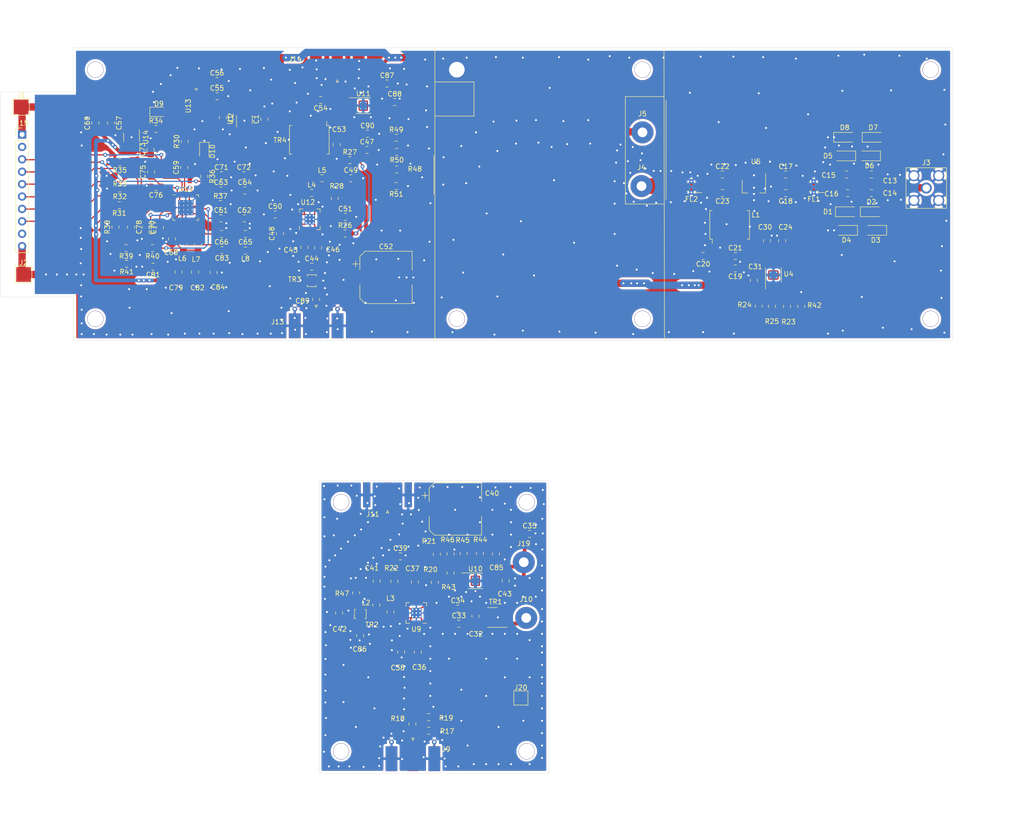
<source format=kicad_pcb>
(kicad_pcb (version 20171130) (host pcbnew 5.1.5-52549c5~84~ubuntu18.04.1)
  (layers (0 F.Cu signal) (31 B.Cu signal) (34 B.Paste user hide) (35 F.Paste user hide) (36 B.SilkS user) (37 F.SilkS user) (38 B.Mask user) (39 F.Mask user) (44 Edge.Cuts user))
  (net 0 "")
  (net 1 GND)
  (net 2 "Net-(C13-Pad1)")
  (net 3 "Net-(C13-Pad2)")
  (net 4 "Net-(C15-Pad1)")
  (net 5 "Net-(C17-Pad2)")
  (net 6 "Net-(C17-Pad1)")
  (net 7 "Net-(C19-Pad2)")
  (net 8 "Net-(C22-Pad1)")
  (net 9 "Net-(C22-Pad2)")
  (net 10 "Net-(D1-Pad2)")
  (net 11 "Net-(D2-Pad2)")
  (net 12 "Net-(D3-Pad2)")
  (net 13 "Net-(D5-Pad1)")
  (net 14 "Net-(D6-Pad1)")
  (net 15 "Net-(D7-Pad1)")
  (net 16 "Net-(FL2-Pad3)")
  (net 17 "Net-(C30-Pad1)")
  (net 18 "Net-(C32-Pad1)")
  (net 19 "Net-(C32-Pad2)")
  (net 20 "Net-(C33-Pad1)")
  (net 21 "Net-(C34-Pad1)")
  (net 22 "Net-(C36-Pad2)")
  (net 23 "Net-(C36-Pad1)")
  (net 24 "Net-(C38-Pad2)")
  (net 25 "Net-(C42-Pad2)")
  (net 26 "Net-(C42-Pad1)")
  (net 27 "Net-(C43-Pad1)")
  (net 28 "Net-(C44-Pad1)")
  (net 29 "Net-(C44-Pad2)")
  (net 30 "Net-(C45-Pad1)")
  (net 31 "Net-(C46-Pad1)")
  (net 32 "Net-(C47-Pad1)")
  (net 33 "Net-(C48-Pad2)")
  (net 34 "Net-(C49-Pad1)")
  (net 35 "Net-(C50-Pad2)")
  (net 36 "Net-(C54-Pad1)")
  (net 37 "Net-(C54-Pad2)")
  (net 38 "Net-(C59-Pad2)")
  (net 39 "Net-(C61-Pad1)")
  (net 40 "Net-(C63-Pad1)")
  (net 41 "Net-(C71-Pad1)")
  (net 42 "Net-(C77-Pad1)")
  (net 43 "Net-(C78-Pad2)")
  (net 44 "Net-(C81-Pad1)")
  (net 45 "Net-(C83-Pad2)")
  (net 46 "Net-(C83-Pad1)")
  (net 47 "Net-(C85-Pad1)")
  (net 48 "Net-(C86-Pad1)")
  (net 49 "Net-(C88-Pad1)")
  (net 50 "Net-(C89-Pad2)")
  (net 51 "Net-(C89-Pad1)")
  (net 52 "Net-(D9-Pad2)")
  (net 53 "Net-(D10-Pad2)")
  (net 54 "Net-(J9-Pad1)")
  (net 55 "Net-(J10-Pad1)")
  (net 56 "Net-(L2-Pad1)")
  (net 57 "Net-(L3-Pad2)")
  (net 58 "Net-(L4-Pad1)")
  (net 59 "Net-(L5-Pad1)")
  (net 60 "Net-(R20-Pad1)")
  (net 61 "Net-(R22-Pad1)")
  (net 62 "Net-(R23-Pad1)")
  (net 63 "Net-(R23-Pad2)")
  (net 64 "Net-(R24-Pad2)")
  (net 65 "Net-(R26-Pad1)")
  (net 66 "Net-(R28-Pad1)")
  (net 67 "Net-(R30-Pad2)")
  (net 68 "Net-(J15-Pad8)")
  (net 69 "Net-(J15-Pad7)")
  (net 70 "Net-(J15-Pad6)")
  (net 71 "Net-(J15-Pad5)")
  (net 72 "Net-(J15-Pad4)")
  (net 73 "Net-(R37-Pad1)")
  (net 74 "Net-(R38-Pad1)")
  (net 75 "Net-(R38-Pad2)")
  (net 76 "Net-(R43-Pad2)")
  (net 77 "Net-(R43-Pad1)")
  (net 78 "Net-(R44-Pad2)")
  (net 79 "Net-(R48-Pad2)")
  (net 80 "Net-(R48-Pad1)")
  (net 81 "Net-(R49-Pad2)")
  (net 82 "Net-(TR2-Pad6)")
  (net 83 "Net-(TR3-Pad6)")
  (net 84 "Net-(U4-Pad7)")
  (net 85 "Net-(U4-Pad4)")
  (net 86 "Net-(U4-Pad3)")
  (net 87 "Net-(U9-Pad1)")
  (net 88 "Net-(U10-Pad3)")
  (net 89 "Net-(U10-Pad4)")
  (net 90 "Net-(U10-Pad7)")
  (net 91 "Net-(U11-Pad3)")
  (net 92 "Net-(U11-Pad4)")
  (net 93 "Net-(U11-Pad7)")
  (net 94 "Net-(U12-Pad1)")
  (net 95 "Net-(U13-Pad2)")
  (net 96 "Net-(U13-Pad3)")
  (net 97 "Net-(U13-Pad7)")
  (net 98 "Net-(U13-Pad8)")
  (net 99 "Net-(U13-Pad5)")
  (net 100 "Net-(U13-Pad10)")
  (net 101 "Net-(U14-Pad4)")
  (net 102 "Net-(U15-Pad14)")
  (net 103 "Net-(U15-Pad15)")
  (net 104 "Net-(J15-Pad3)")
  (net 105 "/First Mixer/U9VCC")
  (net 106 "/Second LO/AVDD2LO")
  (net 107 "Net-(J15-Pad2)")
  (net 108 "Net-(J15-Pad9)")
  (net 109 "Net-(L7-Pad2)")
  (net 110 "/First Mixer/+V")
  (net 111 +V)
  (net 112 "/Second LO/AVDDOSC")
  (net 113 "Net-(U1-Pad4)")
  (net 114 LO)
  (net 115 "Net-(C59-Pad1)")
  (module SpectrumAnalyser:SMA_Molex_73251-1153_EdgeMount_Horizontal (layer F.Cu) (at 89.32 36.62 270)
    (fp_text reference J14 (at -2.22 8.62 180) (layer F.SilkS))
    (fp_text value Conn_Coaxial)
    (pad 2 smd rect (at 1.27 4.38 270) (size 0.95 0.46) (layers F.Cu) (net 1 GND))
    (pad 2 smd rect (at 1.27 -4.38 270) (size 0.95 0.46) (layers F.Cu) (net 1 GND))
    (pad 2 smd rect (at -1.72 4.38 270) (size 5.08 2.42) (layers F.Cu F.Paste F.Mask) (net 1 GND))
    (pad 2 smd rect (at -1.72 -4.38 270) (size 5.08 2.42) (layers F.Cu F.Paste F.Mask) (net 1 GND))
    (pad 1 smd rect (at -1.72 0 270) (size 5.08 2.29) (layers F.Cu F.Paste F.Mask) (net 36 "Net-(C54-Pad1)"))
  )
  (module RF_Mini-Circuits:Mini-Circuits_CD542_H2.84mm (layer F.Cu) (at 169.64 68.34 90)
    (fp_text reference L1 (at 2.04 5.36 180) (layer F.SilkS))
    (fp_text value ADCH-80+)
    (pad 6 smd rect (at 2.54 -2.54 90) (size 2.54 1.65) (layers F.Cu F.Paste F.Mask))
    (pad 5 smd rect (at 2.54 0 90) (size 2.54 1.65) (layers F.Cu F.Paste F.Mask) (net 9 "Net-(C22-Pad2)"))
    (pad 4 smd rect (at 2.54 2.54 90) (size 2.54 1.65) (layers F.Cu F.Paste F.Mask))
    (pad 3 smd rect (at -2.54 2.54 90) (size 2.54 1.65) (layers F.Cu F.Paste F.Mask))
    (pad 2 smd rect (at -2.54 0 90) (size 2.54 1.65) (layers F.Cu F.Paste F.Mask) (net 7 "Net-(C19-Pad2)"))
    (pad 1 smd rect (at -2.54 -2.54 90) (size 2.54 1.65) (layers F.Cu F.Paste F.Mask))
  )
  (module TestPoint:TestPoint_Pad_3.0x3.0mm (layer F.Cu) (at 25.1 78.5)
    (fp_text reference J2 (at 0 -2.398) (layer F.SilkS))
    (fp_text value " ")
    (pad 1 smd rect (at 0 0) (size 3 3) (layers F.Cu F.Mask) (net 1 GND))
  )
  (module Package_TO_SOT_SMD:SOT-89-3_Handsoldering (layer F.Cu) (at 174.62 60.03 270)
    (fp_text reference U5 (at -4.63 -0.38 180) (layer F.SilkS))
    (fp_text value MMG38151)
    (pad 1 smd rect (at -1.98 -1.5 180) (size 1 2.5) (layers F.Cu F.Paste F.Mask) (net 6 "Net-(C17-Pad1)"))
    (pad 2 smd rect (at -1.98 0 180) (size 1 2.5) (layers F.Cu F.Paste F.Mask) (net 1 GND))
    (pad 3 smd rect (at -1.98 1.5 180) (size 1 2.5) (layers F.Cu F.Paste F.Mask) (net 9 "Net-(C22-Pad2)"))
    (pad 2 smd rect (at 1.98 0 180) (size 2 4) (layers F.Cu F.Paste F.Mask) (net 1 GND))
    (pad 2 smd trapezoid (at -0.37 0) (size 1.5 0.75) (rect_delta 0 0.5) (layers F.Cu F.Paste F.Mask) (net 1 GND))
  )
  (module Connector_Coaxial:SMA_Amphenol_132203-12_Horizontal (layer F.Cu) (at 209.9 60.8 270)
    (fp_text reference J3 (at -5.2 0) (layer F.SilkS))
    (fp_text value Input)
    (pad 1 thru_hole circle (at 0 0 270) (size 2.25 2.25) (drill 1.5) (layers *.Cu *.Mask) (net 2 "Net-(C13-Pad1)"))
    (pad 2 thru_hole circle (at 2.54 2.54) (size 2.25 2.25) (drill 1.7) (layers *.Cu *.Mask) (net 1 GND))
    (pad 2 thru_hole circle (at 2.54 -2.54 270) (size 2.25 2.25) (drill 1.7) (layers *.Cu *.Mask) (net 1 GND))
    (pad 2 thru_hole circle (at -2.54 -2.54 270) (size 2.25 2.25) (drill 1.7) (layers *.Cu *.Mask) (net 1 GND))
    (pad 2 thru_hole circle (at -2.54 2.54 270) (size 2.25 2.25) (drill 1.7) (layers *.Cu *.Mask) (net 1 GND))
  )
  (module Capacitor_SMD:C_0805_2012Metric_Pad1.15x1.40mm_HandSolder (layer F.Cu) (at 180.4 71.575 90)
    (fp_text reference C24 (at 2.775 0.7 180) (layer F.SilkS))
    (fp_text value 10u)
    (pad 2 smd roundrect (at 1.025 0 90) (size 1.15 1.4) (layers F.Cu F.Paste F.Mask) (roundrect_rratio 0.217391) (net 1 GND))
    (pad 1 smd roundrect (at -1.025 0 90) (size 1.15 1.4) (layers F.Cu F.Paste F.Mask) (roundrect_rratio 0.217391) (net 111 +V))
  )
  (module Capacitor_SMD:C_0805_2012Metric_Pad1.15x1.40mm_HandSolder (layer F.Cu) (at 170.81 74.71)
    (fp_text reference C21 (at 0 -1.65) (layer F.SilkS))
    (fp_text value 100p)
    (pad 2 smd roundrect (at 1.025 0) (size 1.15 1.4) (layers F.Cu F.Paste F.Mask) (roundrect_rratio 0.217391) (net 1 GND))
    (pad 1 smd roundrect (at -1.025 0) (size 1.15 1.4) (layers F.Cu F.Paste F.Mask) (roundrect_rratio 0.217391) (net 7 "Net-(C19-Pad2)"))
  )
  (module Capacitor_SMD:C_0805_2012Metric_Pad1.15x1.40mm_HandSolder (layer F.Cu) (at 164.215 74.71 180)
    (fp_text reference C20 (at 0 -1.65) (layer F.SilkS))
    (fp_text value 10n)
    (pad 2 smd roundrect (at 1.025 0 180) (size 1.15 1.4) (layers F.Cu F.Paste F.Mask) (roundrect_rratio 0.217391) (net 1 GND))
    (pad 1 smd roundrect (at -1.025 0 180) (size 1.15 1.4) (layers F.Cu F.Paste F.Mask) (roundrect_rratio 0.217391) (net 7 "Net-(C19-Pad2)"))
  )
  (module Capacitor_SMD:C_0805_2012Metric_Pad1.15x1.40mm_HandSolder (layer F.Cu) (at 170.81 77.25 180)
    (fp_text reference C19 (at 0 -1.65) (layer F.SilkS))
    (fp_text value 1u)
    (pad 2 smd roundrect (at 1.025 0 180) (size 1.15 1.4) (layers F.Cu F.Paste F.Mask) (roundrect_rratio 0.217391) (net 7 "Net-(C19-Pad2)"))
    (pad 1 smd roundrect (at -1.025 0 180) (size 1.15 1.4) (layers F.Cu F.Paste F.Mask) (roundrect_rratio 0.217391) (net 1 GND))
  )
  (module Capacitor_SMD:C_0805_2012Metric_Pad1.15x1.40mm_HandSolder (layer F.Cu) (at 198.65 58.03 180)
    (fp_text reference C13 (at -3.81 -1.27) (layer F.SilkS))
    (fp_text value 100n)
    (pad 2 smd roundrect (at 1.025 0 180) (size 1.15 1.4) (layers F.Cu F.Paste F.Mask) (roundrect_rratio 0.217391) (net 3 "Net-(C13-Pad2)"))
    (pad 1 smd roundrect (at -1.025 0 180) (size 1.15 1.4) (layers F.Cu F.Paste F.Mask) (roundrect_rratio 0.217391) (net 2 "Net-(C13-Pad1)"))
  )
  (module Capacitor_SMD:C_0805_2012Metric_Pad1.15x1.40mm_HandSolder (layer F.Cu) (at 198.65 61.84)
    (fp_text reference C14 (at 3.81 0) (layer F.SilkS))
    (fp_text value 100p)
    (pad 2 smd roundrect (at 1.025 0) (size 1.15 1.4) (layers F.Cu F.Paste F.Mask) (roundrect_rratio 0.217391) (net 2 "Net-(C13-Pad1)"))
    (pad 1 smd roundrect (at -1.025 0) (size 1.15 1.4) (layers F.Cu F.Paste F.Mask) (roundrect_rratio 0.217391) (net 3 "Net-(C13-Pad2)"))
  )
  (module Capacitor_SMD:C_0805_2012Metric_Pad1.15x1.40mm_HandSolder (layer F.Cu) (at 193.57 58.03)
    (fp_text reference C15 (at -3.67 0.14) (layer F.SilkS))
    (fp_text value 100p)
    (pad 2 smd roundrect (at 1.025 0) (size 1.15 1.4) (layers F.Cu F.Paste F.Mask) (roundrect_rratio 0.217391) (net 3 "Net-(C13-Pad2)"))
    (pad 1 smd roundrect (at -1.025 0) (size 1.15 1.4) (layers F.Cu F.Paste F.Mask) (roundrect_rratio 0.217391) (net 4 "Net-(C15-Pad1)"))
  )
  (module Capacitor_SMD:C_0805_2012Metric_Pad1.15x1.40mm_HandSolder (layer F.Cu) (at 193.815 61.84 180)
    (fp_text reference C16 (at 3.315 -0.13) (layer F.SilkS))
    (fp_text value 100n)
    (pad 2 smd roundrect (at 1.025 0 180) (size 1.15 1.4) (layers F.Cu F.Paste F.Mask) (roundrect_rratio 0.217391) (net 4 "Net-(C15-Pad1)"))
    (pad 1 smd roundrect (at -1.025 0 180) (size 1.15 1.4) (layers F.Cu F.Paste F.Mask) (roundrect_rratio 0.217391) (net 3 "Net-(C13-Pad2)"))
  )
  (module Capacitor_SMD:C_0805_2012Metric_Pad1.15x1.40mm_HandSolder (layer F.Cu) (at 181.115 58.03)
    (fp_text reference C17 (at 0 -1.65) (layer F.SilkS))
    (fp_text value 100p)
    (pad 2 smd roundrect (at 1.025 0) (size 1.15 1.4) (layers F.Cu F.Paste F.Mask) (roundrect_rratio 0.217391) (net 5 "Net-(C17-Pad2)"))
    (pad 1 smd roundrect (at -1.025 0) (size 1.15 1.4) (layers F.Cu F.Paste F.Mask) (roundrect_rratio 0.217391) (net 6 "Net-(C17-Pad1)"))
  )
  (module Capacitor_SMD:C_0805_2012Metric_Pad1.15x1.40mm_HandSolder (layer F.Cu) (at 181.115 61.84 180)
    (fp_text reference C18 (at 0 -1.65) (layer F.SilkS))
    (fp_text value 100n)
    (pad 2 smd roundrect (at 1.025 0 180) (size 1.15 1.4) (layers F.Cu F.Paste F.Mask) (roundrect_rratio 0.217391) (net 6 "Net-(C17-Pad1)"))
    (pad 1 smd roundrect (at -1.025 0 180) (size 1.15 1.4) (layers F.Cu F.Paste F.Mask) (roundrect_rratio 0.217391) (net 5 "Net-(C17-Pad2)"))
  )
  (module Capacitor_SMD:C_0805_2012Metric_Pad1.15x1.40mm_HandSolder (layer F.Cu) (at 168.17 58.03)
    (fp_text reference C22 (at 0 -1.65) (layer F.SilkS))
    (fp_text value 100p)
    (pad 2 smd roundrect (at 1.025 0) (size 1.15 1.4) (layers F.Cu F.Paste F.Mask) (roundrect_rratio 0.217391) (net 9 "Net-(C22-Pad2)"))
    (pad 1 smd roundrect (at -1.025 0) (size 1.15 1.4) (layers F.Cu F.Paste F.Mask) (roundrect_rratio 0.217391) (net 8 "Net-(C22-Pad1)"))
  )
  (module Capacitor_SMD:C_0805_2012Metric_Pad1.15x1.40mm_HandSolder (layer F.Cu) (at 168.17 61.84 180)
    (fp_text reference C23 (at 0 -1.65) (layer F.SilkS))
    (fp_text value 100n)
    (pad 2 smd roundrect (at 1.025 0 180) (size 1.15 1.4) (layers F.Cu F.Paste F.Mask) (roundrect_rratio 0.217391) (net 8 "Net-(C22-Pad1)"))
    (pad 1 smd roundrect (at -1.025 0 180) (size 1.15 1.4) (layers F.Cu F.Paste F.Mask) (roundrect_rratio 0.217391) (net 9 "Net-(C22-Pad2)"))
  )
  (module Diode_SMD:D_SOD-123 (layer F.Cu) (at 193.57 65.65)
    (fp_text reference D1 (at -3.81 0) (layer F.SilkS))
    (fp_text value MMSD301T1G)
    (pad 2 smd rect (at 1.65 0) (size 0.9 1.2) (layers F.Cu F.Paste F.Mask) (net 10 "Net-(D1-Pad2)"))
    (pad 1 smd rect (at -1.65 0) (size 0.9 1.2) (layers F.Cu F.Paste F.Mask) (net 4 "Net-(C15-Pad1)"))
  )
  (module Diode_SMD:D_SOD-123 (layer F.Cu) (at 198.65 65.65)
    (fp_text reference D2 (at 0 -2) (layer F.SilkS))
    (fp_text value MMSD301T1G)
    (pad 2 smd rect (at 1.65 0) (size 0.9 1.2) (layers F.Cu F.Paste F.Mask) (net 11 "Net-(D2-Pad2)"))
    (pad 1 smd rect (at -1.65 0) (size 0.9 1.2) (layers F.Cu F.Paste F.Mask) (net 10 "Net-(D1-Pad2)"))
  )
  (module Diode_SMD:D_SOD-123 (layer F.Cu) (at 199.54 69.46 180)
    (fp_text reference D3 (at 0 -2) (layer F.SilkS))
    (fp_text value MMSD301T1G)
    (pad 2 smd rect (at 1.65 0 180) (size 0.9 1.2) (layers F.Cu F.Paste F.Mask) (net 12 "Net-(D3-Pad2)"))
    (pad 1 smd rect (at -1.65 0 180) (size 0.9 1.2) (layers F.Cu F.Paste F.Mask) (net 11 "Net-(D2-Pad2)"))
  )
  (module Diode_SMD:D_SOD-123 (layer F.Cu) (at 193.57 69.46 180)
    (fp_text reference D4 (at 0 -2) (layer F.SilkS))
    (fp_text value MMSD301T1G)
    (pad 2 smd rect (at 1.65 0 180) (size 0.9 1.2) (layers F.Cu F.Paste F.Mask) (net 1 GND))
    (pad 1 smd rect (at -1.65 0 180) (size 0.9 1.2) (layers F.Cu F.Paste F.Mask) (net 12 "Net-(D3-Pad2)"))
  )
  (module Diode_SMD:D_SOD-123 (layer F.Cu) (at 193.19 54.22 180)
    (fp_text reference D5 (at 3.43 0) (layer F.SilkS))
    (fp_text value MMSD301T1G)
    (pad 2 smd rect (at 1.65 0 180) (size 0.9 1.2) (layers F.Cu F.Paste F.Mask) (net 4 "Net-(C15-Pad1)"))
    (pad 1 smd rect (at -1.65 0 180) (size 0.9 1.2) (layers F.Cu F.Paste F.Mask) (net 13 "Net-(D5-Pad1)"))
  )
  (module Diode_SMD:D_SOD-123 (layer F.Cu) (at 198.27 54.22 180)
    (fp_text reference D6 (at 0 -2) (layer F.SilkS))
    (fp_text value MMSD301T1G)
    (pad 2 smd rect (at 1.65 0 180) (size 0.9 1.2) (layers F.Cu F.Paste F.Mask) (net 13 "Net-(D5-Pad1)"))
    (pad 1 smd rect (at -1.65 0 180) (size 0.9 1.2) (layers F.Cu F.Paste F.Mask) (net 14 "Net-(D6-Pad1)"))
  )
  (module Diode_SMD:D_SOD-123 (layer F.Cu) (at 199.03 50.41)
    (fp_text reference D7 (at 0 -2) (layer F.SilkS))
    (fp_text value MMSD301T1G)
    (pad 2 smd rect (at 1.65 0) (size 0.9 1.2) (layers F.Cu F.Paste F.Mask) (net 14 "Net-(D6-Pad1)"))
    (pad 1 smd rect (at -1.65 0) (size 0.9 1.2) (layers F.Cu F.Paste F.Mask) (net 15 "Net-(D7-Pad1)"))
  )
  (module Diode_SMD:D_SOD-123 (layer F.Cu) (at 193.19 50.41)
    (fp_text reference D8 (at 0 -2) (layer F.SilkS))
    (fp_text value MMSD301T1G)
    (pad 2 smd rect (at 1.65 0) (size 0.9 1.2) (layers F.Cu F.Paste F.Mask) (net 15 "Net-(D7-Pad1)"))
    (pad 1 smd rect (at -1.65 0) (size 0.9 1.2) (layers F.Cu F.Paste F.Mask) (net 1 GND))
  )
  (module Filter:Filter_Mini-Circuits_FV1206 (layer F.Cu) (at 186.865 60.57 180)
    (fp_text reference FL1 (at 0 -2.5) (layer F.SilkS))
    (fp_text value LFCN-2600)
    (pad 4 thru_hole circle (at 0 -1.105 180) (size 0.61 0.61) (drill 0.3) (layers *.Cu *.Mask) (net 1 GND))
    (pad 2 thru_hole circle (at 0 1.105 180) (size 0.61 0.61) (drill 0.3) (layers *.Cu *.Mask) (net 1 GND))
    (pad 4 smd roundrect (at 0 -0.9275 180) (size 0.61 1.245) (layers F.Cu F.Paste F.Mask) (net 1 GND))
    (pad 2 smd roundrect (at 0 0.9275 180) (size 0.61 1.245) (layers F.Cu F.Paste F.Mask) (net 1 GND))
    (pad 3 smd roundrect (at 1.625 0 180) (size 1.04 1.8) (layers F.Cu F.Paste F.Mask) (roundrect_rratio 0.24) (net 5 "Net-(C17-Pad2)"))
    (pad 1 smd roundrect (at -1.625 0 180) (size 1.04 1.8) (layers F.Cu F.Paste F.Mask) (roundrect_rratio 0.24) (net 4 "Net-(C15-Pad1)"))
  )
  (module Filter:Filter_Mini-Circuits_FV1206 (layer F.Cu) (at 161.82 60.57 180)
    (fp_text reference FL2 (at 0 -2.5) (layer F.SilkS))
    (fp_text value LFCN-2600)
    (pad 4 thru_hole circle (at 0 -1.105 180) (size 0.61 0.61) (drill 0.3) (layers *.Cu *.Mask) (net 1 GND))
    (pad 2 thru_hole circle (at 0 1.105 180) (size 0.61 0.61) (drill 0.3) (layers *.Cu *.Mask) (net 1 GND))
    (pad 4 smd roundrect (at 0 -0.9275 180) (size 0.61 1.245) (layers F.Cu F.Paste F.Mask) (net 1 GND))
    (pad 2 smd roundrect (at 0 0.9275 180) (size 0.61 1.245) (layers F.Cu F.Paste F.Mask) (net 1 GND))
    (pad 3 smd roundrect (at 1.625 0 180) (size 1.04 1.8) (layers F.Cu F.Paste F.Mask) (roundrect_rratio 0.24) (net 16 "Net-(FL2-Pad3)"))
    (pad 1 smd roundrect (at -1.625 0 180) (size 1.04 1.8) (layers F.Cu F.Paste F.Mask) (roundrect_rratio 0.24) (net 8 "Net-(C22-Pad1)"))
  )
  (module Capacitor_SMD:C_0805_2012Metric_Pad1.15x1.40mm_HandSolder (layer F.Cu) (at 177.3 71.575 90)
    (fp_text reference C30 (at 2.775 -0.4 180) (layer F.SilkS))
    (fp_text value 10n)
    (pad 1 smd roundrect (at -1.025 0 90) (size 1.15 1.4) (layers F.Cu F.Paste F.Mask) (roundrect_rratio 0.217391) (net 17 "Net-(C30-Pad1)"))
    (pad 2 smd roundrect (at 1.025 0 90) (size 1.15 1.4) (layers F.Cu F.Paste F.Mask) (roundrect_rratio 0.217391) (net 1 GND))
  )
  (module Capacitor_SMD:C_0805_2012Metric_Pad1.15x1.40mm_HandSolder (layer F.Cu) (at 174.6 79.725 90)
    (fp_text reference C31 (at 2.825 0.3 180) (layer F.SilkS))
    (fp_text value 10u)
    (pad 2 smd roundrect (at 1.025 0 90) (size 1.15 1.4) (layers F.Cu F.Paste F.Mask) (roundrect_rratio 0.217391) (net 1 GND))
    (pad 1 smd roundrect (at -1.025 0 90) (size 1.15 1.4) (layers F.Cu F.Paste F.Mask) (roundrect_rratio 0.217391) (net 7 "Net-(C19-Pad2)"))
  )
  (module Capacitor_SMD:C_0805_2012Metric_Pad1.15x1.40mm_HandSolder (layer F.Cu) (at 117.6 148.425 90)
    (fp_text reference C32 (at -3.675 0.1 180) (layer F.SilkS))
    (fp_text value 0.6p)
    (pad 1 smd roundrect (at -1.025 0 90) (size 1.15 1.4) (layers F.Cu F.Paste F.Mask) (roundrect_rratio 0.217391) (net 18 "Net-(C32-Pad1)"))
    (pad 2 smd roundrect (at 1.025 0 90) (size 1.15 1.4) (layers F.Cu F.Paste F.Mask) (roundrect_rratio 0.217391) (net 19 "Net-(C32-Pad2)"))
  )
  (module Capacitor_SMD:C_0805_2012Metric_Pad1.15x1.40mm_HandSolder (layer F.Cu) (at 114.2 150)
    (fp_text reference C33 (at 0 -1.65) (layer F.SilkS))
    (fp_text value 100n)
    (pad 1 smd roundrect (at -1.025 0) (size 1.15 1.4) (layers F.Cu F.Paste F.Mask) (roundrect_rratio 0.217391) (net 20 "Net-(C33-Pad1)"))
    (pad 2 smd roundrect (at 1.025 0) (size 1.15 1.4) (layers F.Cu F.Paste F.Mask) (roundrect_rratio 0.217391) (net 18 "Net-(C32-Pad1)"))
  )
  (module Capacitor_SMD:C_0805_2012Metric_Pad1.15x1.40mm_HandSolder (layer F.Cu) (at 114 146.9)
    (fp_text reference C34 (at 0 -1.65) (layer F.SilkS))
    (fp_text value 100n)
    (pad 2 smd roundrect (at 1.025 0) (size 1.15 1.4) (layers F.Cu F.Paste F.Mask) (roundrect_rratio 0.217391) (net 19 "Net-(C32-Pad2)"))
    (pad 1 smd roundrect (at -1.025 0) (size 1.15 1.4) (layers F.Cu F.Paste F.Mask) (roundrect_rratio 0.217391) (net 21 "Net-(C34-Pad1)"))
  )
  (module Capacitor_SMD:C_0805_2012Metric_Pad1.15x1.40mm_HandSolder (layer F.Cu) (at 128.7 131.6)
    (fp_text reference C35 (at 0 -1.65) (layer F.SilkS))
    (fp_text value 10u)
    (pad 1 smd roundrect (at -1.025 0) (size 1.15 1.4) (layers F.Cu F.Paste F.Mask) (roundrect_rratio 0.217391) (net 111 +V))
    (pad 2 smd roundrect (at 1.025 0) (size 1.15 1.4) (layers F.Cu F.Paste F.Mask) (roundrect_rratio 0.217391) (net 1 GND))
  )
  (module Capacitor_SMD:C_0805_2012Metric_Pad1.15x1.40mm_HandSolder (layer F.Cu) (at 105.8 155.825 90)
    (fp_text reference C36 (at -3.075 0.3 180) (layer F.SilkS))
    (fp_text value 100n)
    (pad 2 smd roundrect (at 1.025 0 90) (size 1.15 1.4) (layers F.Cu F.Paste F.Mask) (roundrect_rratio 0.217391) (net 22 "Net-(C36-Pad2)"))
    (pad 1 smd roundrect (at -1.025 0 90) (size 1.15 1.4) (layers F.Cu F.Paste F.Mask) (roundrect_rratio 0.217391) (net 23 "Net-(C36-Pad1)"))
  )
  (module Capacitor_SMD:C_0805_2012Metric_Pad1.15x1.40mm_HandSolder (layer F.Cu) (at 105.2 141.475 90)
    (fp_text reference C37 (at 2.775 -0.5 180) (layer F.SilkS))
    (fp_text value 10n)
    (pad 2 smd roundrect (at 1.025 0 90) (size 1.15 1.4) (layers F.Cu F.Paste F.Mask) (roundrect_rratio 0.217391) (net 1 GND))
    (pad 1 smd roundrect (at -1.025 0 90) (size 1.15 1.4) (layers F.Cu F.Paste F.Mask) (roundrect_rratio 0.217391) (net 105 "/First Mixer/U9VCC"))
  )
  (module Capacitor_SMD:C_0805_2012Metric_Pad1.15x1.40mm_HandSolder (layer F.Cu) (at 102.4 155.8 90)
    (fp_text reference C38 (at -3.2 -0.7 180) (layer F.SilkS))
    (fp_text value 100n)
    (pad 1 smd roundrect (at -1.025 0 90) (size 1.15 1.4) (layers F.Cu F.Paste F.Mask) (roundrect_rratio 0.217391) (net 1 GND))
    (pad 2 smd roundrect (at 1.025 0 90) (size 1.15 1.4) (layers F.Cu F.Paste F.Mask) (roundrect_rratio 0.217391) (net 24 "Net-(C38-Pad2)"))
  )
  (module Capacitor_SMD:C_0805_2012Metric_Pad1.15x1.40mm_HandSolder (layer F.Cu) (at 102.225 136.2)
    (fp_text reference C39 (at 0 -1.65) (layer F.SilkS))
    (fp_text value 1u)
    (pad 2 smd roundrect (at 1.025 0) (size 1.15 1.4) (layers F.Cu F.Paste F.Mask) (roundrect_rratio 0.217391) (net 1 GND))
    (pad 1 smd roundrect (at -1.025 0) (size 1.15 1.4) (layers F.Cu F.Paste F.Mask) (roundrect_rratio 0.217391) (net 105 "/First Mixer/U9VCC"))
  )
  (module Capacitor_SMD:CP_Elec_10x10.5 (layer F.Cu) (at 113.5 126.5)
    (fp_text reference C40 (at 7.5 -3.2 -180) (layer F.SilkS))
    (fp_text value 220u)
    (pad 2 smd roundrect (at 4.2 0) (size 4.4 2.5) (layers F.Cu F.Paste F.Mask) (roundrect_rratio 0.1) (net 1 GND))
    (pad 1 smd roundrect (at -4.2 0) (size 4.4 2.5) (layers F.Cu F.Paste F.Mask) (roundrect_rratio 0.1) (net 105 "/First Mixer/U9VCC"))
  )
  (module Capacitor_SMD:C_0805_2012Metric_Pad1.15x1.40mm_HandSolder (layer F.Cu) (at 97.4 141.275 90)
    (fp_text reference C41 (at 2.675 -1 180) (layer F.SilkS))
    (fp_text value 10n)
    (pad 1 smd roundrect (at -1.025 0 90) (size 1.15 1.4) (layers F.Cu F.Paste F.Mask) (roundrect_rratio 0.217391) (net 105 "/First Mixer/U9VCC"))
    (pad 2 smd roundrect (at 1.025 0 90) (size 1.15 1.4) (layers F.Cu F.Paste F.Mask) (roundrect_rratio 0.217391) (net 1 GND))
  )
  (module Capacitor_SMD:C_0805_2012Metric_Pad1.15x1.40mm_HandSolder (layer F.Cu) (at 89.7 147.8 270)
    (fp_text reference C42 (at 3.3 -0.1 180) (layer F.SilkS))
    (fp_text value 4p7)
    (pad 2 smd roundrect (at 1.025 0 270) (size 1.15 1.4) (layers F.Cu F.Paste F.Mask) (roundrect_rratio 0.217391) (net 25 "Net-(C42-Pad2)"))
    (pad 1 smd roundrect (at -1.025 0 270) (size 1.15 1.4) (layers F.Cu F.Paste F.Mask) (roundrect_rratio 0.217391) (net 26 "Net-(C42-Pad1)"))
  )
  (module Capacitor_SMD:C_0805_2012Metric_Pad1.15x1.40mm_HandSolder (layer F.Cu) (at 123.8 141.2 270)
    (fp_text reference C43 (at 2.7 0.2 180) (layer F.SilkS))
    (fp_text value 10n)
    (pad 2 smd roundrect (at 1.025 0 270) (size 1.15 1.4) (layers F.Cu F.Paste F.Mask) (roundrect_rratio 0.217391) (net 1 GND))
    (pad 1 smd roundrect (at -1.025 0 270) (size 1.15 1.4) (layers F.Cu F.Paste F.Mask) (roundrect_rratio 0.217391) (net 27 "Net-(C43-Pad1)"))
  )
  (module Capacitor_SMD:C_0805_2012Metric_Pad1.15x1.40mm_HandSolder (layer F.Cu) (at 84.1 76.9)
    (fp_text reference C44 (at 0 -1.65) (layer F.SilkS))
    (fp_text value 0.6p)
    (pad 1 smd roundrect (at -1.025 0) (size 1.15 1.4) (layers F.Cu F.Paste F.Mask) (roundrect_rratio 0.217391) (net 28 "Net-(C44-Pad1)"))
    (pad 2 smd roundrect (at 1.025 0) (size 1.15 1.4) (layers F.Cu F.Paste F.Mask) (roundrect_rratio 0.217391) (net 29 "Net-(C44-Pad2)"))
  )
  (module Capacitor_SMD:C_0805_2012Metric_Pad1.15x1.40mm_HandSolder (layer F.Cu) (at 82.6 72.925 270)
    (fp_text reference C45 (at 0.575 2.8 180) (layer F.SilkS))
    (fp_text value 100p)
    (pad 1 smd roundrect (at -1.025 0 270) (size 1.15 1.4) (layers F.Cu F.Paste F.Mask) (roundrect_rratio 0.217391) (net 30 "Net-(C45-Pad1)"))
    (pad 2 smd roundrect (at 1.025 0 270) (size 1.15 1.4) (layers F.Cu F.Paste F.Mask) (roundrect_rratio 0.217391) (net 28 "Net-(C44-Pad1)"))
  )
  (module Capacitor_SMD:C_0805_2012Metric_Pad1.15x1.40mm_HandSolder (layer F.Cu) (at 85.4 73.025 270)
    (fp_text reference C46 (at 0.375 -3 180) (layer F.SilkS))
    (fp_text value 100p)
    (pad 2 smd roundrect (at 1.025 0 270) (size 1.15 1.4) (layers F.Cu F.Paste F.Mask) (roundrect_rratio 0.217391) (net 29 "Net-(C44-Pad2)"))
    (pad 1 smd roundrect (at -1.025 0 270) (size 1.15 1.4) (layers F.Cu F.Paste F.Mask) (roundrect_rratio 0.217391) (net 31 "Net-(C46-Pad1)"))
  )
  (module Capacitor_SMD:C_0805_2012Metric_Pad1.15x1.40mm_HandSolder (layer F.Cu) (at 95.4 53)
    (fp_text reference C47 (at 0 -1.65) (layer F.SilkS))
    (fp_text value 10n)
    (pad 1 smd roundrect (at -1.025 0) (size 1.15 1.4) (layers F.Cu F.Paste F.Mask) (roundrect_rratio 0.217391) (net 32 "Net-(C47-Pad1)"))
    (pad 2 smd roundrect (at 1.025 0) (size 1.15 1.4) (layers F.Cu F.Paste F.Mask) (roundrect_rratio 0.217391) (net 1 GND))
  )
  (module Capacitor_SMD:C_0805_2012Metric_Pad1.15x1.40mm_HandSolder (layer F.Cu) (at 77.6 70.125 90)
    (fp_text reference C48 (at 0 -1.65 90) (layer F.SilkS))
    (fp_text value 100p)
    (pad 2 smd roundrect (at 1.025 0 90) (size 1.15 1.4) (layers F.Cu F.Paste F.Mask) (roundrect_rratio 0.217391) (net 33 "Net-(C48-Pad2)"))
    (pad 1 smd roundrect (at -1.025 0 90) (size 1.15 1.4) (layers F.Cu F.Paste F.Mask) (roundrect_rratio 0.217391) (net 114 LO))
  )
  (module Capacitor_SMD:C_0805_2012Metric_Pad1.15x1.40mm_HandSolder (layer F.Cu) (at 92.1 58.8)
    (fp_text reference C49 (at 0 -1.65) (layer F.SilkS))
    (fp_text value 10n)
    (pad 2 smd roundrect (at 1.025 0) (size 1.15 1.4) (layers F.Cu F.Paste F.Mask) (roundrect_rratio 0.217391) (net 1 GND))
    (pad 1 smd roundrect (at -1.025 0) (size 1.15 1.4) (layers F.Cu F.Paste F.Mask) (roundrect_rratio 0.217391) (net 34 "Net-(C49-Pad1)"))
  )
  (module Capacitor_SMD:C_0805_2012Metric_Pad1.15x1.40mm_HandSolder (layer F.Cu) (at 76.6 66.2)
    (fp_text reference C50 (at 0 -1.65) (layer F.SilkS))
    (fp_text value 100p)
    (pad 1 smd roundrect (at -1.025 0) (size 1.15 1.4) (layers F.Cu F.Paste F.Mask) (roundrect_rratio 0.217391) (net 1 GND))
    (pad 2 smd roundrect (at 1.025 0) (size 1.15 1.4) (layers F.Cu F.Paste F.Mask) (roundrect_rratio 0.217391) (net 35 "Net-(C50-Pad2)"))
  )
  (module Capacitor_SMD:C_0805_2012Metric_Pad1.15x1.40mm_HandSolder (layer F.Cu) (at 90.975 66.7)
    (fp_text reference C51 (at 0 -1.65) (layer F.SilkS))
    (fp_text value 1u)
    (pad 1 smd roundrect (at -1.025 0) (size 1.15 1.4) (layers F.Cu F.Paste F.Mask) (roundrect_rratio 0.217391) (net 34 "Net-(C49-Pad1)"))
    (pad 2 smd roundrect (at 1.025 0) (size 1.15 1.4) (layers F.Cu F.Paste F.Mask) (roundrect_rratio 0.217391) (net 1 GND))
  )
  (module Capacitor_SMD:CP_Elec_10x10.5 (layer F.Cu) (at 99.3 79.1)
    (fp_text reference C52 (at 0 -6.3) (layer F.SilkS))
    (fp_text value 220u)
    (pad 1 smd roundrect (at -4.2 0) (size 4.4 2.5) (layers F.Cu F.Paste F.Mask) (roundrect_rratio 0.1) (net 34 "Net-(C49-Pad1)"))
    (pad 2 smd roundrect (at 4.2 0) (size 4.4 2.5) (layers F.Cu F.Paste F.Mask) (roundrect_rratio 0.1) (net 1 GND))
  )
  (module Capacitor_SMD:C_0805_2012Metric_Pad1.15x1.40mm_HandSolder (layer F.Cu) (at 89.2 51.925 270)
    (fp_text reference C53 (at -3.125 -0.5 180) (layer F.SilkS))
    (fp_text value 10n)
    (pad 1 smd roundrect (at -1.025 0 270) (size 1.15 1.4) (layers F.Cu F.Paste F.Mask) (roundrect_rratio 0.217391) (net 34 "Net-(C49-Pad1)"))
    (pad 2 smd roundrect (at 1.025 0 270) (size 1.15 1.4) (layers F.Cu F.Paste F.Mask) (roundrect_rratio 0.217391) (net 1 GND))
  )
  (module Capacitor_SMD:C_0805_2012Metric_Pad1.15x1.40mm_HandSolder (layer F.Cu) (at 85.925 42.8 180)
    (fp_text reference C54 (at 0 -1.65) (layer F.SilkS))
    (fp_text value 1n)
    (pad 1 smd roundrect (at -1.025 0 180) (size 1.15 1.4) (layers F.Cu F.Paste F.Mask) (roundrect_rratio 0.217391) (net 36 "Net-(C54-Pad1)"))
    (pad 2 smd roundrect (at 1.025 0 180) (size 1.15 1.4) (layers F.Cu F.Paste F.Mask) (roundrect_rratio 0.217391) (net 37 "Net-(C54-Pad2)"))
  )
  (module Capacitor_SMD:C_0805_2012Metric_Pad1.15x1.40mm_HandSolder (layer F.Cu) (at 64.7 42)
    (fp_text reference C55 (at 0 -1.65) (layer F.SilkS))
    (fp_text value 100n)
    (pad 1 smd roundrect (at -1.025 0) (size 1.15 1.4) (layers F.Cu F.Paste F.Mask) (roundrect_rratio 0.217391) (net 112 "/Second LO/AVDDOSC"))
    (pad 2 smd roundrect (at 1.025 0) (size 1.15 1.4) (layers F.Cu F.Paste F.Mask) (roundrect_rratio 0.217391) (net 1 GND))
  )
  (module Capacitor_SMD:C_0805_2012Metric_Pad1.15x1.40mm_HandSolder (layer F.Cu) (at 64.7 38.9)
    (fp_text reference C56 (at 0 -1.65) (layer F.SilkS))
    (fp_text value 100p)
    (pad 2 smd roundrect (at 1.025 0) (size 1.15 1.4) (layers F.Cu F.Paste F.Mask) (roundrect_rratio 0.217391) (net 1 GND))
    (pad 1 smd roundrect (at -1.025 0) (size 1.15 1.4) (layers F.Cu F.Paste F.Mask) (roundrect_rratio 0.217391) (net 112 "/Second LO/AVDDOSC"))
  )
  (module Capacitor_SMD:C_0805_2012Metric_Pad1.15x1.40mm_HandSolder (layer F.Cu) (at 58 56.6 90)
    (fp_text reference C59 (at 0 -1.65 90) (layer F.SilkS))
    (fp_text value 1n)
    (pad 2 smd roundrect (at 1.025 0 90) (size 1.15 1.4) (layers F.Cu F.Paste F.Mask) (roundrect_rratio 0.217391) (net 38 "Net-(C59-Pad2)"))
    (pad 1 smd roundrect (at -1.025 0 90) (size 1.15 1.4) (layers F.Cu F.Paste F.Mask) (roundrect_rratio 0.217391) (net 115 "Net-(C59-Pad1)"))
  )
  (module Capacitor_SMD:C_0805_2012Metric_Pad1.15x1.40mm_HandSolder (layer F.Cu) (at 65.5 67)
    (fp_text reference C61 (at 0 -1.65) (layer F.SilkS))
    (fp_text value 10p)
    (pad 2 smd roundrect (at 1.025 0) (size 1.15 1.4) (layers F.Cu F.Paste F.Mask) (roundrect_rratio 0.217391) (net 1 GND))
    (pad 1 smd roundrect (at -1.025 0) (size 1.15 1.4) (layers F.Cu F.Paste F.Mask) (roundrect_rratio 0.217391) (net 39 "Net-(C61-Pad1)"))
  )
  (module Capacitor_SMD:C_0805_2012Metric_Pad1.15x1.40mm_HandSolder (layer F.Cu) (at 70.3 67)
    (fp_text reference C62 (at 0 -1.65) (layer F.SilkS))
    (fp_text value 100n)
    (pad 1 smd roundrect (at -1.025 0) (size 1.15 1.4) (layers F.Cu F.Paste F.Mask) (roundrect_rratio 0.217391) (net 39 "Net-(C61-Pad1)"))
    (pad 2 smd roundrect (at 1.025 0) (size 1.15 1.4) (layers F.Cu F.Paste F.Mask) (roundrect_rratio 0.217391) (net 1 GND))
  )
  (module Capacitor_SMD:C_0805_2012Metric_Pad1.15x1.40mm_HandSolder (layer F.Cu) (at 65.5 61.3)
    (fp_text reference C63 (at 0 -1.65) (layer F.SilkS))
    (fp_text value 10p)
    (pad 2 smd roundrect (at 1.025 0) (size 1.15 1.4) (layers F.Cu F.Paste F.Mask) (roundrect_rratio 0.217391) (net 1 GND))
    (pad 1 smd roundrect (at -1.025 0) (size 1.15 1.4) (layers F.Cu F.Paste F.Mask) (roundrect_rratio 0.217391) (net 40 "Net-(C63-Pad1)"))
  )
  (module Capacitor_SMD:C_0805_2012Metric_Pad1.15x1.40mm_HandSolder (layer F.Cu) (at 70.4 61.3)
    (fp_text reference C64 (at 0 -1.65) (layer F.SilkS))
    (fp_text value 100n)
    (pad 1 smd roundrect (at -1.025 0) (size 1.15 1.4) (layers F.Cu F.Paste F.Mask) (roundrect_rratio 0.217391) (net 40 "Net-(C63-Pad1)"))
    (pad 2 smd roundrect (at 1.025 0) (size 1.15 1.4) (layers F.Cu F.Paste F.Mask) (roundrect_rratio 0.217391) (net 1 GND))
  )
  (module Capacitor_SMD:C_0805_2012Metric_Pad1.15x1.40mm_HandSolder (layer F.Cu) (at 70.5 70.2 180)
    (fp_text reference C65 (at 0 -1.65) (layer F.SilkS))
    (fp_text value 100n)
    (pad 1 smd roundrect (at -1.025 0 180) (size 1.15 1.4) (layers F.Cu F.Paste F.Mask) (roundrect_rratio 0.217391) (net 1 GND))
    (pad 2 smd roundrect (at 1.025 0 180) (size 1.15 1.4) (layers F.Cu F.Paste F.Mask) (roundrect_rratio 0.217391) (net 106 "/Second LO/AVDD2LO"))
  )
  (module Capacitor_SMD:C_0805_2012Metric_Pad1.15x1.40mm_HandSolder (layer F.Cu) (at 65.625 70.2 180)
    (fp_text reference C66 (at 0 -1.65) (layer F.SilkS))
    (fp_text value 10p)
    (pad 2 smd roundrect (at 1.025 0 180) (size 1.15 1.4) (layers F.Cu F.Paste F.Mask) (roundrect_rratio 0.217391) (net 106 "/Second LO/AVDD2LO"))
    (pad 1 smd roundrect (at -1.025 0 180) (size 1.15 1.4) (layers F.Cu F.Paste F.Mask) (roundrect_rratio 0.217391) (net 1 GND))
  )
  (module Capacitor_SMD:C_0805_2012Metric_Pad1.15x1.40mm_HandSolder (layer F.Cu) (at 55.5 71.225 90)
    (fp_text reference C68 (at -2.775 -0.2 180) (layer F.SilkS))
    (fp_text value 10p)
    (pad 1 smd roundrect (at -1.025 0 90) (size 1.15 1.4) (layers F.Cu F.Paste F.Mask) (roundrect_rratio 0.217391) (net 1 GND))
    (pad 2 smd roundrect (at 1.025 0 90) (size 1.15 1.4) (layers F.Cu F.Paste F.Mask) (roundrect_rratio 0.217391) (net 106 "/Second LO/AVDD2LO"))
  )
  (module Capacitor_SMD:C_0805_2012Metric_Pad1.15x1.40mm_HandSolder (layer F.Cu) (at 53 68.9 90)
    (fp_text reference C70 (at 0 -1.65 90) (layer F.SilkS))
    (fp_text value 10p)
    (pad 1 smd roundrect (at -1.025 0 90) (size 1.15 1.4) (layers F.Cu F.Paste F.Mask) (roundrect_rratio 0.217391) (net 1 GND))
    (pad 2 smd roundrect (at 1.025 0 90) (size 1.15 1.4) (layers F.Cu F.Paste F.Mask) (roundrect_rratio 0.217391) (net 106 "/Second LO/AVDD2LO"))
  )
  (module Capacitor_SMD:C_0805_2012Metric_Pad1.15x1.40mm_HandSolder (layer F.Cu) (at 65.6 58.2)
    (fp_text reference C71 (at 0 -1.65) (layer F.SilkS))
    (fp_text value 10p)
    (pad 2 smd roundrect (at 1.025 0) (size 1.15 1.4) (layers F.Cu F.Paste F.Mask) (roundrect_rratio 0.217391) (net 1 GND))
    (pad 1 smd roundrect (at -1.025 0) (size 1.15 1.4) (layers F.Cu F.Paste F.Mask) (roundrect_rratio 0.217391) (net 41 "Net-(C71-Pad1)"))
  )
  (module Capacitor_SMD:C_0805_2012Metric_Pad1.15x1.40mm_HandSolder (layer F.Cu) (at 70.2 58.2)
    (fp_text reference C72 (at 0 -1.65) (layer F.SilkS))
    (fp_text value 100n)
    (pad 1 smd roundrect (at -1.025 0) (size 1.15 1.4) (layers F.Cu F.Paste F.Mask) (roundrect_rratio 0.217391) (net 41 "Net-(C71-Pad1)"))
    (pad 2 smd roundrect (at 1.025 0) (size 1.15 1.4) (layers F.Cu F.Paste F.Mask) (roundrect_rratio 0.217391) (net 1 GND))
  )
  (module Capacitor_SMD:C_0805_2012Metric_Pad1.15x1.40mm_HandSolder (layer F.Cu) (at 51.1 52.9 90)
    (fp_text reference C73 (at 0 -1.65 90) (layer F.SilkS))
    (fp_text value 100n)
    (pad 2 smd roundrect (at 1.025 0 90) (size 1.15 1.4) (layers F.Cu F.Paste F.Mask) (roundrect_rratio 0.217391) (net 1 GND))
    (pad 1 smd roundrect (at -1.025 0 90) (size 1.15 1.4) (layers F.Cu F.Paste F.Mask) (roundrect_rratio 0.217391) (net 106 "/Second LO/AVDD2LO"))
  )
  (module Capacitor_SMD:C_0805_2012Metric_Pad1.15x1.40mm_HandSolder (layer F.Cu) (at 51.2 57.5 90)
    (fp_text reference C75 (at 0 -1.65 90) (layer F.SilkS))
    (fp_text value 100n)
    (pad 2 smd roundrect (at 1.025 0 90) (size 1.15 1.4) (layers F.Cu F.Paste F.Mask) (roundrect_rratio 0.217391) (net 1 GND))
    (pad 1 smd roundrect (at -1.025 0 90) (size 1.15 1.4) (layers F.Cu F.Paste F.Mask) (roundrect_rratio 0.217391) (net 106 "/Second LO/AVDD2LO"))
  )
  (module Capacitor_SMD:C_0805_2012Metric_Pad1.15x1.40mm_HandSolder (layer F.Cu) (at 52.2 60.6 180)
    (fp_text reference C76 (at 0 -1.65) (layer F.SilkS))
    (fp_text value 10p)
    (pad 1 smd roundrect (at -1.025 0 180) (size 1.15 1.4) (layers F.Cu F.Paste F.Mask) (roundrect_rratio 0.217391) (net 106 "/Second LO/AVDD2LO"))
    (pad 2 smd roundrect (at 1.025 0 180) (size 1.15 1.4) (layers F.Cu F.Paste F.Mask) (roundrect_rratio 0.217391) (net 1 GND))
  )
  (module Capacitor_SMD:C_0805_2012Metric_Pad1.15x1.40mm_HandSolder (layer F.Cu) (at 50.1 68.825 270)
    (fp_text reference C77 (at 0 -1.65 90) (layer F.SilkS))
    (fp_text value 2n7)
    (pad 2 smd roundrect (at 1.025 0 270) (size 1.15 1.4) (layers F.Cu F.Paste F.Mask) (roundrect_rratio 0.217391) (net 1 GND))
    (pad 1 smd roundrect (at -1.025 0 270) (size 1.15 1.4) (layers F.Cu F.Paste F.Mask) (roundrect_rratio 0.217391) (net 42 "Net-(C77-Pad1)"))
  )
  (module Capacitor_SMD:C_0805_2012Metric_Pad1.15x1.40mm_HandSolder (layer F.Cu) (at 47.1 68.8 270)
    (fp_text reference C78 (at 0 -1.65 90) (layer F.SilkS))
    (fp_text value 47n)
    (pad 2 smd roundrect (at 1.025 0 270) (size 1.15 1.4) (layers F.Cu F.Paste F.Mask) (roundrect_rratio 0.217391) (net 43 "Net-(C78-Pad2)"))
    (pad 1 smd roundrect (at -1.025 0 270) (size 1.15 1.4) (layers F.Cu F.Paste F.Mask) (roundrect_rratio 0.217391) (net 42 "Net-(C77-Pad1)"))
  )
  (module Capacitor_SMD:C_0805_2012Metric_Pad1.15x1.40mm_HandSolder (layer F.Cu) (at 56.8 78 270)
    (fp_text reference C79 (at 3.2 0.5 180) (layer F.SilkS))
    (fp_text value 100p)
    (pad 1 smd roundrect (at -1.025 0 270) (size 1.15 1.4) (layers F.Cu F.Paste F.Mask) (roundrect_rratio 0.217391) (net 106 "/Second LO/AVDD2LO"))
    (pad 2 smd roundrect (at 1.025 0 270) (size 1.15 1.4) (layers F.Cu F.Paste F.Mask) (roundrect_rratio 0.217391) (net 1 GND))
  )
  (module Capacitor_SMD:C_0805_2012Metric_Pad1.15x1.40mm_HandSolder (layer F.Cu) (at 51.6 76.9 180)
    (fp_text reference C81 (at 0 -1.65) (layer F.SilkS))
    (fp_text value 680p)
    (pad 2 smd roundrect (at 1.025 0 180) (size 1.15 1.4) (layers F.Cu F.Paste F.Mask) (roundrect_rratio 0.217391) (net 1 GND))
    (pad 1 smd roundrect (at -1.025 0 180) (size 1.15 1.4) (layers F.Cu F.Paste F.Mask) (roundrect_rratio 0.217391) (net 44 "Net-(C81-Pad1)"))
  )
  (module Capacitor_SMD:C_0805_2012Metric_Pad1.15x1.40mm_HandSolder (layer F.Cu) (at 60.2 78 270)
    (fp_text reference C82 (at 3.2 -0.5 180) (layer F.SilkS))
    (fp_text value 100p)
    (pad 2 smd roundrect (at 1.025 0 270) (size 1.15 1.4) (layers F.Cu F.Paste F.Mask) (roundrect_rratio 0.217391) (net 1 GND))
    (pad 1 smd roundrect (at -1.025 0 270) (size 1.15 1.4) (layers F.Cu F.Paste F.Mask) (roundrect_rratio 0.217391) (net 106 "/Second LO/AVDD2LO"))
  )
  (module Capacitor_SMD:C_0805_2012Metric_Pad1.15x1.40mm_HandSolder (layer F.Cu) (at 65.7 73.5 180)
    (fp_text reference C83 (at 0 -1.65) (layer F.SilkS))
    (fp_text value 1n)
    (pad 2 smd roundrect (at 1.025 0 180) (size 1.15 1.4) (layers F.Cu F.Paste F.Mask) (roundrect_rratio 0.217391) (net 45 "Net-(C83-Pad2)"))
    (pad 1 smd roundrect (at -1.025 0 180) (size 1.15 1.4) (layers F.Cu F.Paste F.Mask) (roundrect_rratio 0.217391) (net 46 "Net-(C83-Pad1)"))
  )
  (module Capacitor_SMD:C_0805_2012Metric_Pad1.15x1.40mm_HandSolder (layer F.Cu) (at 64 78.1 270)
    (fp_text reference C84 (at 3 -0.9 180) (layer F.SilkS))
    (fp_text value 100n)
    (pad 1 smd roundrect (at -1.025 0 270) (size 1.15 1.4) (layers F.Cu F.Paste F.Mask) (roundrect_rratio 0.217391) (net 106 "/Second LO/AVDD2LO"))
    (pad 2 smd roundrect (at 1.025 0 270) (size 1.15 1.4) (layers F.Cu F.Paste F.Mask) (roundrect_rratio 0.217391) (net 1 GND))
  )
  (module Capacitor_SMD:C_0805_2012Metric_Pad1.15x1.40mm_HandSolder (layer F.Cu) (at 121.8 135.7 270)
    (fp_text reference C85 (at 2.8 -0.1 180) (layer F.SilkS))
    (fp_text value 10u)
    (pad 1 smd roundrect (at -1.025 0 270) (size 1.15 1.4) (layers F.Cu F.Paste F.Mask) (roundrect_rratio 0.217391) (net 47 "Net-(C85-Pad1)"))
    (pad 2 smd roundrect (at 1.025 0 270) (size 1.15 1.4) (layers F.Cu F.Paste F.Mask) (roundrect_rratio 0.217391) (net 1 GND))
  )
  (module Capacitor_SMD:C_0805_2012Metric_Pad1.15x1.40mm_HandSolder (layer F.Cu) (at 94 152.425 270)
    (fp_text reference C86 (at 2.775 0.1 180) (layer F.SilkS))
    (fp_text value 10n)
    (pad 2 smd roundrect (at 1.025 0 270) (size 1.15 1.4) (layers F.Cu F.Paste F.Mask) (roundrect_rratio 0.217391) (net 1 GND))
    (pad 1 smd roundrect (at -1.025 0 270) (size 1.15 1.4) (layers F.Cu F.Paste F.Mask) (roundrect_rratio 0.217391) (net 48 "Net-(C86-Pad1)"))
  )
  (module Capacitor_SMD:C_0805_2012Metric_Pad1.15x1.40mm_HandSolder (layer F.Cu) (at 99.5 39.4)
    (fp_text reference C87 (at 0 -1.65) (layer F.SilkS))
    (fp_text value 10u)
    (pad 1 smd roundrect (at -1.025 0) (size 1.15 1.4) (layers F.Cu F.Paste F.Mask) (roundrect_rratio 0.217391) (net 111 +V))
    (pad 2 smd roundrect (at 1.025 0) (size 1.15 1.4) (layers F.Cu F.Paste F.Mask) (roundrect_rratio 0.217391) (net 1 GND))
  )
  (module Capacitor_SMD:C_0805_2012Metric_Pad1.15x1.40mm_HandSolder (layer F.Cu) (at 101.075 43.2)
    (fp_text reference C88 (at 0 -1.65) (layer F.SilkS))
    (fp_text value 10n)
    (pad 2 smd roundrect (at 1.025 0) (size 1.15 1.4) (layers F.Cu F.Paste F.Mask) (roundrect_rratio 0.217391) (net 1 GND))
    (pad 1 smd roundrect (at -1.025 0) (size 1.15 1.4) (layers F.Cu F.Paste F.Mask) (roundrect_rratio 0.217391) (net 49 "Net-(C88-Pad1)"))
  )
  (module Capacitor_SMD:C_0805_2012Metric_Pad1.15x1.40mm_HandSolder (layer F.Cu) (at 85 83.6 270)
    (fp_text reference C89 (at 0.3 2.8 180) (layer F.SilkS))
    (fp_text value 4p7)
    (pad 2 smd roundrect (at 1.025 0 270) (size 1.15 1.4) (layers F.Cu F.Paste F.Mask) (roundrect_rratio 0.217391) (net 50 "Net-(C89-Pad2)"))
    (pad 1 smd roundrect (at -1.025 0 270) (size 1.15 1.4) (layers F.Cu F.Paste F.Mask) (roundrect_rratio 0.217391) (net 51 "Net-(C89-Pad1)"))
  )
  (module Capacitor_SMD:C_0805_2012Metric_Pad1.15x1.40mm_HandSolder (layer F.Cu) (at 95.5 49.7)
    (fp_text reference C90 (at 0 -1.65) (layer F.SilkS))
    (fp_text value 10u)
    (pad 1 smd roundrect (at -1.025 0) (size 1.15 1.4) (layers F.Cu F.Paste F.Mask) (roundrect_rratio 0.217391) (net 32 "Net-(C47-Pad1)"))
    (pad 2 smd roundrect (at 1.025 0) (size 1.15 1.4) (layers F.Cu F.Paste F.Mask) (roundrect_rratio 0.217391) (net 1 GND))
  )
  (module Diode_SMD:D_0805_2012Metric_Pad1.15x1.40mm_HandSolder (layer F.Cu) (at 62.1 53.3 270)
    (fp_text reference D10 (at 0 -1.65 90) (layer F.SilkS))
    (fp_text value LOCK)
    (pad 2 smd roundrect (at 1.025 0 270) (size 1.15 1.4) (layers F.Cu F.Paste F.Mask) (roundrect_rratio 0.217391) (net 53 "Net-(D10-Pad2)"))
    (pad 1 smd roundrect (at -1.025 0 270) (size 1.15 1.4) (layers F.Cu F.Paste F.Mask) (roundrect_rratio 0.217391) (net 1 GND))
  )
  (module Connector_Coaxial:SMA_Molex_73251-1153_EdgeMount_Horizontal (layer F.Cu) (at 104.8 175.9 90)
    (fp_text reference J9 (at 0.2 6.8) (layer F.SilkS))
    (fp_text value "LO IN")
    (pad 1 smd rect (at -1.72 0 90) (size 5.08 2.29) (layers F.Cu F.Paste F.Mask) (net 54 "Net-(J9-Pad1)"))
    (pad 2 smd rect (at -1.72 -4.38 90) (size 5.08 2.42) (layers F.Cu F.Paste F.Mask) (net 1 GND))
    (pad 2 smd rect (at -1.72 4.38 90) (size 5.08 2.42) (layers F.Cu F.Paste F.Mask) (net 1 GND))
    (pad 2 smd rect (at -1.72 -4.38 90) (size 5.08 2.42) (layers B.Cu B.Paste B.Mask) (net 1 GND))
    (pad 2 smd rect (at -1.72 4.38 90) (size 5.08 2.42) (layers B.Cu B.Paste B.Mask) (net 1 GND))
    (pad 2 thru_hole circle (at 1.72 -4.38 90) (size 0.97 0.97) (drill 0.46) (layers *.Cu) (net 1 GND))
    (pad 2 thru_hole circle (at 1.72 4.38 90) (size 0.97 0.97) (drill 0.46) (layers *.Cu) (net 1 GND))
    (pad 2 smd rect (at 1.27 -4.38 90) (size 0.95 0.46) (layers F.Cu) (net 1 GND))
    (pad 2 smd rect (at 1.27 4.38 90) (size 0.95 0.46) (layers F.Cu) (net 1 GND))
    (pad 2 smd rect (at 1.27 -4.38 90) (size 0.95 0.46) (layers B.Cu) (net 1 GND))
    (pad 2 smd rect (at 1.27 4.38 90) (size 0.95 0.46) (layers B.Cu) (net 1 GND))
  )
  (module Connector_Coaxial:SMA_Amphenol_132289_EdgeMount (layer F.Cu) (at 99.6 123.6 90)
    (fp_text reference J11 (at -3.96 -3) (layer F.SilkS))
    (fp_text value Conn_Coaxial)
    (pad 2 smd rect (at 0 4.25 180) (size 1.5 5.08) (layers B.Cu B.Paste B.Mask) (net 1 GND))
    (pad 2 smd rect (at 0 -4.25 180) (size 1.5 5.08) (layers B.Cu B.Paste B.Mask) (net 1 GND))
    (pad 2 smd rect (at 0 4.25 180) (size 1.5 5.08) (layers F.Cu F.Paste F.Mask) (net 1 GND))
    (pad 2 smd rect (at 0 -4.25 180) (size 1.5 5.08) (layers F.Cu F.Paste F.Mask) (net 1 GND))
    (pad 1 smd rect (at 0 0 180) (size 1.5 5.08) (layers F.Cu F.Paste F.Mask) (net 26 "Net-(C42-Pad1)"))
  )
  (module Connector_Coaxial:SMA_Molex_73251-1153_EdgeMount_Horizontal (layer F.Cu) (at 85 87.28 90)
    (fp_text reference J13 (at -0.92 -7.9 180) (layer F.SilkS))
    (fp_text value Conn_Coaxial)
    (pad 2 smd rect (at 1.27 4.38 90) (size 0.95 0.46) (layers B.Cu) (net 1 GND))
    (pad 2 smd rect (at 1.27 -4.38 90) (size 0.95 0.46) (layers B.Cu) (net 1 GND))
    (pad 2 smd rect (at 1.27 4.38 90) (size 0.95 0.46) (layers F.Cu) (net 1 GND))
    (pad 2 smd rect (at 1.27 -4.38 90) (size 0.95 0.46) (layers F.Cu) (net 1 GND))
    (pad 2 thru_hole circle (at 1.72 4.38 90) (size 0.97 0.97) (drill 0.46) (layers *.Cu) (net 1 GND))
    (pad 2 thru_hole circle (at 1.72 -4.38 90) (size 0.97 0.97) (drill 0.46) (layers *.Cu) (net 1 GND))
    (pad 2 smd rect (at -1.72 4.38 90) (size 5.08 2.42) (layers B.Cu B.Paste B.Mask) (net 1 GND))
    (pad 2 smd rect (at -1.72 -4.38 90) (size 5.08 2.42) (layers B.Cu B.Paste B.Mask) (net 1 GND))
    (pad 2 smd rect (at -1.72 4.38 90) (size 5.08 2.42) (layers F.Cu F.Paste F.Mask) (net 1 GND))
    (pad 2 smd rect (at -1.72 -4.38 90) (size 5.08 2.42) (layers F.Cu F.Paste F.Mask) (net 1 GND))
    (pad 1 smd rect (at -1.72 0 90) (size 5.08 2.29) (layers F.Cu F.Paste F.Mask) (net 50 "Net-(C89-Pad2)"))
  )
  (module Inductor_SMD:L_0805_2012Metric_Pad1.15x1.40mm_HandSolder (layer F.Cu) (at 100.2 147.6 90)
    (fp_text reference L2 (at 1.9 -5 180) (layer F.SilkS))
    (fp_text value 2nH)
    (pad 1 smd roundrect (at -1.025 0 90) (size 1.15 1.4) (layers F.Cu F.Paste F.Mask) (roundrect_rratio 0.217391) (net 56 "Net-(L2-Pad1)"))
    (pad 2 smd roundrect (at 1.025 0 90) (size 1.15 1.4) (layers F.Cu F.Paste F.Mask) (roundrect_rratio 0.217391) (net 105 "/First Mixer/U9VCC"))
  )
  (module Inductor_SMD:L_0805_2012Metric_Pad1.15x1.40mm_HandSolder (layer F.Cu) (at 97.3 146.175 270)
    (fp_text reference L3 (at -1.375 -2.9 180) (layer F.SilkS))
    (fp_text value 2nH)
    (pad 1 smd roundrect (at -1.025 0 270) (size 1.15 1.4) (layers F.Cu F.Paste F.Mask) (roundrect_rratio 0.217391) (net 105 "/First Mixer/U9VCC"))
    (pad 2 smd roundrect (at 1.025 0 270) (size 1.15 1.4) (layers F.Cu F.Paste F.Mask) (roundrect_rratio 0.217391) (net 57 "Net-(L3-Pad2)"))
  )
  (module Inductor_SMD:L_0805_2012Metric_Pad1.15x1.40mm_HandSolder (layer F.Cu) (at 84.075 61.8)
    (fp_text reference L4 (at 0 -1.65) (layer F.SilkS))
    (fp_text value 22n)
    (pad 2 smd roundrect (at 1.025 0) (size 1.15 1.4) (layers F.Cu F.Paste F.Mask) (roundrect_rratio 0.217391) (net 34 "Net-(C49-Pad1)"))
    (pad 1 smd roundrect (at -1.025 0) (size 1.15 1.4) (layers F.Cu F.Paste F.Mask) (roundrect_rratio 0.217391) (net 58 "Net-(L4-Pad1)"))
  )
  (module Inductor_SMD:L_0805_2012Metric_Pad1.15x1.40mm_HandSolder (layer F.Cu) (at 86.2 58.8)
    (fp_text reference L5 (at 0 -1.65) (layer F.SilkS))
    (fp_text value 22n)
    (pad 2 smd roundrect (at 1.025 0) (size 1.15 1.4) (layers F.Cu F.Paste F.Mask) (roundrect_rratio 0.217391) (net 34 "Net-(C49-Pad1)"))
    (pad 1 smd roundrect (at -1.025 0) (size 1.15 1.4) (layers F.Cu F.Paste F.Mask) (roundrect_rratio 0.217391) (net 59 "Net-(L5-Pad1)"))
  )
  (module Inductor_SMD:L_0805_2012Metric_Pad1.15x1.40mm_HandSolder (layer F.Cu) (at 57.8 72.5 270)
    (fp_text reference L6 (at 2.7 0.2 180) (layer F.SilkS))
    (fp_text value 7n5)
    (pad 2 smd roundrect (at 1.025 0 270) (size 1.15 1.4) (layers F.Cu F.Paste F.Mask) (roundrect_rratio 0.217391) (net 106 "/Second LO/AVDD2LO"))
    (pad 1 smd roundrect (at -1.025 0 270) (size 1.15 1.4) (layers F.Cu F.Paste F.Mask) (roundrect_rratio 0.217391) (net 45 "Net-(C83-Pad2)"))
  )
  (module Inductor_SMD:L_0805_2012Metric_Pad1.15x1.40mm_HandSolder (layer F.Cu) (at 60.8 72.5 90)
    (fp_text reference L7 (at -2.9 -0.4 180) (layer F.SilkS))
    (fp_text value 7n5)
    (pad 1 smd roundrect (at -1.025 0 90) (size 1.15 1.4) (layers F.Cu F.Paste F.Mask) (roundrect_rratio 0.217391) (net 106 "/Second LO/AVDD2LO"))
    (pad 2 smd roundrect (at 1.025 0 90) (size 1.15 1.4) (layers F.Cu F.Paste F.Mask) (roundrect_rratio 0.217391) (net 109 "Net-(L7-Pad2)"))
  )
  (module Inductor_SMD:L_0805_2012Metric_Pad1.15x1.40mm_HandSolder (layer F.Cu) (at 70.5 73.6 180)
    (fp_text reference L8 (at 0 -1.65) (layer F.SilkS))
    (fp_text value 1n9)
    (pad 1 smd roundrect (at -1.025 0 180) (size 1.15 1.4) (layers F.Cu F.Paste F.Mask) (roundrect_rratio 0.217391) (net 114 LO))
    (pad 2 smd roundrect (at 1.025 0 180) (size 1.15 1.4) (layers F.Cu F.Paste F.Mask) (roundrect_rratio 0.217391) (net 46 "Net-(C83-Pad1)"))
  )
  (module Resistor_SMD:R_0805_2012Metric_Pad1.15x1.40mm_HandSolder (layer F.Cu) (at 108.025 171.9)
    (fp_text reference R17 (at 3.775 0.1) (layer F.SilkS))
    (fp_text value DNI)
    (pad 2 smd roundrect (at 1.025 0) (size 1.15 1.4) (layers F.Cu F.Paste F.Mask) (roundrect_rratio 0.217391) (net 1 GND))
    (pad 1 smd roundrect (at -1.025 0) (size 1.15 1.4) (layers F.Cu F.Paste F.Mask) (roundrect_rratio 0.217391) (net 54 "Net-(J9-Pad1)"))
  )
  (module Resistor_SMD:R_0805_2012Metric_Pad1.15x1.40mm_HandSolder (layer F.Cu) (at 104.7 170.5 270)
    (fp_text reference R18 (at -1.1 3 180) (layer F.SilkS))
    (fp_text value 0R)
    (pad 1 smd roundrect (at -1.025 0 270) (size 1.15 1.4) (layers F.Cu F.Paste F.Mask) (roundrect_rratio 0.217391) (net 23 "Net-(C36-Pad1)"))
    (pad 2 smd roundrect (at 1.025 0 270) (size 1.15 1.4) (layers F.Cu F.Paste F.Mask) (roundrect_rratio 0.217391) (net 54 "Net-(J9-Pad1)"))
  )
  (module Resistor_SMD:R_0805_2012Metric_Pad1.15x1.40mm_HandSolder (layer F.Cu) (at 108.025 169.1)
    (fp_text reference R19 (at 3.575 0.2) (layer F.SilkS))
    (fp_text value DNI)
    (pad 2 smd roundrect (at 1.025 0) (size 1.15 1.4) (layers F.Cu F.Paste F.Mask) (roundrect_rratio 0.217391) (net 1 GND))
    (pad 1 smd roundrect (at -1.025 0) (size 1.15 1.4) (layers F.Cu F.Paste F.Mask) (roundrect_rratio 0.217391) (net 23 "Net-(C36-Pad1)"))
  )
  (module Resistor_SMD:R_0805_2012Metric_Pad1.15x1.40mm_HandSolder (layer F.Cu) (at 109.3 141.525 90)
    (fp_text reference R20 (at 2.625 -0.9 180) (layer F.SilkS))
    (fp_text value 10K)
    (pad 2 smd roundrect (at 1.025 0 90) (size 1.15 1.4) (layers F.Cu F.Paste F.Mask) (roundrect_rratio 0.217391) (net 47 "Net-(C85-Pad1)"))
    (pad 1 smd roundrect (at -1.025 0 90) (size 1.15 1.4) (layers F.Cu F.Paste F.Mask) (roundrect_rratio 0.217391) (net 60 "Net-(R20-Pad1)"))
  )
  (module Resistor_SMD:R_0805_2012Metric_Pad1.15x1.40mm_HandSolder (layer F.Cu) (at 109.7 135.775 270)
    (fp_text reference R21 (at -2.675 1.6 180) (layer F.SilkS))
    (fp_text value 0.5R)
    (pad 1 smd roundrect (at -1.025 0 270) (size 1.15 1.4) (layers F.Cu F.Paste F.Mask) (roundrect_rratio 0.217391) (net 105 "/First Mixer/U9VCC"))
    (pad 2 smd roundrect (at 1.025 0 270) (size 1.15 1.4) (layers F.Cu F.Paste F.Mask) (roundrect_rratio 0.217391) (net 47 "Net-(C85-Pad1)"))
  )
  (module Resistor_SMD:R_0805_2012Metric_Pad1.15x1.40mm_HandSolder (layer F.Cu) (at 101 141.325 90)
    (fp_text reference R22 (at 2.725 -0.6 180) (layer F.SilkS))
    (fp_text value 4K75)
    (pad 1 smd roundrect (at -1.025 0 90) (size 1.15 1.4) (layers F.Cu F.Paste F.Mask) (roundrect_rratio 0.217391) (net 61 "Net-(R22-Pad1)"))
    (pad 2 smd roundrect (at 1.025 0 90) (size 1.15 1.4) (layers F.Cu F.Paste F.Mask) (roundrect_rratio 0.217391) (net 1 GND))
  )
  (module Resistor_SMD:R_0805_2012Metric_Pad1.15x1.40mm_HandSolder (layer F.Cu) (at 181.4 85.025 90)
    (fp_text reference R23 (at -3.175 0.3 180) (layer F.SilkS))
    (fp_text value 22K)
    (pad 1 smd roundrect (at -1.025 0 90) (size 1.15 1.4) (layers F.Cu F.Paste F.Mask) (roundrect_rratio 0.217391) (net 62 "Net-(R23-Pad1)"))
    (pad 2 smd roundrect (at 1.025 0 90) (size 1.15 1.4) (layers F.Cu F.Paste F.Mask) (roundrect_rratio 0.217391) (net 63 "Net-(R23-Pad2)"))
  )
  (module Resistor_SMD:R_0805_2012Metric_Pad1.15x1.40mm_HandSolder (layer F.Cu) (at 175.6 85 270)
    (fp_text reference R24 (at -0.3 2.9 180) (layer F.SilkS))
    (fp_text value 68K)
    (pad 1 smd roundrect (at -1.025 0 270) (size 1.15 1.4) (layers F.Cu F.Paste F.Mask) (roundrect_rratio 0.217391) (net 7 "Net-(C19-Pad2)"))
    (pad 2 smd roundrect (at 1.025 0 270) (size 1.15 1.4) (layers F.Cu F.Paste F.Mask) (roundrect_rratio 0.217391) (net 64 "Net-(R24-Pad2)"))
  )
  (module Resistor_SMD:R_0805_2012Metric_Pad1.15x1.40mm_HandSolder (layer F.Cu) (at 178.3 85.025 90)
    (fp_text reference R25 (at -3.075 0 180) (layer F.SilkS))
    (fp_text value 8K2)
    (pad 2 smd roundrect (at 1.025 0 90) (size 1.15 1.4) (layers F.Cu F.Paste F.Mask) (roundrect_rratio 0.217391) (net 63 "Net-(R23-Pad2)"))
    (pad 1 smd roundrect (at -1.025 0 90) (size 1.15 1.4) (layers F.Cu F.Paste F.Mask) (roundrect_rratio 0.217391) (net 64 "Net-(R24-Pad2)"))
  )
  (module Resistor_SMD:R_0805_2012Metric_Pad1.15x1.40mm_HandSolder (layer F.Cu) (at 90.925 70.1)
    (fp_text reference R26 (at 0 -1.65) (layer F.SilkS))
    (fp_text value 10K)
    (pad 2 smd roundrect (at 1.025 0) (size 1.15 1.4) (layers F.Cu F.Paste F.Mask) (roundrect_rratio 0.217391) (net 32 "Net-(C47-Pad1)"))
    (pad 1 smd roundrect (at -1.025 0) (size 1.15 1.4) (layers F.Cu F.Paste F.Mask) (roundrect_rratio 0.217391) (net 65 "Net-(R26-Pad1)"))
  )
  (module Resistor_SMD:R_0805_2012Metric_Pad1.15x1.40mm_HandSolder (layer F.Cu) (at 91.9 55.1)
    (fp_text reference R27 (at 0 -1.65) (layer F.SilkS))
    (fp_text value 0.5R)
    (pad 1 smd roundrect (at -1.025 0) (size 1.15 1.4) (layers F.Cu F.Paste F.Mask) (roundrect_rratio 0.217391) (net 34 "Net-(C49-Pad1)"))
    (pad 2 smd roundrect (at 1.025 0) (size 1.15 1.4) (layers F.Cu F.Paste F.Mask) (roundrect_rratio 0.217391) (net 32 "Net-(C47-Pad1)"))
  )
  (module Resistor_SMD:R_0805_2012Metric_Pad1.15x1.40mm_HandSolder (layer F.Cu) (at 88.8 62.925 90)
    (fp_text reference R28 (at 2.525 0.4 180) (layer F.SilkS))
    (fp_text value 4K75)
    (pad 2 smd roundrect (at 1.025 0 90) (size 1.15 1.4) (layers F.Cu F.Paste F.Mask) (roundrect_rratio 0.217391) (net 1 GND))
    (pad 1 smd roundrect (at -1.025 0 90) (size 1.15 1.4) (layers F.Cu F.Paste F.Mask) (roundrect_rratio 0.217391) (net 66 "Net-(R28-Pad1)"))
  )
  (module Resistor_SMD:R_0805_2012Metric_Pad1.15x1.40mm_HandSolder (layer F.Cu) (at 58.1 51.275 90)
    (fp_text reference R30 (at 0 -1.65 90) (layer F.SilkS))
    (fp_text value 0R)
    (pad 1 smd roundrect (at -1.025 0 90) (size 1.15 1.4) (layers F.Cu F.Paste F.Mask) (roundrect_rratio 0.217391) (net 38 "Net-(C59-Pad2)"))
    (pad 2 smd roundrect (at 1.025 0 90) (size 1.15 1.4) (layers F.Cu F.Paste F.Mask) (roundrect_rratio 0.217391) (net 67 "Net-(R30-Pad2)"))
  )
  (module Resistor_SMD:R_0805_2012Metric_Pad1.15x1.40mm_HandSolder (layer F.Cu) (at 44.7 64.3 180)
    (fp_text reference R31 (at 0 -1.65) (layer F.SilkS))
    (fp_text value 10K)
    (pad 1 smd roundrect (at -1.025 0 180) (size 1.15 1.4) (layers F.Cu F.Paste F.Mask) (roundrect_rratio 0.217391) (net 106 "/Second LO/AVDD2LO"))
    (pad 2 smd roundrect (at 1.025 0 180) (size 1.15 1.4) (layers F.Cu F.Paste F.Mask) (roundrect_rratio 0.217391) (net 68 "Net-(J15-Pad8)"))
  )
  (module Resistor_SMD:R_0805_2012Metric_Pad1.15x1.40mm_HandSolder (layer F.Cu) (at 44.8 60.9 180)
    (fp_text reference R32 (at 0 -1.65) (layer F.SilkS))
    (fp_text value 10K)
    (pad 2 smd roundrect (at 1.025 0 180) (size 1.15 1.4) (layers F.Cu F.Paste F.Mask) (roundrect_rratio 0.217391) (net 1 GND))
    (pad 1 smd roundrect (at -1.025 0 180) (size 1.15 1.4) (layers F.Cu F.Paste F.Mask) (roundrect_rratio 0.217391) (net 69 "Net-(J15-Pad7)"))
  )
  (module Resistor_SMD:R_0805_2012Metric_Pad1.15x1.40mm_HandSolder (layer F.Cu) (at 44.8 58.3 180)
    (fp_text reference R33 (at 0 -1.65) (layer F.SilkS))
    (fp_text value 10K)
    (pad 2 smd roundrect (at 1.025 0 180) (size 1.15 1.4) (layers F.Cu F.Paste F.Mask) (roundrect_rratio 0.217391) (net 1 GND))
    (pad 1 smd roundrect (at -1.025 0 180) (size 1.15 1.4) (layers F.Cu F.Paste F.Mask) (roundrect_rratio 0.217391) (net 70 "Net-(J15-Pad6)"))
  )
  (module Resistor_SMD:R_0805_2012Metric_Pad1.15x1.40mm_HandSolder (layer F.Cu) (at 44.8 55.5 180)
    (fp_text reference R35 (at 0 -1.65) (layer F.SilkS))
    (fp_text value 10K)
    (pad 2 smd roundrect (at 1.025 0 180) (size 1.15 1.4) (layers F.Cu F.Paste F.Mask) (roundrect_rratio 0.217391) (net 1 GND))
    (pad 1 smd roundrect (at -1.025 0 180) (size 1.15 1.4) (layers F.Cu F.Paste F.Mask) (roundrect_rratio 0.217391) (net 71 "Net-(J15-Pad5)"))
  )
  (module Resistor_SMD:R_0805_2012Metric_Pad1.15x1.40mm_HandSolder (layer F.Cu) (at 62.1 58.4 270)
    (fp_text reference R36 (at 0 -1.65 90) (layer F.SilkS))
    (fp_text value 100R)
    (pad 2 smd roundrect (at 1.025 0 270) (size 1.15 1.4) (layers F.Cu F.Paste F.Mask) (roundrect_rratio 0.217391) (net 72 "Net-(J15-Pad4)"))
    (pad 1 smd roundrect (at -1.025 0 270) (size 1.15 1.4) (layers F.Cu F.Paste F.Mask) (roundrect_rratio 0.217391) (net 53 "Net-(D10-Pad2)"))
  )
  (module Resistor_SMD:R_0805_2012Metric_Pad1.15x1.40mm_HandSolder (layer F.Cu) (at 65.4 64.1)
    (fp_text reference R37 (at 0 -1.65) (layer F.SilkS))
    (fp_text value 4K7)
    (pad 1 smd roundrect (at -1.025 0) (size 1.15 1.4) (layers F.Cu F.Paste F.Mask) (roundrect_rratio 0.217391) (net 73 "Net-(R37-Pad1)"))
    (pad 2 smd roundrect (at 1.025 0) (size 1.15 1.4) (layers F.Cu F.Paste F.Mask) (roundrect_rratio 0.217391) (net 1 GND))
  )
  (module Resistor_SMD:R_0805_2012Metric_Pad1.15x1.40mm_HandSolder (layer F.Cu) (at 43.9 68.8 90)
    (fp_text reference R38 (at 0 -1.65 90) (layer F.SilkS))
    (fp_text value DNI)
    (pad 1 smd roundrect (at -1.025 0 90) (size 1.15 1.4) (layers F.Cu F.Paste F.Mask) (roundrect_rratio 0.217391) (net 74 "Net-(R38-Pad1)"))
    (pad 2 smd roundrect (at 1.025 0 90) (size 1.15 1.4) (layers F.Cu F.Paste F.Mask) (roundrect_rratio 0.217391) (net 75 "Net-(R38-Pad2)"))
  )
  (module Resistor_SMD:R_0805_2012Metric_Pad1.15x1.40mm_HandSolder (layer F.Cu) (at 46.1 73.1 180)
    (fp_text reference R39 (at 0 -1.65) (layer F.SilkS))
    (fp_text value 360R)
    (pad 1 smd roundrect (at -1.025 0 180) (size 1.15 1.4) (layers F.Cu F.Paste F.Mask) (roundrect_rratio 0.217391) (net 43 "Net-(C78-Pad2)"))
    (pad 2 smd roundrect (at 1.025 0 180) (size 1.15 1.4) (layers F.Cu F.Paste F.Mask) (roundrect_rratio 0.217391) (net 74 "Net-(R38-Pad1)"))
  )
  (module Resistor_SMD:R_0805_2012Metric_Pad1.15x1.40mm_HandSolder (layer F.Cu) (at 51.5 73.1 180)
    (fp_text reference R40 (at 0 -1.65) (layer F.SilkS))
    (fp_text value 1K)
    (pad 2 smd roundrect (at 1.025 0 180) (size 1.15 1.4) (layers F.Cu F.Paste F.Mask) (roundrect_rratio 0.217391) (net 42 "Net-(C77-Pad1)"))
    (pad 1 smd roundrect (at -1.025 0 180) (size 1.15 1.4) (layers F.Cu F.Paste F.Mask) (roundrect_rratio 0.217391) (net 44 "Net-(C81-Pad1)"))
  )
  (module Resistor_SMD:R_0805_2012Metric_Pad1.15x1.40mm_HandSolder (layer F.Cu) (at 46.2 76.3 180)
    (fp_text reference R41 (at 0 -1.65) (layer F.SilkS))
    (fp_text value 0R)
    (pad 2 smd roundrect (at 1.025 0 180) (size 1.15 1.4) (layers F.Cu F.Paste F.Mask) (roundrect_rratio 0.217391) (net 74 "Net-(R38-Pad1)"))
    (pad 1 smd roundrect (at -1.025 0 180) (size 1.15 1.4) (layers F.Cu F.Paste F.Mask) (roundrect_rratio 0.217391) (net 1 GND))
  )
  (module Resistor_SMD:R_0805_2012Metric_Pad1.15x1.40mm_HandSolder (layer F.Cu) (at 184.3 85.025 270)
    (fp_text reference R42 (at -0.225 -2.7 180) (layer F.SilkS))
    (fp_text value 1K8)
    (pad 1 smd roundrect (at -1.025 0 270) (size 1.15 1.4) (layers F.Cu F.Paste F.Mask) (roundrect_rratio 0.217391) (net 1 GND))
    (pad 2 smd roundrect (at 1.025 0 270) (size 1.15 1.4) (layers F.Cu F.Paste F.Mask) (roundrect_rratio 0.217391) (net 62 "Net-(R23-Pad1)"))
  )
  (module Resistor_SMD:R_0805_2012Metric_Pad1.15x1.40mm_HandSolder (layer F.Cu) (at 112.5 139.625 270)
    (fp_text reference R43 (at 2.875 0.4 180) (layer F.SilkS))
    (fp_text value 22K)
    (pad 2 smd roundrect (at 1.025 0 270) (size 1.15 1.4) (layers F.Cu F.Paste F.Mask) (roundrect_rratio 0.217391) (net 76 "Net-(R43-Pad2)"))
    (pad 1 smd roundrect (at -1.025 0 270) (size 1.15 1.4) (layers F.Cu F.Paste F.Mask) (roundrect_rratio 0.217391) (net 77 "Net-(R43-Pad1)"))
  )
  (module Resistor_SMD:R_0805_2012Metric_Pad1.15x1.40mm_HandSolder (layer F.Cu) (at 118.5 135.625 90)
    (fp_text reference R44 (at 2.825 0.1 180) (layer F.SilkS))
    (fp_text value 68K)
    (pad 1 smd roundrect (at -1.025 0 90) (size 1.15 1.4) (layers F.Cu F.Paste F.Mask) (roundrect_rratio 0.217391) (net 47 "Net-(C85-Pad1)"))
    (pad 2 smd roundrect (at 1.025 0 90) (size 1.15 1.4) (layers F.Cu F.Paste F.Mask) (roundrect_rratio 0.217391) (net 78 "Net-(R44-Pad2)"))
  )
  (module Resistor_SMD:R_0805_2012Metric_Pad1.15x1.40mm_HandSolder (layer F.Cu) (at 115.2 135.625 270)
    (fp_text reference R45 (at -2.725 0.2 180) (layer F.SilkS))
    (fp_text value 8K2)
    (pad 2 smd roundrect (at 1.025 0 270) (size 1.15 1.4) (layers F.Cu F.Paste F.Mask) (roundrect_rratio 0.217391) (net 76 "Net-(R43-Pad2)"))
    (pad 1 smd roundrect (at -1.025 0 270) (size 1.15 1.4) (layers F.Cu F.Paste F.Mask) (roundrect_rratio 0.217391) (net 78 "Net-(R44-Pad2)"))
  )
  (module Resistor_SMD:R_0805_2012Metric_Pad1.15x1.40mm_HandSolder (layer F.Cu) (at 112.5 135.7 270)
    (fp_text reference R46 (at -2.9 0.6 180) (layer F.SilkS))
    (fp_text value 1K8)
    (pad 1 smd roundrect (at -1.025 0 270) (size 1.15 1.4) (layers F.Cu F.Paste F.Mask) (roundrect_rratio 0.217391) (net 1 GND))
    (pad 2 smd roundrect (at 1.025 0 270) (size 1.15 1.4) (layers F.Cu F.Paste F.Mask) (roundrect_rratio 0.217391) (net 77 "Net-(R43-Pad1)"))
  )
  (module Resistor_SMD:R_0805_2012Metric_Pad1.15x1.40mm_HandSolder (layer F.Cu) (at 93.2 143.675 270)
    (fp_text reference R47 (at 0.125 2.9 180) (layer F.SilkS))
    (fp_text value 0R)
    (pad 1 smd roundrect (at -1.025 0 270) (size 1.15 1.4) (layers F.Cu F.Paste F.Mask) (roundrect_rratio 0.217391) (net 105 "/First Mixer/U9VCC"))
    (pad 2 smd roundrect (at 1.025 0 270) (size 1.15 1.4) (layers F.Cu F.Paste F.Mask) (roundrect_rratio 0.217391) (net 48 "Net-(C86-Pad1)"))
  )
  (module Resistor_SMD:R_0805_2012Metric_Pad1.15x1.40mm_HandSolder (layer F.Cu) (at 101.5 57)
    (fp_text reference R48 (at 3.7 -0.1) (layer F.SilkS))
    (fp_text value 22K)
    (pad 2 smd roundrect (at 1.025 0) (size 1.15 1.4) (layers F.Cu F.Paste F.Mask) (roundrect_rratio 0.217391) (net 79 "Net-(R48-Pad2)"))
    (pad 1 smd roundrect (at -1.025 0) (size 1.15 1.4) (layers F.Cu F.Paste F.Mask) (roundrect_rratio 0.217391) (net 80 "Net-(R48-Pad1)"))
  )
  (module Resistor_SMD:R_0805_2012Metric_Pad1.15x1.40mm_HandSolder (layer F.Cu) (at 101.4 50.5)
    (fp_text reference R49 (at 0 -1.65) (layer F.SilkS))
    (fp_text value 68K)
    (pad 2 smd roundrect (at 1.025 0) (size 1.15 1.4) (layers F.Cu F.Paste F.Mask) (roundrect_rratio 0.217391) (net 81 "Net-(R49-Pad2)"))
    (pad 1 smd roundrect (at -1.025 0) (size 1.15 1.4) (layers F.Cu F.Paste F.Mask) (roundrect_rratio 0.217391) (net 32 "Net-(C47-Pad1)"))
  )
  (module Resistor_SMD:R_0805_2012Metric_Pad1.15x1.40mm_HandSolder (layer F.Cu) (at 101.5 53.4 180)
    (fp_text reference R50 (at 0 -1.65) (layer F.SilkS))
    (fp_text value 8K2)
    (pad 2 smd roundrect (at 1.025 0 180) (size 1.15 1.4) (layers F.Cu F.Paste F.Mask) (roundrect_rratio 0.217391) (net 79 "Net-(R48-Pad2)"))
    (pad 1 smd roundrect (at -1.025 0 180) (size 1.15 1.4) (layers F.Cu F.Paste F.Mask) (roundrect_rratio 0.217391) (net 81 "Net-(R49-Pad2)"))
  )
  (module Resistor_SMD:R_0805_2012Metric_Pad1.15x1.40mm_HandSolder (layer F.Cu) (at 101.4 60.4 180)
    (fp_text reference R51 (at 0 -1.65) (layer F.SilkS))
    (fp_text value 1K8)
    (pad 1 smd roundrect (at -1.025 0 180) (size 1.15 1.4) (layers F.Cu F.Paste F.Mask) (roundrect_rratio 0.217391) (net 1 GND))
    (pad 2 smd roundrect (at 1.025 0 180) (size 1.15 1.4) (layers F.Cu F.Paste F.Mask) (roundrect_rratio 0.217391) (net 80 "Net-(R48-Pad1)"))
  )
  (module RF_Mini-Circuits:Mini-Circuits_DB1627 (layer F.Cu) (at 122.1 148.7 270)
    (fp_text reference TR1 (at -3.2 0.4 180) (layer F.SilkS))
    (fp_text value TCM1-63AX)
    (pad 1 smd rect (at -1.27 -1.59 270) (size 0.76 1.65) (layers F.Cu F.Paste F.Mask))
    (pad 2 smd rect (at 0 -1.59 270) (size 0.76 1.65) (layers F.Cu F.Paste F.Mask) (net 1 GND))
    (pad 3 smd rect (at 1.27 -1.59 270) (size 0.76 1.65) (layers F.Cu F.Paste F.Mask) (net 55 "Net-(J10-Pad1)"))
    (pad 4 smd rect (at 1.27 1.59 270) (size 0.76 1.65) (layers F.Cu F.Paste F.Mask) (net 18 "Net-(C32-Pad1)"))
    (pad 5 smd rect (at 0 1.59 270) (size 0.76 1.65) (layers F.Cu F.Paste F.Mask))
    (pad 6 smd rect (at -1.27 1.59 270) (size 0.76 1.65) (layers F.Cu F.Paste F.Mask) (net 19 "Net-(C32-Pad2)"))
  )
  (module SpectrumAnalyser:Minicircuits_GE0805C-1 (layer F.Cu) (at 93.4 148.9)
    (fp_text reference TR2 (at 3 1.3) (layer F.SilkS))
    (fp_text value NCS1-422)
    (pad 6 smd rect (at 0 -1.8) (size 0.36 1) (layers F.Cu F.Paste F.Mask) (net 82 "Net-(TR2-Pad6)"))
    (pad 5 smd rect (at 0.65 -1.8) (size 0.36 1) (layers F.Cu F.Paste F.Mask) (net 1 GND))
    (pad 4 smd rect (at 1.3 -1.8) (size 0.36 1) (layers F.Cu F.Paste F.Mask) (net 57 "Net-(L3-Pad2)"))
    (pad 3 smd rect (at 1.3 0) (size 0.36 1) (layers F.Cu F.Paste F.Mask) (net 56 "Net-(L2-Pad1)"))
    (pad 2 smd rect (at 0.65 0) (size 0.36 1) (layers F.Cu F.Paste F.Mask) (net 48 "Net-(C86-Pad1)"))
    (pad 1 smd rect (at 0 0) (size 0.36 1) (layers F.Cu F.Paste F.Mask) (net 25 "Net-(C42-Pad2)"))
  )
  (module SpectrumAnalyser:Minicircuits_GE0805C-1 (layer F.Cu) (at 85 80.4 90)
    (fp_text reference TR3 (at 0.9 -4.4 180) (layer F.SilkS))
    (fp_text value NCS1-422)
    (pad 1 smd rect (at 0 0 90) (size 0.36 1) (layers F.Cu F.Paste F.Mask) (net 51 "Net-(C89-Pad1)"))
    (pad 2 smd rect (at 0.65 0 90) (size 0.36 1) (layers F.Cu F.Paste F.Mask) (net 1 GND))
    (pad 3 smd rect (at 1.3 0 90) (size 0.36 1) (layers F.Cu F.Paste F.Mask) (net 29 "Net-(C44-Pad2)"))
    (pad 4 smd rect (at 1.3 -1.8 90) (size 0.36 1) (layers F.Cu F.Paste F.Mask) (net 28 "Net-(C44-Pad1)"))
    (pad 5 smd rect (at 0.65 -1.8 90) (size 0.36 1) (layers F.Cu F.Paste F.Mask) (net 1 GND))
    (pad 6 smd rect (at 0 -1.8 90) (size 0.36 1) (layers F.Cu F.Paste F.Mask) (net 83 "Net-(TR3-Pad6)"))
  )
  (module RF_Mini-Circuits:Mini-Circuits_CD637_H5.23mm (layer F.Cu) (at 83.6 50.94 270)
    (fp_text reference TR4 (at 0.06 6 180) (layer F.SilkS))
    (fp_text value ADT4-5WT)
    (pad 1 smd rect (at -2.54 -2.54 270) (size 2.54 1.65) (layers F.Cu F.Paste F.Mask) (net 1 GND))
    (pad 2 smd rect (at -2.54 0 270) (size 2.54 1.65) (layers F.Cu F.Paste F.Mask))
    (pad 3 smd rect (at -2.54 2.54 270) (size 2.54 1.65) (layers F.Cu F.Paste F.Mask) (net 37 "Net-(C54-Pad2)"))
    (pad 4 smd rect (at 2.54 2.54 270) (size 2.54 1.65) (layers F.Cu F.Paste F.Mask) (net 58 "Net-(L4-Pad1)"))
    (pad 5 smd rect (at 2.54 0 270) (size 2.54 1.65) (layers F.Cu F.Paste F.Mask) (net 34 "Net-(C49-Pad1)"))
    (pad 6 smd rect (at 2.54 -2.54 270) (size 2.54 1.65) (layers F.Cu F.Paste F.Mask) (net 59 "Net-(L5-Pad1)"))
  )
  (module Package_SO:MSOP-8-1EP_3x3mm_P0.65mm_EP1.95x2.15mm_ThermalVias (layer F.Cu) (at 178.6 78.6 90)
    (fp_text reference U4 (at 0.2 3.1 180) (layer F.SilkS))
    (fp_text value TPSA49)
    (pad 8 smd roundrect (at 2.15 -0.975 90) (size 1.45 0.4) (layers F.Cu F.Paste F.Mask) (net 111 +V))
    (pad 7 smd roundrect (at 2.15 -0.325 90) (size 1.45 0.4) (layers F.Cu F.Paste F.Mask) (net 84 "Net-(U4-Pad7)"))
    (pad 6 smd roundrect (at 2.15 0.325 90) (size 1.45 0.4) (layers F.Cu F.Paste F.Mask) (net 17 "Net-(C30-Pad1)"))
    (pad 5 smd roundrect (at 2.15 0.975 90) (size 1.45 0.4) (layers F.Cu F.Paste F.Mask) (net 111 +V))
    (pad 4 smd roundrect (at -2.15 0.975 90) (size 1.45 0.4) (layers F.Cu F.Paste F.Mask) (net 85 "Net-(U4-Pad4)"))
    (pad 3 smd roundrect (at -2.15 0.325 90) (size 1.45 0.4) (layers F.Cu F.Paste F.Mask) (net 86 "Net-(U4-Pad3)"))
    (pad 2 smd roundrect (at -2.15 -0.325 90) (size 1.45 0.4) (layers F.Cu F.Paste F.Mask) (net 63 "Net-(R23-Pad2)"))
    (pad 1 smd roundrect (at -2.15 -0.975 90) (size 1.45 0.4) (layers F.Cu F.Paste F.Mask) (net 7 "Net-(C19-Pad2)"))
    (pad 9 smd roundrect (at 0 0 90) (size 1.6 1.8) (layers B.Cu) (roundrect_rratio 0.15625) (net 1 GND))
    (pad 9 thru_hole circle (at 0.55 0.65 90) (size 0.5 0.5) (drill 0.2) (layers *.Cu) (net 1 GND))
    (pad 9 thru_hole circle (at -0.55 0.65 90) (size 0.5 0.5) (drill 0.2) (layers *.Cu) (net 1 GND))
    (pad 9 thru_hole circle (at 0.55 -0.65 90) (size 0.5 0.5) (drill 0.2) (layers *.Cu) (net 1 GND))
    (pad 9 thru_hole circle (at -0.55 -0.65 90) (size 0.5 0.5) (drill 0.2) (layers *.Cu) (net 1 GND))
    (pad 9 smd roundrect (at 0 0 90) (size 1.95 2.15) (layers F.Cu F.Mask) (roundrect_rratio 0.128205) (net 1 GND))
  )
  (module Package_DFN_QFN:QFN-16-1EP_4x4mm_P0.65mm_EP2.1x2.1mm_ThermalVias (layer F.Cu) (at 105.5 147.8 180)
    (fp_text reference U9 (at 0 -3.32) (layer F.SilkS))
    (fp_text value LTC5510)
    (pad 17 smd roundrect (at 0 0 180) (size 2.1 2.1) (layers F.Cu F.Mask) (roundrect_rratio 0.119048) (net 1 GND))
    (pad 17 thru_hole circle (at -0.75 -0.75 180) (size 0.6 0.6) (drill 0.3) (layers *.Cu) (net 1 GND))
    (pad 17 thru_hole circle (at 0 -0.75 180) (size 0.6 0.6) (drill 0.3) (layers *.Cu) (net 1 GND))
    (pad 17 thru_hole circle (at 0.75 -0.75 180) (size 0.6 0.6) (drill 0.3) (layers *.Cu) (net 1 GND))
    (pad 17 thru_hole circle (at -0.75 0 180) (size 0.6 0.6) (drill 0.3) (layers *.Cu) (net 1 GND))
    (pad 17 thru_hole circle (at 0 0 180) (size 0.6 0.6) (drill 0.3) (layers *.Cu) (net 1 GND))
    (pad 17 thru_hole circle (at 0.75 0 180) (size 0.6 0.6) (drill 0.3) (layers *.Cu) (net 1 GND))
    (pad 17 thru_hole circle (at -0.75 0.75 180) (size 0.6 0.6) (drill 0.3) (layers *.Cu) (net 1 GND))
    (pad 17 thru_hole circle (at 0 0.75 180) (size 0.6 0.6) (drill 0.3) (layers *.Cu) (net 1 GND))
    (pad 17 thru_hole circle (at 0.75 0.75 180) (size 0.6 0.6) (drill 0.3) (layers *.Cu) (net 1 GND))
    (pad 17 smd roundrect (at 0 0 180) (size 2.1 2.1) (layers B.Cu) (roundrect_rratio 0.119048) (net 1 GND))
    (pad 1 smd roundrect (at -1.95 -0.975 180) (size 0.85 0.3) (layers F.Cu F.Paste F.Mask) (net 87 "Net-(U9-Pad1)"))
    (pad 2 smd roundrect (at -1.95 -0.325 180) (size 0.85 0.3) (layers F.Cu F.Paste F.Mask) (net 20 "Net-(C33-Pad1)"))
    (pad 3 smd roundrect (at -1.95 0.325 180) (size 0.85 0.3) (layers F.Cu F.Paste F.Mask) (net 21 "Net-(C34-Pad1)"))
    (pad 4 smd roundrect (at -1.95 0.975 180) (size 0.85 0.3) (layers F.Cu F.Paste F.Mask) (net 1 GND))
    (pad 5 smd roundrect (at -0.975 1.95 180) (size 0.3 0.85) (layers F.Cu F.Paste F.Mask) (net 60 "Net-(R20-Pad1)"))
    (pad 6 smd roundrect (at -0.325 1.95 180) (size 0.3 0.85) (layers F.Cu F.Paste F.Mask) (net 105 "/First Mixer/U9VCC"))
    (pad 7 smd roundrect (at 0.325 1.95 180) (size 0.3 0.85) (layers F.Cu F.Paste F.Mask) (net 105 "/First Mixer/U9VCC"))
    (pad 8 smd roundrect (at 0.975 1.95 180) (size 0.3 0.85) (layers F.Cu F.Paste F.Mask) (net 61 "Net-(R22-Pad1)"))
    (pad 9 smd roundrect (at 1.95 0.975 180) (size 0.85 0.3) (layers F.Cu F.Paste F.Mask) (net 1 GND))
    (pad 10 smd roundrect (at 1.95 0.325 180) (size 0.85 0.3) (layers F.Cu F.Paste F.Mask) (net 57 "Net-(L3-Pad2)"))
    (pad 11 smd roundrect (at 1.95 -0.325 180) (size 0.85 0.3) (layers F.Cu F.Paste F.Mask) (net 56 "Net-(L2-Pad1)"))
    (pad 12 smd roundrect (at 1.95 -0.975 180) (size 0.85 0.3) (layers F.Cu F.Paste F.Mask) (net 1 GND))
    (pad 13 smd roundrect (at 0.975 -1.95 180) (size 0.3 0.85) (layers F.Cu F.Paste F.Mask) (net 1 GND))
    (pad 14 smd roundrect (at 0.325 -1.95 180) (size 0.3 0.85) (layers F.Cu F.Paste F.Mask) (net 24 "Net-(C38-Pad2)"))
    (pad 15 smd roundrect (at -0.325 -1.95 180) (size 0.3 0.85) (layers F.Cu F.Paste F.Mask) (net 22 "Net-(C36-Pad2)"))
    (pad 16 smd roundrect (at -0.975 -1.95 180) (size 0.3 0.85) (layers F.Cu F.Paste F.Mask) (net 1 GND))
  )
  (module Package_SO:MSOP-8-1EP_3x3mm_P0.65mm_EP1.95x2.15mm_ThermalVias (layer F.Cu) (at 117.6 141.2)
    (fp_text reference U10 (at 0 -2.45) (layer F.SilkS))
    (fp_text value TPSA49)
    (pad 9 smd roundrect (at 0 0) (size 1.95 2.15) (layers F.Cu F.Mask) (roundrect_rratio 0.128205) (net 1 GND))
    (pad 9 thru_hole circle (at -0.55 -0.65) (size 0.5 0.5) (drill 0.2) (layers *.Cu) (net 1 GND))
    (pad 9 thru_hole circle (at 0.55 -0.65) (size 0.5 0.5) (drill 0.2) (layers *.Cu) (net 1 GND))
    (pad 9 thru_hole circle (at -0.55 0.65) (size 0.5 0.5) (drill 0.2) (layers *.Cu) (net 1 GND))
    (pad 9 thru_hole circle (at 0.55 0.65) (size 0.5 0.5) (drill 0.2) (layers *.Cu) (net 1 GND))
    (pad 9 smd roundrect (at 0 0) (size 1.6 1.8) (layers B.Cu) (roundrect_rratio 0.15625) (net 1 GND))
    (pad 1 smd roundrect (at -2.15 -0.975) (size 1.45 0.4) (layers F.Cu F.Paste F.Mask) (net 47 "Net-(C85-Pad1)"))
    (pad 2 smd roundrect (at -2.15 -0.325) (size 1.45 0.4) (layers F.Cu F.Paste F.Mask) (net 76 "Net-(R43-Pad2)"))
    (pad 3 smd roundrect (at -2.15 0.325) (size 1.45 0.4) (layers F.Cu F.Paste F.Mask) (net 88 "Net-(U10-Pad3)"))
    (pad 4 smd roundrect (at -2.15 0.975) (size 1.45 0.4) (layers F.Cu F.Paste F.Mask) (net 89 "Net-(U10-Pad4)"))
    (pad 5 smd roundrect (at 2.15 0.975) (size 1.45 0.4) (layers F.Cu F.Paste F.Mask) (net 111 +V))
    (pad 6 smd roundrect (at 2.15 0.325) (size 1.45 0.4) (layers F.Cu F.Paste F.Mask) (net 27 "Net-(C43-Pad1)"))
    (pad 7 smd roundrect (at 2.15 -0.325) (size 1.45 0.4) (layers F.Cu F.Paste F.Mask) (net 90 "Net-(U10-Pad7)"))
    (pad 8 smd roundrect (at 2.15 -0.975) (size 1.45 0.4) (layers F.Cu F.Paste F.Mask) (net 111 +V))
  )
  (module Package_SO:MSOP-8-1EP_3x3mm_P0.65mm_EP1.95x2.15mm_ThermalVias (layer F.Cu) (at 94.65 43.925)
    (fp_text reference U11 (at 0 -2.45) (layer F.SilkS))
    (fp_text value TPSA49)
    (pad 9 smd roundrect (at 0 0) (size 1.95 2.15) (layers F.Cu F.Mask) (roundrect_rratio 0.128205) (net 1 GND))
    (pad 9 thru_hole circle (at -0.55 -0.65) (size 0.5 0.5) (drill 0.2) (layers *.Cu) (net 1 GND))
    (pad 9 thru_hole circle (at 0.55 -0.65) (size 0.5 0.5) (drill 0.2) (layers *.Cu) (net 1 GND))
    (pad 9 thru_hole circle (at -0.55 0.65) (size 0.5 0.5) (drill 0.2) (layers *.Cu) (net 1 GND))
    (pad 9 thru_hole circle (at 0.55 0.65) (size 0.5 0.5) (drill 0.2) (layers *.Cu) (net 1 GND))
    (pad 9 smd roundrect (at 0 0) (size 1.6 1.8) (layers B.Cu) (roundrect_rratio 0.15625) (net 1 GND))
    (pad 1 smd roundrect (at -2.15 -0.975) (size 1.45 0.4) (layers F.Cu F.Paste F.Mask) (net 32 "Net-(C47-Pad1)"))
    (pad 2 smd roundrect (at -2.15 -0.325) (size 1.45 0.4) (layers F.Cu F.Paste F.Mask) (net 79 "Net-(R48-Pad2)"))
    (pad 3 smd roundrect (at -2.15 0.325) (size 1.45 0.4) (layers F.Cu F.Paste F.Mask) (net 91 "Net-(U11-Pad3)"))
    (pad 4 smd roundrect (at -2.15 0.975) (size 1.45 0.4) (layers F.Cu F.Paste F.Mask) (net 92 "Net-(U11-Pad4)"))
    (pad 5 smd roundrect (at 2.15 0.975) (size 1.45 0.4) (layers F.Cu F.Paste F.Mask) (net 111 +V))
    (pad 6 smd roundrect (at 2.15 0.325) (size 1.45 0.4) (layers F.Cu F.Paste F.Mask) (net 49 "Net-(C88-Pad1)"))
    (pad 7 smd roundrect (at 2.15 -0.325) (size 1.45 0.4) (layers F.Cu F.Paste F.Mask) (net 93 "Net-(U11-Pad7)"))
    (pad 8 smd roundrect (at 2.15 -0.975) (size 1.45 0.4) (layers F.Cu F.Paste F.Mask) (net 111 +V))
  )
  (module SpectrumAnalyser:SiT5156 (layer F.Cu) (at 59.3 44 270)
    (fp_text reference U13 (at 0 0.5 90) (layer F.SilkS))
    (fp_text value SiT5156)
    (pad 2 smd rect (at -0.6 -1 270) (size 0.7 1.35) (layers F.Cu F.Paste F.Mask) (net 95 "Net-(U13-Pad2)"))
    (pad 3 smd rect (at 0.6 -1 270) (size 0.7 1.35) (layers F.Cu F.Paste F.Mask) (net 96 "Net-(U13-Pad3)"))
    (pad 7 smd rect (at 0.6 1 270) (size 0.7 1.35) (layers F.Cu F.Paste F.Mask) (net 97 "Net-(U13-Pad7)"))
    (pad 8 smd rect (at -0.6 1 270) (size 0.7 1.35) (layers F.Cu F.Paste F.Mask) (net 98 "Net-(U13-Pad8)"))
    (pad 1 smd rect (at -2 -1.2 270) (size 1.15 1.05) (layers F.Cu F.Paste F.Mask) (net 112 "/Second LO/AVDDOSC"))
    (pad 4 smd rect (at 2 -1.2 270) (size 1.15 1.05) (layers F.Cu F.Paste F.Mask) (net 1 GND))
    (pad 6 smd rect (at 2 1.2 270) (size 1.15 1.05) (layers F.Cu F.Paste F.Mask) (net 67 "Net-(R30-Pad2)"))
    (pad 9 smd rect (at -2 1.2 270) (size 1.15 1.05) (layers F.Cu F.Paste F.Mask) (net 112 "/Second LO/AVDDOSC"))
    (pad 5 smd rect (at 2 0 270) (size 1.15 0.7) (layers F.Cu F.Paste F.Mask) (net 99 "Net-(U13-Pad5)"))
    (pad 10 smd rect (at -2 0 270) (size 1.15 0.7) (layers F.Cu F.Paste F.Mask) (net 100 "Net-(U13-Pad10)"))
  )
  (module Package_TO_SOT_SMD:SOT-23-5_HandSoldering (layer F.Cu) (at 47.2 50.4 270)
    (fp_text reference U14 (at 0 -2.9 90) (layer F.SilkS))
    (fp_text value ADP150)
    (pad 1 smd rect (at -1.35 -0.95 270) (size 1.56 0.65) (layers F.Cu F.Paste F.Mask) (net 111 +V))
    (pad 2 smd rect (at -1.35 0 270) (size 1.56 0.65) (layers F.Cu F.Paste F.Mask) (net 1 GND))
    (pad 3 smd rect (at -1.35 0.95 270) (size 1.56 0.65) (layers F.Cu F.Paste F.Mask) (net 111 +V))
    (pad 4 smd rect (at 1.35 0.95 270) (size 1.56 0.65) (layers F.Cu F.Paste F.Mask) (net 101 "Net-(U14-Pad4)"))
    (pad 5 smd rect (at 1.35 -0.95 270) (size 1.56 0.65) (layers F.Cu F.Paste F.Mask) (net 106 "/Second LO/AVDD2LO"))
  )
  (module Connector_Wire:SolderWirePad_1x01_Drill2mm (layer F.Cu) (at 128 148.8)
    (fp_text reference J10 (at 0 -3.81) (layer F.SilkS))
    (fp_text value Conn_Coaxial)
    (pad 1 thru_hole circle (at 0 0) (size 4.50088 4.50088) (drill 1.99898) (layers *.Cu *.Mask) (net 55 "Net-(J10-Pad1)"))
  )
  (module Connector_Wire:SolderWirePad_1x01_Drill2mm (layer F.Cu) (at 127.5 137.4)
    (fp_text reference J19 (at 0 -3.81) (layer F.SilkS))
    (fp_text value +V)
    (pad 1 thru_hole circle (at 0 0) (size 4.50088 4.50088) (drill 1.99898) (layers *.Cu *.Mask) (net 111 +V))
  )
  (module TestPoint:TestPoint_Pad_2.5x2.5mm (layer F.Cu) (at 126.9 165.2)
    (fp_text reference J20 (at 0 -2.148) (layer F.SilkS))
    (fp_text value GND)
    (pad 1 smd rect (at 0 0) (size 2.5 2.5) (layers F.Cu F.Mask) (net 1 GND))
  )
  (module Connector_Wire:SolderWirePad_1x01_Drill2mm (layer F.Cu) (at 151.6 60.4)
    (fp_text reference J4 (at 0 -3.81) (layer F.SilkS))
    (fp_text value "OUT to First Mixer")
    (pad 1 thru_hole circle (at 0 0) (size 4.50088 4.50088) (drill 1.99898) (layers *.Cu *.Mask) (net 16 "Net-(FL2-Pad3)"))
  )
  (module Connector_Wire:SolderWirePad_1x01_Drill2mm (layer F.Cu) (at 151.8 49.4)
    (fp_text reference J5 (at 0 -3.81) (layer F.SilkS))
    (fp_text value +V)
    (pad 1 thru_hole circle (at 0 0) (size 4.50088 4.50088) (drill 1.99898) (layers *.Cu *.Mask) (net 111 +V))
  )
  (module Package_DFN_QFN:QFN-16-1EP_4x4mm_P0.65mm_EP2.1x2.1mm_ThermalVias (layer F.Cu) (at 83.7 67.2 90)
    (fp_text reference U12 (at 3.5 -0.4 180) (layer F.SilkS))
    (fp_text value LTC5510)
    (pad 17 smd roundrect (at 0 0 90) (size 2.1 2.1) (layers F.Cu F.Mask) (roundrect_rratio 0.119048) (net 1 GND))
    (pad 17 thru_hole circle (at -0.75 -0.75 90) (size 0.6 0.6) (drill 0.3) (layers *.Cu) (net 1 GND))
    (pad 17 thru_hole circle (at 0 -0.75 90) (size 0.6 0.6) (drill 0.3) (layers *.Cu) (net 1 GND))
    (pad 17 thru_hole circle (at 0.75 -0.75 90) (size 0.6 0.6) (drill 0.3) (layers *.Cu) (net 1 GND))
    (pad 17 thru_hole circle (at -0.75 0 90) (size 0.6 0.6) (drill 0.3) (layers *.Cu) (net 1 GND))
    (pad 17 thru_hole circle (at 0 0 90) (size 0.6 0.6) (drill 0.3) (layers *.Cu) (net 1 GND))
    (pad 17 thru_hole circle (at 0.75 0 90) (size 0.6 0.6) (drill 0.3) (layers *.Cu) (net 1 GND))
    (pad 17 thru_hole circle (at -0.75 0.75 90) (size 0.6 0.6) (drill 0.3) (layers *.Cu) (net 1 GND))
    (pad 17 thru_hole circle (at 0 0.75 90) (size 0.6 0.6) (drill 0.3) (layers *.Cu) (net 1 GND))
    (pad 17 thru_hole circle (at 0.75 0.75 90) (size 0.6 0.6) (drill 0.3) (layers *.Cu) (net 1 GND))
    (pad 17 smd roundrect (at 0 0 90) (size 2.1 2.1) (layers B.Cu) (roundrect_rratio 0.119048) (net 1 GND))
    (pad 1 smd roundrect (at -1.95 -0.975 90) (size 0.85 0.3) (layers F.Cu F.Paste F.Mask) (net 94 "Net-(U12-Pad1)"))
    (pad 2 smd roundrect (at -1.95 -0.325 90) (size 0.85 0.3) (layers F.Cu F.Paste F.Mask) (net 30 "Net-(C45-Pad1)"))
    (pad 3 smd roundrect (at -1.95 0.325 90) (size 0.85 0.3) (layers F.Cu F.Paste F.Mask) (net 31 "Net-(C46-Pad1)"))
    (pad 4 smd roundrect (at -1.95 0.975 90) (size 0.85 0.3) (layers F.Cu F.Paste F.Mask) (net 1 GND))
    (pad 5 smd roundrect (at -0.975 1.95 90) (size 0.3 0.85) (layers F.Cu F.Paste F.Mask) (net 65 "Net-(R26-Pad1)"))
    (pad 6 smd roundrect (at -0.325 1.95 90) (size 0.3 0.85) (layers F.Cu F.Paste F.Mask) (net 34 "Net-(C49-Pad1)"))
    (pad 7 smd roundrect (at 0.325 1.95 90) (size 0.3 0.85) (layers F.Cu F.Paste F.Mask) (net 34 "Net-(C49-Pad1)"))
    (pad 8 smd roundrect (at 0.975 1.95 90) (size 0.3 0.85) (layers F.Cu F.Paste F.Mask) (net 66 "Net-(R28-Pad1)"))
    (pad 9 smd roundrect (at 1.95 0.975 90) (size 0.85 0.3) (layers F.Cu F.Paste F.Mask) (net 1 GND))
    (pad 10 smd roundrect (at 1.95 0.325 90) (size 0.85 0.3) (layers F.Cu F.Paste F.Mask) (net 59 "Net-(L5-Pad1)"))
    (pad 11 smd roundrect (at 1.95 -0.325 90) (size 0.85 0.3) (layers F.Cu F.Paste F.Mask) (net 58 "Net-(L4-Pad1)"))
    (pad 12 smd roundrect (at 1.95 -0.975 90) (size 0.85 0.3) (layers F.Cu F.Paste F.Mask) (net 1 GND))
    (pad 13 smd roundrect (at 0.975 -1.95 90) (size 0.3 0.85) (layers F.Cu F.Paste F.Mask) (net 1 GND))
    (pad 14 smd roundrect (at 0.325 -1.95 90) (size 0.3 0.85) (layers F.Cu F.Paste F.Mask) (net 35 "Net-(C50-Pad2)"))
    (pad 15 smd roundrect (at -0.325 -1.95 90) (size 0.3 0.85) (layers F.Cu F.Paste F.Mask) (net 33 "Net-(C48-Pad2)"))
    (pad 16 smd roundrect (at -0.975 -1.95 90) (size 0.3 0.85) (layers F.Cu F.Paste F.Mask) (net 1 GND))
  )
  (module Connector_PinHeader_2.54mm:PinHeader_1x10_P2.54mm_Vertical (layer F.Cu) (at 24.8 49.84)
    (fp_text reference J15 (at 0 -2.33) (layer F.SilkS))
    (fp_text value Data)
    (pad 1 thru_hole rect (at 0 0) (size 1.7 1.7) (drill 1) (layers *.Cu *.Mask) (net 111 +V))
    (pad 2 thru_hole oval (at 0 2.54) (size 1.7 1.7) (drill 1) (layers *.Cu *.Mask) (net 107 "Net-(J15-Pad2)"))
    (pad 3 thru_hole oval (at 0 5.08) (size 1.7 1.7) (drill 1) (layers *.Cu *.Mask) (net 104 "Net-(J15-Pad3)"))
    (pad 4 thru_hole oval (at 0 7.62) (size 1.7 1.7) (drill 1) (layers *.Cu *.Mask) (net 72 "Net-(J15-Pad4)"))
    (pad 5 thru_hole oval (at 0 10.16) (size 1.7 1.7) (drill 1) (layers *.Cu *.Mask) (net 71 "Net-(J15-Pad5)"))
    (pad 6 thru_hole oval (at 0 12.7) (size 1.7 1.7) (drill 1) (layers *.Cu *.Mask) (net 70 "Net-(J15-Pad6)"))
    (pad 7 thru_hole oval (at 0 15.24) (size 1.7 1.7) (drill 1) (layers *.Cu *.Mask) (net 69 "Net-(J15-Pad7)"))
    (pad 8 thru_hole oval (at 0 17.78) (size 1.7 1.7) (drill 1) (layers *.Cu *.Mask) (net 68 "Net-(J15-Pad8)"))
    (pad 9 thru_hole oval (at 0 20.32) (size 1.7 1.7) (drill 1) (layers *.Cu *.Mask) (net 108 "Net-(J15-Pad9)"))
    (pad 10 thru_hole oval (at 0 22.86) (size 1.7 1.7) (drill 1) (layers *.Cu *.Mask) (net 1 GND))
  )
  (module SpectrumAnalyser:LFCSP-32-1EP_5x5mm_P0.5mm_EP3.1x3.1mm_ThermalVias (layer F.Cu) (at 58.3 64.8)
    (fp_text reference U15 (at 0 -3.8) (layer F.SilkS))
    (fp_text value ADF4351)
    (pad 1 smd roundrect (at -2.4375 -1.75) (size 0.825 0.3) (layers F.Cu F.Paste F.Mask) (net 71 "Net-(J15-Pad5)"))
    (pad 2 smd roundrect (at -2.4375 -1.25) (size 0.825 0.3) (layers F.Cu F.Paste F.Mask) (net 70 "Net-(J15-Pad6)"))
    (pad 3 smd roundrect (at -2.4375 -0.75) (size 0.825 0.3) (layers F.Cu F.Paste F.Mask) (net 69 "Net-(J15-Pad7)"))
    (pad 4 smd roundrect (at -2.4375 -0.25) (size 0.825 0.3) (layers F.Cu F.Paste F.Mask) (net 68 "Net-(J15-Pad8)"))
    (pad 5 smd roundrect (at -2.4375 0.25) (size 0.825 0.3) (layers F.Cu F.Paste F.Mask) (net 75 "Net-(R38-Pad2)"))
    (pad 6 smd roundrect (at -2.4375 0.75) (size 0.825 0.3) (layers F.Cu F.Paste F.Mask) (net 106 "/Second LO/AVDD2LO"))
    (pad 7 smd roundrect (at -2.4375 1.25) (size 0.825 0.3) (layers F.Cu F.Paste F.Mask) (net 42 "Net-(C77-Pad1)"))
    (pad 8 smd roundrect (at -2.4375 1.75) (size 0.825 0.3) (layers F.Cu F.Paste F.Mask) (net 1 GND))
    (pad 9 smd roundrect (at -1.75 2.4375) (size 0.3 0.825) (layers F.Cu F.Paste F.Mask) (net 1 GND))
    (pad 10 smd roundrect (at -1.25 2.4375) (size 0.3 0.825) (layers F.Cu F.Paste F.Mask) (net 106 "/Second LO/AVDD2LO"))
    (pad 11 smd roundrect (at -0.75 2.4375) (size 0.3 0.825) (layers F.Cu F.Paste F.Mask) (net 1 GND))
    (pad 12 smd roundrect (at -0.25 2.4375) (size 0.3 0.825) (layers F.Cu F.Paste F.Mask) (net 45 "Net-(C83-Pad2)"))
    (pad 13 smd roundrect (at 0.25 2.4375) (size 0.3 0.825) (layers F.Cu F.Paste F.Mask) (net 109 "Net-(L7-Pad2)"))
    (pad 14 smd roundrect (at 0.75 2.4375) (size 0.3 0.825) (layers F.Cu F.Paste F.Mask) (net 102 "Net-(U15-Pad14)"))
    (pad 15 smd roundrect (at 1.25 2.4375) (size 0.3 0.825) (layers F.Cu F.Paste F.Mask) (net 103 "Net-(U15-Pad15)"))
    (pad 16 smd roundrect (at 1.75 2.4375) (size 0.3 0.825) (layers F.Cu F.Paste F.Mask) (net 106 "/Second LO/AVDD2LO"))
    (pad 17 smd roundrect (at 2.4375 1.75) (size 0.825 0.3) (layers F.Cu F.Paste F.Mask) (net 106 "/Second LO/AVDD2LO"))
    (pad 18 smd roundrect (at 2.4375 1.25) (size 0.825 0.3) (layers F.Cu F.Paste F.Mask) (net 1 GND))
    (pad 19 smd roundrect (at 2.4375 0.75) (size 0.825 0.3) (layers F.Cu F.Paste F.Mask) (net 39 "Net-(C61-Pad1)"))
    (pad 20 smd roundrect (at 2.4375 0.25) (size 0.825 0.3) (layers F.Cu F.Paste F.Mask) (net 44 "Net-(C81-Pad1)"))
    (pad 21 smd roundrect (at 2.4375 -0.25) (size 0.825 0.3) (layers F.Cu F.Paste F.Mask) (net 1 GND))
    (pad 22 smd roundrect (at 2.4375 -0.75) (size 0.825 0.3) (layers F.Cu F.Paste F.Mask) (net 73 "Net-(R37-Pad1)"))
    (pad 23 smd roundrect (at 2.4375 -1.25) (size 0.825 0.3) (layers F.Cu F.Paste F.Mask) (net 40 "Net-(C63-Pad1)"))
    (pad 24 smd roundrect (at 2.4375 -1.75) (size 0.825 0.3) (layers F.Cu F.Paste F.Mask) (net 41 "Net-(C71-Pad1)"))
    (pad 25 smd roundrect (at 1.75 -2.4375) (size 0.3 0.825) (layers F.Cu F.Paste F.Mask) (net 72 "Net-(J15-Pad4)"))
    (pad 26 smd roundrect (at 1.25 -2.4375) (size 0.3 0.825) (layers F.Cu F.Paste F.Mask) (net 106 "/Second LO/AVDD2LO"))
    (pad 27 smd roundrect (at 0.75 -2.4375) (size 0.3 0.825) (layers F.Cu F.Paste F.Mask) (net 1 GND))
    (pad 28 smd roundrect (at 0.25 -2.4375) (size 0.3 0.825) (layers F.Cu F.Paste F.Mask) (net 106 "/Second LO/AVDD2LO"))
    (pad 29 smd roundrect (at -0.25 -2.4375) (size 0.3 0.825) (layers F.Cu F.Paste F.Mask) (net 115 "Net-(C59-Pad1)"))
    (pad 30 smd roundrect (at -0.75 -2.4375) (size 0.3 0.825) (layers F.Cu F.Paste F.Mask) (net 104 "Net-(J15-Pad3)"))
    (pad 31 smd roundrect (at -1.25 -2.4375) (size 0.3 0.825) (layers F.Cu F.Paste F.Mask) (net 1 GND))
    (pad 32 smd roundrect (at -1.75 -2.4375) (size 0.3 0.825) (layers F.Cu F.Paste F.Mask) (net 106 "/Second LO/AVDD2LO"))
    (pad 33 smd rect (at 0 0) (size 3.1 3.1) (layers F.Cu F.Mask) (net 1 GND))
    (pad 33 thru_hole circle (at -1.3 -1.3) (size 0.5 0.5) (drill 0.2) (layers *.Cu) (net 1 GND))
    (pad 33 thru_hole circle (at -0.433333 -1.3) (size 0.5 0.5) (drill 0.2) (layers *.Cu) (net 1 GND))
    (pad 33 thru_hole circle (at 0.433333 -1.3) (size 0.5 0.5) (drill 0.2) (layers *.Cu) (net 1 GND))
    (pad 33 thru_hole circle (at 1.3 -1.3) (size 0.5 0.5) (drill 0.2) (layers *.Cu) (net 1 GND))
    (pad 33 thru_hole circle (at -1.3 -0.433333) (size 0.5 0.5) (drill 0.2) (layers *.Cu) (net 1 GND))
    (pad 33 thru_hole circle (at -0.433333 -0.433333) (size 0.5 0.5) (drill 0.2) (layers *.Cu) (net 1 GND))
    (pad 33 thru_hole circle (at 0.433333 -0.433333) (size 0.5 0.5) (drill 0.2) (layers *.Cu) (net 1 GND))
    (pad 33 thru_hole circle (at 1.3 -0.433333) (size 0.5 0.5) (drill 0.2) (layers *.Cu) (net 1 GND))
    (pad 33 thru_hole circle (at -1.3 0.433333) (size 0.5 0.5) (drill 0.2) (layers *.Cu) (net 1 GND))
    (pad 33 thru_hole circle (at -0.433333 0.433333) (size 0.5 0.5) (drill 0.2) (layers *.Cu) (net 1 GND))
    (pad 33 thru_hole circle (at 0.433333 0.433333) (size 0.5 0.5) (drill 0.2) (layers *.Cu) (net 1 GND))
    (pad 33 thru_hole circle (at 1.3 0.433333) (size 0.5 0.5) (drill 0.2) (layers *.Cu) (net 1 GND))
    (pad 33 thru_hole circle (at -1.3 1.3) (size 0.5 0.5) (drill 0.2) (layers *.Cu) (net 1 GND))
    (pad 33 thru_hole circle (at -0.433333 1.3) (size 0.5 0.5) (drill 0.2) (layers *.Cu) (net 1 GND))
    (pad 33 thru_hole circle (at 0.433333 1.3) (size 0.5 0.5) (drill 0.2) (layers *.Cu) (net 1 GND))
    (pad 33 thru_hole circle (at 1.3 1.3) (size 0.5 0.5) (drill 0.2) (layers *.Cu) (net 1 GND))
    (pad 33 smd rect (at 0 0) (size 3.1 3.1) (layers B.Cu) (net 1 GND))
  )
  (module Capacitor_SMD:C_0805_2012Metric_Pad1.15x1.40mm_HandSolder (layer F.Cu) (at 74.4 46.7 90)
    (fp_text reference C1 (at 0 -1.65 90) (layer F.SilkS))
    (fp_text value 1u)
    (pad 2 smd roundrect (at 1.025 0 90) (size 1.15 1.4) (layers F.Cu F.Paste F.Mask) (roundrect_rratio 0.217391) (net 1 GND))
    (pad 1 smd roundrect (at -1.025 0 90) (size 1.15 1.4) (layers F.Cu F.Paste F.Mask) (roundrect_rratio 0.217391) (net 111 +V))
  )
  (module Capacitor_SMD:C_0805_2012Metric_Pad1.15x1.40mm_HandSolder (layer F.Cu) (at 65.9 46.4 270)
    (fp_text reference C2 (at 0 -1.65 90) (layer F.SilkS))
    (fp_text value 1u)
    (pad 1 smd roundrect (at -1.025 0 270) (size 1.15 1.4) (layers F.Cu F.Paste F.Mask) (roundrect_rratio 0.217391) (net 112 "/Second LO/AVDDOSC"))
    (pad 2 smd roundrect (at 1.025 0 270) (size 1.15 1.4) (layers F.Cu F.Paste F.Mask) (roundrect_rratio 0.217391) (net 1 GND))
  )
  (module Package_TO_SOT_SMD:SOT-23-5_HandSoldering (layer F.Cu) (at 70.3 46.8 90)
    (fp_text reference U1 (at 0 -2.9 90) (layer F.SilkS))
    (fp_text value ADP150)
    (pad 1 smd rect (at -1.35 -0.95 90) (size 1.56 0.65) (layers F.Cu F.Paste F.Mask) (net 111 +V))
    (pad 2 smd rect (at -1.35 0 90) (size 1.56 0.65) (layers F.Cu F.Paste F.Mask) (net 1 GND))
    (pad 3 smd rect (at -1.35 0.95 90) (size 1.56 0.65) (layers F.Cu F.Paste F.Mask) (net 111 +V))
    (pad 4 smd rect (at 1.35 0.95 90) (size 1.56 0.65) (layers F.Cu F.Paste F.Mask) (net 113 "Net-(U1-Pad4)"))
    (pad 5 smd rect (at 1.35 -0.95 90) (size 1.56 0.65) (layers F.Cu F.Paste F.Mask) (net 112 "/Second LO/AVDDOSC"))
  )
  (module TestPoint:TestPoint_Pad_3.0x3.0mm (layer F.Cu) (at 24.6 44.2)
    (fp_text reference J1 (at 0 -2.398) (layer F.SilkS))
    (fp_text value +V)
    (pad 1 smd rect (at 0 0) (size 3 3) (layers F.Cu F.Mask) (net 111 +V))
  )
  (module Capacitor_SMD:C_0805_2012Metric_Pad1.15x1.40mm_HandSolder (layer F.Cu) (at 43 47.5 270)
    (fp_text reference C57 (at 0 -1.65 90) (layer F.SilkS))
    (fp_text value 1u)
    (pad 1 smd roundrect (at -1.025 0 270) (size 1.15 1.4) (layers F.Cu F.Paste F.Mask) (roundrect_rratio 0.217391) (net 111 +V))
    (pad 2 smd roundrect (at 1.025 0 270) (size 1.15 1.4) (layers F.Cu F.Paste F.Mask) (roundrect_rratio 0.217391) (net 1 GND))
  )
  (module Capacitor_SMD:C_0805_2012Metric_Pad1.15x1.40mm_HandSolder (layer F.Cu) (at 39.8 47.5 90)
    (fp_text reference C60 (at 0 -1.65 90) (layer F.SilkS))
    (fp_text value 1u)
    (pad 2 smd roundrect (at 1.025 0 90) (size 1.15 1.4) (layers F.Cu F.Paste F.Mask) (roundrect_rratio 0.217391) (net 1 GND))
    (pad 1 smd roundrect (at -1.025 0 90) (size 1.15 1.4) (layers F.Cu F.Paste F.Mask) (roundrect_rratio 0.217391) (net 106 "/Second LO/AVDD2LO"))
  )
  (module Diode_SMD:D_0805_2012Metric_Pad1.15x1.40mm_HandSolder (layer F.Cu) (at 52.8 45.2)
    (fp_text reference D9 (at 0 -1.65) (layer F.SilkS))
    (fp_text value Power)
    (pad 1 smd roundrect (at -1.025 0) (size 1.15 1.4) (layers F.Cu F.Paste F.Mask) (roundrect_rratio 0.217391) (net 1 GND))
    (pad 2 smd roundrect (at 1.025 0) (size 1.15 1.4) (layers F.Cu F.Paste F.Mask) (roundrect_rratio 0.217391) (net 52 "Net-(D9-Pad2)"))
  )
  (module Resistor_SMD:R_0805_2012Metric_Pad1.15x1.40mm_HandSolder (layer F.Cu) (at 52.2 48.7)
    (fp_text reference R34 (at 0 -1.65) (layer F.SilkS))
    (fp_text value 100R)
    (pad 1 smd roundrect (at -1.025 0) (size 1.15 1.4) (layers F.Cu F.Paste F.Mask) (roundrect_rratio 0.217391) (net 106 "/Second LO/AVDD2LO"))
    (pad 2 smd roundrect (at 1.025 0) (size 1.15 1.4) (layers F.Cu F.Paste F.Mask) (roundrect_rratio 0.217391) (net 52 "Net-(D9-Pad2)"))
  )
  (gr_line (start 109.1 54.1) (end 109.1 62.1) (layer F.SilkS) (width 0.12))
  (gr_line (start 156.63 42.85) (end 156.63 63.17) (layer F.SilkS) (width 0.12))
  (gr_line (start 35.3 83.1) (end 35.3 92.07) (layer Edge.Cuts) (width 0.05))
  (gr_line (start 35.3 83.1) (end 35.3 83.1) (layer Edge.Cuts) (width 0.05))
  (gr_line (start 35.3 41.1) (end 35.3 32.07) (layer Edge.Cuts) (width 0.05))
  (gr_line (start 20.3 83.1) (end 35.3 83.1) (layer Edge.Cuts) (width 0.05))
  (gr_line (start 20.3 41.1) (end 20.3 83.1) (layer Edge.Cuts) (width 0.05))
  (gr_line (start 30.4 41.1) (end 20.3 41.1) (layer Edge.Cuts) (width 0.05))
  (gr_line (start 35.3 41.1) (end 30.4 41.1) (layer Edge.Cuts) (width 0.05))
  (gr_line (start 117.3 46.07) (end 109.3 46.07) (layer F.SilkS) (width 0.12))
  (gr_line (start 117.3 39.07) (end 117.3 46.07) (layer F.SilkS) (width 0.12))
  (gr_line (start 109.3 39.07) (end 117.3 39.07) (layer F.SilkS) (width 0.12))
  (gr_line (start 109.3 32.07) (end 109.3 92.07) (layer F.SilkS) (width 0.12))
  (gr_line (start 148.3 64.07) (end 156.1 64.07) (layer F.SilkS) (width 0.12))
  (gr_line (start 148.3 42.07) (end 148.3 64.07) (layer F.SilkS) (width 0.12))
  (gr_line (start 156.2 42.07) (end 148.3 42.07) (layer F.SilkS) (width 0.12))
  (gr_line (start 156.2 32.37) (end 156.3 91.87) (layer F.SilkS) (width 0.12))
  (gr_line (start 132.6 120.6) (end 85.6 120.6) (layer Edge.Cuts) (width 0.05))
  (gr_line (start 85.6 120.6) (end 85.6 180.6) (layer Edge.Cuts) (width 0.05))
  (gr_line (start 85.6 180.6) (end 132.6 180.6) (layer Edge.Cuts) (width 0.05))
  (gr_line (start 132.6 180.6) (end 132.6 120.6) (layer Edge.Cuts) (width 0.05))
  (gr_line (start 215.3 92.07) (end 35.3 92.07) (layer Edge.Cuts) (width 0.05))
  (gr_line (start 215.3 32.07) (end 215.3 92.07) (layer Edge.Cuts) (width 0.05))
  (gr_line (start 35.3 32.07) (end 215.3 32.07) (layer Edge.Cuts) (width 0.05))
  (via (at 93.7 38.3) (size 0.8) (drill 0.4) (layers F.Cu B.Cu) (net 1))
  (via (at 85.1 38.3) (size 0.8) (drill 0.4) (layers F.Cu B.Cu) (net 1))
  (via (at 93.8 36.5) (size 0.8) (drill 0.4) (layers F.Cu B.Cu) (net 1))
  (via (at 93.8 34.8) (size 0.8) (drill 0.4) (layers F.Cu B.Cu) (net 1))
  (via (at 85 34.7) (size 0.8) (drill 0.4) (layers F.Cu B.Cu) (net 1))
  (via (at 85.1 36.5) (size 0.8) (drill 0.4) (layers F.Cu B.Cu) (net 1))
  (via (at 89.4 89.7) (size 0.8) (drill 0.4) (layers F.Cu B.Cu) (net 1))
  (via (at 89.3 87.5) (size 0.8) (drill 0.4) (layers F.Cu B.Cu) (net 1))
  (via (at 80.7 89.8) (size 0.8) (drill 0.4) (layers F.Cu B.Cu) (net 1))
  (via (at 80.6 87.4) (size 0.8) (drill 0.4) (layers F.Cu B.Cu) (net 1))
  (via (at 102 79.1) (size 0.8) (drill 0.4) (layers F.Cu B.Cu) (net 1))
  (via (at 103.5 79.1) (size 0.8) (drill 0.4) (layers F.Cu B.Cu) (net 1))
  (via (at 104.9 79.1) (size 0.8) (drill 0.4) (layers F.Cu B.Cu) (net 1))
  (via (at 113.8 36.57) (size 3.3) (drill 3.2) (layers F.Cu B.Cu) (net 1))
  (via (at 102.5 156.9) (size 0.8) (drill 0.4) (layers F.Cu B.Cu) (net 1))
  (via (at 93.9 153.4) (size 0.8) (drill 0.4) (layers F.Cu B.Cu) (net 1))
  (via (at 103.3 136) (size 0.8) (drill 0.4) (layers F.Cu B.Cu) (net 1))
  (via (at 129.9 131.5) (size 0.8) (drill 0.4) (layers F.Cu B.Cu) (net 1))
  (via (at 104 125.3) (size 0.8) (drill 0.4) (layers F.Cu B.Cu) (net 1))
  (via (at 95.5 125.3) (size 0.8) (drill 0.4) (layers F.Cu B.Cu) (net 1))
  (via (at 174.62 58.2) (size 0.8) (drill 0.4) (layers F.Cu B.Cu) (net 1))
  (via (at 174.62 63.28) (size 0.8) (drill 0.4) (layers F.Cu B.Cu) (net 1))
  (via (at 174.62 62.01) (size 0.8) (drill 0.4) (layers F.Cu B.Cu) (net 1))
  (via (at 174.62 60.74) (size 0.8) (drill 0.4) (layers F.Cu B.Cu) (net 1))
  (segment (start 191.92 69.46) (end 191.03 69.46) (width 1.5) (layer F.Cu) (net 1))
  (segment (start 191.54 50.41) (end 191.03 50.41) (width 1.5) (layer F.Cu) (net 1))
  (segment (start 189.76 69.46) (end 189.76 69.46) (width 1.5) (layer F.Cu) (net 1))
  (via (at 189.76 69.46) (size 0.8) (drill 0.4) (layers F.Cu B.Cu) (net 1))
  (segment (start 189.76 50.41) (end 189.59 50.41) (width 1.5) (layer F.Cu) (net 1))
  (via (at 189.76 50.41) (size 0.8) (drill 0.4) (layers F.Cu B.Cu) (net 1))
  (segment (start 191.03 69.46) (end 189.76 69.46) (width 1.5) (layer F.Cu) (net 1))
  (via (at 191.03 69.46) (size 0.8) (drill 0.4) (layers F.Cu B.Cu) (net 1))
  (segment (start 191.03 50.41) (end 189.76 50.41) (width 1.5) (layer F.Cu) (net 1))
  (via (at 191.03 50.41) (size 0.8) (drill 0.4) (layers F.Cu B.Cu) (net 1))
  (segment (start 106.625 149.6) (end 106.625 149.025) (width 0.25) (layer F.Cu) (net 1))
  (segment (start 106.475 149.75) (end 106.625 149.6) (width 0.25) (layer F.Cu) (net 1))
  (segment (start 106.625 149.025) (end 106.3 148.7) (width 0.25) (layer F.Cu) (net 1))
  (segment (start 103.55 148.775) (end 104.525 148.775) (width 0.25) (layer F.Cu) (net 1))
  (segment (start 104.525 148.775) (end 104.7 148.6) (width 0.25) (layer F.Cu) (net 1))
  (segment (start 104.375 149.6) (end 104.375 148.925) (width 0.25) (layer F.Cu) (net 1))
  (segment (start 104.525 149.75) (end 104.375 149.6) (width 0.25) (layer F.Cu) (net 1))
  (segment (start 104.375 148.925) (end 104.7 148.6) (width 0.25) (layer F.Cu) (net 1))
  (segment (start 103.7 146.675) (end 103.975 146.675) (width 0.25) (layer F.Cu) (net 1))
  (segment (start 103.55 146.825) (end 103.7 146.675) (width 0.25) (layer F.Cu) (net 1))
  (segment (start 103.975 146.675) (end 104.3 147) (width 0.25) (layer F.Cu) (net 1))
  (segment (start 104.3 147) (end 104.6 147) (width 0.25) (layer F.Cu) (net 1))
  (segment (start 107.45 146.825) (end 107.225 146.6) (width 0.25) (layer F.Cu) (net 1))
  (segment (start 107.225 146.6) (end 106.7 146.6) (width 0.25) (layer F.Cu) (net 1))
  (segment (start 106.7 146.6) (end 106.3 147) (width 0.25) (layer F.Cu) (net 1))
  (via (at 97.4 121.9) (size 0.8) (drill 0.4) (layers F.Cu B.Cu) (net 1))
  (via (at 97 123.9) (size 0.8) (drill 0.4) (layers F.Cu B.Cu) (net 1))
  (via (at 97.1 125.7) (size 0.8) (drill 0.4) (layers F.Cu B.Cu) (net 1))
  (via (at 96.8 127.7) (size 0.8) (drill 0.4) (layers F.Cu B.Cu) (net 1))
  (via (at 95.6 129.2) (size 0.8) (drill 0.4) (layers F.Cu B.Cu) (net 1))
  (via (at 94.2 130.7) (size 0.8) (drill 0.4) (layers F.Cu B.Cu) (net 1))
  (via (at 92.9 131.9) (size 0.8) (drill 0.4) (layers F.Cu B.Cu) (net 1))
  (via (at 91.5 133.2) (size 0.8) (drill 0.4) (layers F.Cu B.Cu) (net 1))
  (via (at 90.1 134.6) (size 0.8) (drill 0.4) (layers F.Cu B.Cu) (net 1))
  (via (at 88.9 136) (size 0.8) (drill 0.4) (layers F.Cu B.Cu) (net 1))
  (via (at 87.7 137) (size 0.8) (drill 0.4) (layers F.Cu B.Cu) (net 1))
  (via (at 86.9 138.3) (size 0.8) (drill 0.4) (layers F.Cu B.Cu) (net 1))
  (via (at 94.1 127.5) (size 0.8) (drill 0.4) (layers F.Cu B.Cu) (net 1))
  (via (at 89.3 128.5) (size 0.8) (drill 0.4) (layers F.Cu B.Cu) (net 1))
  (via (at 88.6 131.9) (size 0.8) (drill 0.4) (layers F.Cu B.Cu) (net 1))
  (via (at 86.7 132.1) (size 0.8) (drill 0.4) (layers F.Cu B.Cu) (net 1))
  (via (at 86.7 128.2) (size 0.8) (drill 0.4) (layers F.Cu B.Cu) (net 1))
  (via (at 86.7 124.5) (size 0.8) (drill 0.4) (layers F.Cu B.Cu) (net 1))
  (via (at 86.6 121.8) (size 0.8) (drill 0.4) (layers F.Cu B.Cu) (net 1))
  (via (at 89.4 121.7) (size 0.8) (drill 0.4) (layers F.Cu B.Cu) (net 1))
  (via (at 92.2 121.7) (size 0.8) (drill 0.4) (layers F.Cu B.Cu) (net 1))
  (via (at 93.3 123.8) (size 0.8) (drill 0.4) (layers F.Cu B.Cu) (net 1))
  (via (at 113.3 134.8) (size 0.8) (drill 0.4) (layers F.Cu B.Cu) (net 1))
  (via (at 107.3 138.4) (size 0.8) (drill 0.4) (layers F.Cu B.Cu) (net 1))
  (via (at 107.5 142.1) (size 0.8) (drill 0.4) (layers F.Cu B.Cu) (net 1))
  (via (at 101 138.7) (size 0.8) (drill 0.4) (layers F.Cu B.Cu) (net 1))
  (via (at 122.2 148.7) (size 0.8) (drill 0.4) (layers F.Cu B.Cu) (net 1))
  (via (at 103.1 158.7) (size 0.8) (drill 0.4) (layers F.Cu B.Cu) (net 1))
  (via (at 101.5 158.7) (size 0.8) (drill 0.4) (layers F.Cu B.Cu) (net 1))
  (via (at 100.5 155.4) (size 0.8) (drill 0.4) (layers F.Cu B.Cu) (net 1))
  (via (at 100.5 153.4) (size 0.8) (drill 0.4) (layers F.Cu B.Cu) (net 1))
  (via (at 102.1 152.5) (size 0.8) (drill 0.4) (layers F.Cu B.Cu) (net 1))
  (via (at 103.7 151) (size 0.8) (drill 0.4) (layers F.Cu B.Cu) (net 1))
  (via (at 102.1 150) (size 0.8) (drill 0.4) (layers F.Cu B.Cu) (net 1))
  (via (at 100.3 150.5) (size 0.8) (drill 0.4) (layers F.Cu B.Cu) (net 1))
  (via (at 98.8 150.6) (size 0.8) (drill 0.4) (layers F.Cu B.Cu) (net 1))
  (via (at 97 150.5) (size 0.8) (drill 0.4) (layers F.Cu B.Cu) (net 1))
  (via (at 95.8 150.6) (size 0.8) (drill 0.4) (layers F.Cu B.Cu) (net 1))
  (via (at 95.8 152.2) (size 0.8) (drill 0.4) (layers F.Cu B.Cu) (net 1))
  (via (at 96 154.1) (size 0.8) (drill 0.4) (layers F.Cu B.Cu) (net 1))
  (via (at 94.2 155.4) (size 0.8) (drill 0.4) (layers F.Cu B.Cu) (net 1))
  (via (at 92.1 154.9) (size 0.8) (drill 0.4) (layers F.Cu B.Cu) (net 1))
  (via (at 92 153.3) (size 0.8) (drill 0.4) (layers F.Cu B.Cu) (net 1))
  (via (at 92 151.5) (size 0.8) (drill 0.4) (layers F.Cu B.Cu) (net 1))
  (via (at 90.2 150.6) (size 0.8) (drill 0.4) (layers F.Cu B.Cu) (net 1))
  (via (at 87.9 150.3) (size 0.8) (drill 0.4) (layers F.Cu B.Cu) (net 1))
  (via (at 87.2 147.6) (size 0.8) (drill 0.4) (layers F.Cu B.Cu) (net 1))
  (via (at 86.8 144.9) (size 0.8) (drill 0.4) (layers F.Cu B.Cu) (net 1))
  (via (at 86.7 142.4) (size 0.8) (drill 0.4) (layers F.Cu B.Cu) (net 1))
  (via (at 86.7 140.4) (size 0.8) (drill 0.4) (layers F.Cu B.Cu) (net 1))
  (via (at 125.7 142.2) (size 0.8) (drill 0.4) (layers F.Cu B.Cu) (net 1))
  (via (at 125.7 140.7) (size 0.8) (drill 0.4) (layers F.Cu B.Cu) (net 1))
  (via (at 130 129.7) (size 0.8) (drill 0.4) (layers F.Cu B.Cu) (net 1))
  (via (at 131.4 131.5) (size 0.8) (drill 0.4) (layers F.Cu B.Cu) (net 1))
  (via (at 130 133.7) (size 0.8) (drill 0.4) (layers F.Cu B.Cu) (net 1))
  (via (at 131.3 134.8) (size 0.8) (drill 0.4) (layers F.Cu B.Cu) (net 1))
  (via (at 131.3 128.5) (size 0.8) (drill 0.4) (layers F.Cu B.Cu) (net 1))
  (via (at 131.6 125.5) (size 0.8) (drill 0.4) (layers F.Cu B.Cu) (net 1))
  (via (at 131.4 122.6) (size 0.8) (drill 0.4) (layers F.Cu B.Cu) (net 1))
  (via (at 128.9 122.2) (size 0.8) (drill 0.4) (layers F.Cu B.Cu) (net 1))
  (via (at 124.8 122) (size 0.8) (drill 0.4) (layers F.Cu B.Cu) (net 1))
  (via (at 121.7 122.1) (size 0.8) (drill 0.4) (layers F.Cu B.Cu) (net 1))
  (via (at 118.1 122) (size 0.8) (drill 0.4) (layers F.Cu B.Cu) (net 1))
  (via (at 114.9 122) (size 0.8) (drill 0.4) (layers F.Cu B.Cu) (net 1))
  (via (at 111.9 122) (size 0.8) (drill 0.4) (layers F.Cu B.Cu) (net 1))
  (via (at 109 121.9) (size 0.8) (drill 0.4) (layers F.Cu B.Cu) (net 1))
  (via (at 106.2 122.1) (size 0.8) (drill 0.4) (layers F.Cu B.Cu) (net 1))
  (via (at 105.9 124.2) (size 0.8) (drill 0.4) (layers F.Cu B.Cu) (net 1))
  (via (at 106 126.7) (size 0.8) (drill 0.4) (layers F.Cu B.Cu) (net 1))
  (via (at 104.4 127.6) (size 0.8) (drill 0.4) (layers F.Cu B.Cu) (net 1))
  (via (at 102.6 127.6) (size 0.8) (drill 0.4) (layers F.Cu B.Cu) (net 1))
  (via (at 102.2 125.5) (size 0.8) (drill 0.4) (layers F.Cu B.Cu) (net 1))
  (via (at 102 122.3) (size 0.8) (drill 0.4) (layers F.Cu B.Cu) (net 1))
  (via (at 106.7 129.1) (size 0.8) (drill 0.4) (layers F.Cu B.Cu) (net 1))
  (via (at 107.4 131.1) (size 0.8) (drill 0.4) (layers F.Cu B.Cu) (net 1))
  (via (at 107.5 133) (size 0.8) (drill 0.4) (layers F.Cu B.Cu) (net 1))
  (via (at 105.9 134) (size 0.8) (drill 0.4) (layers F.Cu B.Cu) (net 1))
  (via (at 103.9 134.2) (size 0.8) (drill 0.4) (layers F.Cu B.Cu) (net 1))
  (via (at 101.6 134.2) (size 0.8) (drill 0.4) (layers F.Cu B.Cu) (net 1))
  (via (at 99.9 134.9) (size 0.8) (drill 0.4) (layers F.Cu B.Cu) (net 1))
  (via (at 98.7 136) (size 0.8) (drill 0.4) (layers F.Cu B.Cu) (net 1))
  (via (at 97.4 137.7) (size 0.8) (drill 0.4) (layers F.Cu B.Cu) (net 1))
  (via (at 95.3 138.7) (size 0.8) (drill 0.4) (layers F.Cu B.Cu) (net 1))
  (via (at 95.2 140.6) (size 0.8) (drill 0.4) (layers F.Cu B.Cu) (net 1))
  (via (at 93.1 140.6) (size 0.8) (drill 0.4) (layers F.Cu B.Cu) (net 1))
  (via (at 102.7 129.5) (size 0.8) (drill 0.4) (layers F.Cu B.Cu) (net 1))
  (via (at 102 131.7) (size 0.8) (drill 0.4) (layers F.Cu B.Cu) (net 1))
  (via (at 100.2 132.8) (size 0.8) (drill 0.4) (layers F.Cu B.Cu) (net 1))
  (via (at 98.4 134.5) (size 0.8) (drill 0.4) (layers F.Cu B.Cu) (net 1))
  (via (at 96.7 136.5) (size 0.8) (drill 0.4) (layers F.Cu B.Cu) (net 1))
  (via (at 95.6 137.5) (size 0.8) (drill 0.4) (layers F.Cu B.Cu) (net 1))
  (via (at 94.1 138.8) (size 0.8) (drill 0.4) (layers F.Cu B.Cu) (net 1))
  (via (at 91.6 147.3) (size 0.8) (drill 0.4) (layers F.Cu B.Cu) (net 1))
  (via (at 92.1 140.7) (size 0.8) (drill 0.4) (layers F.Cu B.Cu) (net 1))
  (via (at 103 160.9) (size 0.8) (drill 0.4) (layers F.Cu B.Cu) (net 1))
  (via (at 103.1 163.1) (size 0.8) (drill 0.4) (layers F.Cu B.Cu) (net 1))
  (via (at 103 165.3) (size 0.8) (drill 0.4) (layers F.Cu B.Cu) (net 1))
  (via (at 103 167.5) (size 0.8) (drill 0.4) (layers F.Cu B.Cu) (net 1))
  (via (at 102.6 169.8) (size 0.8) (drill 0.4) (layers F.Cu B.Cu) (net 1))
  (via (at 102.9 172) (size 0.8) (drill 0.4) (layers F.Cu B.Cu) (net 1))
  (via (at 102.6 173.9) (size 0.8) (drill 0.4) (layers F.Cu B.Cu) (net 1))
  (via (at 102.6 177.7) (size 0.8) (drill 0.4) (layers F.Cu B.Cu) (net 1))
  (via (at 97.9 177.5) (size 0.8) (drill 0.4) (layers F.Cu B.Cu) (net 1))
  (via (at 98.1 175.1) (size 0.8) (drill 0.4) (layers F.Cu B.Cu) (net 1))
  (via (at 98.8 173.3) (size 0.8) (drill 0.4) (layers F.Cu B.Cu) (net 1))
  (via (at 100.4 172.5) (size 0.8) (drill 0.4) (layers F.Cu B.Cu) (net 1))
  (via (at 97.9 179.1) (size 0.8) (drill 0.4) (layers F.Cu B.Cu) (net 1))
  (via (at 94.7 179.3) (size 0.8) (drill 0.4) (layers F.Cu B.Cu) (net 1))
  (via (at 91.8 179.2) (size 0.8) (drill 0.4) (layers F.Cu B.Cu) (net 1))
  (via (at 89.6 179.2) (size 0.8) (drill 0.4) (layers F.Cu B.Cu) (net 1))
  (via (at 87.6 179.2) (size 0.8) (drill 0.4) (layers F.Cu B.Cu) (net 1))
  (via (at 86.6 176.2) (size 0.8) (drill 0.4) (layers F.Cu B.Cu) (net 1))
  (via (at 86.9 172.8) (size 0.8) (drill 0.4) (layers F.Cu B.Cu) (net 1))
  (via (at 87 169.3) (size 0.8) (drill 0.4) (layers F.Cu B.Cu) (net 1))
  (via (at 86.9 166.1) (size 0.8) (drill 0.4) (layers F.Cu B.Cu) (net 1))
  (via (at 86.9 163.7) (size 0.8) (drill 0.4) (layers F.Cu B.Cu) (net 1))
  (via (at 86.9 160.4) (size 0.8) (drill 0.4) (layers F.Cu B.Cu) (net 1))
  (via (at 86.9 157.2) (size 0.8) (drill 0.4) (layers F.Cu B.Cu) (net 1))
  (via (at 87 154.4) (size 0.8) (drill 0.4) (layers F.Cu B.Cu) (net 1))
  (via (at 86.9 151.7) (size 0.8) (drill 0.4) (layers F.Cu B.Cu) (net 1))
  (via (at 109 167) (size 0.8) (drill 0.4) (layers F.Cu B.Cu) (net 1))
  (via (at 110.8 169.2) (size 0.8) (drill 0.4) (layers F.Cu B.Cu) (net 1))
  (via (at 110.6 172.2) (size 0.8) (drill 0.4) (layers F.Cu B.Cu) (net 1))
  (via (at 110.8 173.8) (size 0.8) (drill 0.4) (layers F.Cu B.Cu) (net 1))
  (via (at 107.2 174.1) (size 0.8) (drill 0.4) (layers F.Cu B.Cu) (net 1))
  (via (at 107 177.3) (size 0.8) (drill 0.4) (layers F.Cu B.Cu) (net 1))
  (via (at 111.3 177.6) (size 0.8) (drill 0.4) (layers F.Cu B.Cu) (net 1))
  (via (at 111.5 175.7) (size 0.8) (drill 0.4) (layers F.Cu B.Cu) (net 1))
  (via (at 111.5 179.2) (size 0.8) (drill 0.4) (layers F.Cu B.Cu) (net 1))
  (via (at 114.1 179.2) (size 0.8) (drill 0.4) (layers F.Cu B.Cu) (net 1))
  (via (at 117.26 178.74) (size 0.8) (drill 0.4) (layers F.Cu B.Cu) (net 1))
  (via (at 119.8 178.74) (size 0.8) (drill 0.4) (layers F.Cu B.Cu) (net 1))
  (via (at 122.34 178.74) (size 0.8) (drill 0.4) (layers F.Cu B.Cu) (net 1))
  (via (at 124.88 178.74) (size 0.8) (drill 0.4) (layers F.Cu B.Cu) (net 1))
  (via (at 128.69 178.74) (size 0.8) (drill 0.4) (layers F.Cu B.Cu) (net 1))
  (via (at 131.23 177.47) (size 0.8) (drill 0.4) (layers F.Cu B.Cu) (net 1))
  (via (at 131.23 174.93) (size 0.8) (drill 0.4) (layers F.Cu B.Cu) (net 1))
  (via (at 131.23 172.39) (size 0.8) (drill 0.4) (layers F.Cu B.Cu) (net 1))
  (via (at 131.23 169.85) (size 0.8) (drill 0.4) (layers F.Cu B.Cu) (net 1))
  (via (at 131.23 167.31) (size 0.8) (drill 0.4) (layers F.Cu B.Cu) (net 1))
  (via (at 131.23 164.77) (size 0.8) (drill 0.4) (layers F.Cu B.Cu) (net 1))
  (via (at 131.23 160.96) (size 0.8) (drill 0.4) (layers F.Cu B.Cu) (net 1))
  (via (at 131.23 162.23) (size 0.8) (drill 0.4) (layers F.Cu B.Cu) (net 1))
  (via (at 131.23 158.42) (size 0.8) (drill 0.4) (layers F.Cu B.Cu) (net 1))
  (via (at 131.23 155.88) (size 0.8) (drill 0.4) (layers F.Cu B.Cu) (net 1))
  (via (at 131.23 154.61) (size 0.8) (drill 0.4) (layers F.Cu B.Cu) (net 1))
  (via (at 131.23 152.07) (size 0.8) (drill 0.4) (layers F.Cu B.Cu) (net 1))
  (via (at 131.23 149.53) (size 0.8) (drill 0.4) (layers F.Cu B.Cu) (net 1))
  (via (at 131.23 146.99) (size 0.8) (drill 0.4) (layers F.Cu B.Cu) (net 1))
  (via (at 129.96 144.45) (size 0.8) (drill 0.4) (layers F.Cu B.Cu) (net 1))
  (via (at 131.23 143.18) (size 0.8) (drill 0.4) (layers F.Cu B.Cu) (net 1))
  (via (at 131.23 140.64) (size 0.8) (drill 0.4) (layers F.Cu B.Cu) (net 1))
  (via (at 131.23 138.1) (size 0.8) (drill 0.4) (layers F.Cu B.Cu) (net 1))
  (via (at 128.69 140.64) (size 0.8) (drill 0.4) (layers F.Cu B.Cu) (net 1))
  (via (at 127.42 144.45) (size 0.8) (drill 0.4) (layers F.Cu B.Cu) (net 1))
  (via (at 126.15 145.72) (size 0.8) (drill 0.4) (layers F.Cu B.Cu) (net 1))
  (via (at 123.61 145.72) (size 0.8) (drill 0.4) (layers F.Cu B.Cu) (net 1))
  (via (at 119.8 145.72) (size 0.8) (drill 0.4) (layers F.Cu B.Cu) (net 1))
  (via (at 118.53 144.45) (size 0.8) (drill 0.4) (layers F.Cu B.Cu) (net 1))
  (via (at 117.6 143.3) (size 0.8) (drill 0.4) (layers F.Cu B.Cu) (net 1))
  (via (at 113.45 143.18) (size 0.8) (drill 0.4) (layers F.Cu B.Cu) (net 1))
  (via (at 112.18 144.45) (size 0.8) (drill 0.4) (layers F.Cu B.Cu) (net 1))
  (via (at 109.64 145.72) (size 0.8) (drill 0.4) (layers F.Cu B.Cu) (net 1))
  (via (at 114.72 144.45) (size 0.8) (drill 0.4) (layers F.Cu B.Cu) (net 1))
  (via (at 123.61 136.83) (size 0.8) (drill 0.4) (layers F.Cu B.Cu) (net 1))
  (via (at 124.88 134.29) (size 0.8) (drill 0.4) (layers F.Cu B.Cu) (net 1))
  (via (at 124.88 131.75) (size 0.8) (drill 0.4) (layers F.Cu B.Cu) (net 1))
  (via (at 124.88 129.21) (size 0.8) (drill 0.4) (layers F.Cu B.Cu) (net 1))
  (via (at 124.88 126.67) (size 0.8) (drill 0.4) (layers F.Cu B.Cu) (net 1))
  (via (at 123.61 125.4) (size 0.8) (drill 0.4) (layers F.Cu B.Cu) (net 1))
  (via (at 121.07 126.67) (size 0.8) (drill 0.4) (layers F.Cu B.Cu) (net 1))
  (via (at 118.53 124.13) (size 0.8) (drill 0.4) (layers F.Cu B.Cu) (net 1))
  (via (at 118.53 129.21) (size 0.8) (drill 0.4) (layers F.Cu B.Cu) (net 1))
  (via (at 113.45 126.67) (size 0.8) (drill 0.4) (layers F.Cu B.Cu) (net 1))
  (via (at 112.18 131.75) (size 0.8) (drill 0.4) (layers F.Cu B.Cu) (net 1))
  (via (at 115.99 131.75) (size 0.8) (drill 0.4) (layers F.Cu B.Cu) (net 1))
  (via (at 121.07 131.75) (size 0.8) (drill 0.4) (layers F.Cu B.Cu) (net 1))
  (via (at 108.37 164.77) (size 0.8) (drill 0.4) (layers F.Cu B.Cu) (net 1))
  (via (at 108.37 162.23) (size 0.8) (drill 0.4) (layers F.Cu B.Cu) (net 1))
  (via (at 108.37 159.69) (size 0.8) (drill 0.4) (layers F.Cu B.Cu) (net 1))
  (via (at 108.37 157.15) (size 0.8) (drill 0.4) (layers F.Cu B.Cu) (net 1))
  (via (at 108.37 154.61) (size 0.8) (drill 0.4) (layers F.Cu B.Cu) (net 1))
  (via (at 107.1 152.07) (size 0.8) (drill 0.4) (layers F.Cu B.Cu) (net 1))
  (via (at 108.37 150.8) (size 0.8) (drill 0.4) (layers F.Cu B.Cu) (net 1))
  (via (at 110.91 152.07) (size 0.8) (drill 0.4) (layers F.Cu B.Cu) (net 1))
  (via (at 113.45 152.07) (size 0.8) (drill 0.4) (layers F.Cu B.Cu) (net 1))
  (via (at 115.99 152.07) (size 0.8) (drill 0.4) (layers F.Cu B.Cu) (net 1))
  (via (at 118.53 152.07) (size 0.8) (drill 0.4) (layers F.Cu B.Cu) (net 1))
  (via (at 121.07 152.07) (size 0.8) (drill 0.4) (layers F.Cu B.Cu) (net 1))
  (via (at 123.61 152.07) (size 0.8) (drill 0.4) (layers F.Cu B.Cu) (net 1))
  (via (at 126.15 152.07) (size 0.8) (drill 0.4) (layers F.Cu B.Cu) (net 1))
  (via (at 128.69 153.34) (size 0.8) (drill 0.4) (layers F.Cu B.Cu) (net 1))
  (via (at 90.59 158.42) (size 0.8) (drill 0.4) (layers F.Cu B.Cu) (net 1))
  (via (at 90.59 166.04) (size 0.8) (drill 0.4) (layers F.Cu B.Cu) (net 1))
  (via (at 96.94 167.31) (size 0.8) (drill 0.4) (layers F.Cu B.Cu) (net 1))
  (via (at 95.67 160.96) (size 0.8) (drill 0.4) (layers F.Cu B.Cu) (net 1))
  (via (at 93.13 171.12) (size 0.8) (drill 0.4) (layers F.Cu B.Cu) (net 1))
  (via (at 112.18 157.15) (size 0.8) (drill 0.4) (layers F.Cu B.Cu) (net 1))
  (via (at 119.8 157.15) (size 0.8) (drill 0.4) (layers F.Cu B.Cu) (net 1))
  (via (at 126.15 157.15) (size 0.8) (drill 0.4) (layers F.Cu B.Cu) (net 1))
  (via (at 114.72 163.5) (size 0.8) (drill 0.4) (layers F.Cu B.Cu) (net 1))
  (via (at 114.72 169.85) (size 0.8) (drill 0.4) (layers F.Cu B.Cu) (net 1))
  (via (at 115.99 174.93) (size 0.8) (drill 0.4) (layers F.Cu B.Cu) (net 1))
  (via (at 122.34 171.12) (size 0.8) (drill 0.4) (layers F.Cu B.Cu) (net 1))
  (via (at 119.8 164.77) (size 0.8) (drill 0.4) (layers F.Cu B.Cu) (net 1))
  (via (at 123.61 160.96) (size 0.8) (drill 0.4) (layers F.Cu B.Cu) (net 1))
  (via (at 128.69 160.96) (size 0.8) (drill 0.4) (layers F.Cu B.Cu) (net 1))
  (via (at 127.42 169.85) (size 0.8) (drill 0.4) (layers F.Cu B.Cu) (net 1))
  (segment (start 94.05 147.1) (end 94.05 146.15) (width 0.25) (layer F.Cu) (net 1))
  (segment (start 94.9 145.3) (end 94.9 144.9) (width 0.75) (layer F.Cu) (net 1))
  (segment (start 94.2 146) (end 94.6 145.6) (width 0.75) (layer F.Cu) (net 1))
  (segment (start 94.05 146.15) (end 94.2 146) (width 0.25) (layer F.Cu) (net 1))
  (segment (start 94.9 144.9) (end 94.9 144.9) (width 0.75) (layer F.Cu) (net 1))
  (via (at 94.9 144.9) (size 0.8) (drill 0.4) (layers F.Cu B.Cu) (net 1))
  (segment (start 94.6 145.6) (end 94.9 145.3) (width 0.75) (layer F.Cu) (net 1))
  (via (at 94.6 145.6) (size 0.8) (drill 0.4) (layers F.Cu B.Cu) (net 1))
  (via (at 115.7 143.5) (size 0.8) (drill 0.4) (layers F.Cu B.Cu) (net 1))
  (via (at 116.8 145.4) (size 0.8) (drill 0.4) (layers F.Cu B.Cu) (net 1))
  (segment (start 55.8625 66.55) (end 56.55 66.55) (width 0.25) (layer F.Cu) (net 1))
  (segment (start 56.55 66.55) (end 57 66.1) (width 0.25) (layer F.Cu) (net 1))
  (segment (start 56.55 67.2375) (end 56.55 66.55) (width 0.25) (layer F.Cu) (net 1))
  (segment (start 57.55 67.2375) (end 57.55 66.45) (width 0.25) (layer F.Cu) (net 1))
  (segment (start 57.55 66.45) (end 57.9 66.1) (width 0.25) (layer F.Cu) (net 1))
  (segment (start 60.7375 66.05) (end 59.65 66.05) (width 0.25) (layer F.Cu) (net 1))
  (segment (start 59.65 66.05) (end 59.6 66.1) (width 0.25) (layer F.Cu) (net 1))
  (segment (start 60.7375 64.55) (end 59.75 64.55) (width 0.25) (layer F.Cu) (net 1))
  (segment (start 59.75 64.55) (end 59.6 64.4) (width 0.25) (layer F.Cu) (net 1))
  (segment (start 59.05 62.3625) (end 59.05 63.15) (width 0.25) (layer F.Cu) (net 1))
  (segment (start 59.05 63.15) (end 58.7 63.5) (width 0.25) (layer F.Cu) (net 1))
  (segment (start 57.05 62.3625) (end 57.05 63.45) (width 0.25) (layer F.Cu) (net 1))
  (segment (start 57.05 63.45) (end 57 63.5) (width 0.25) (layer F.Cu) (net 1))
  (segment (start 24.8 72.7) (end 24.8 78.5) (width 1.5) (layer F.Cu) (net 1))
  (segment (start 24.8 78.5) (end 24.9 78.5) (width 1.5) (layer F.Cu) (net 1))
  (segment (start 81.75 66.225) (end 82.175 66.225) (width 0.25) (layer F.Cu) (net 1))
  (segment (start 82.175 66.225) (end 82.2 66.2) (width 0.25) (layer F.Cu) (net 1))
  (segment (start 82.2 66.2) (end 82.7 66.2) (width 0.25) (layer F.Cu) (net 1))
  (segment (start 82.7 66.2) (end 82.9 66.4) (width 0.25) (layer F.Cu) (net 1))
  (segment (start 82.575 65.4) (end 82.575 65.975) (width 0.25) (layer F.Cu) (net 1))
  (segment (start 82.725 65.25) (end 82.575 65.4) (width 0.25) (layer F.Cu) (net 1))
  (segment (start 82.575 65.975) (end 83 66.4) (width 0.25) (layer F.Cu) (net 1))
  (segment (start 81.75 68.175) (end 81.975 68.175) (width 0.25) (layer F.Cu) (net 1))
  (segment (start 81.975 68.175) (end 82 68.2) (width 0.25) (layer F.Cu) (net 1))
  (segment (start 82 68.2) (end 82.7 68.2) (width 0.25) (layer F.Cu) (net 1))
  (segment (start 82.7 68.2) (end 82.9 68) (width 0.25) (layer F.Cu) (net 1))
  (segment (start 84.675 69.15) (end 84.675 68.925) (width 0.25) (layer F.Cu) (net 1))
  (segment (start 84.675 68.925) (end 84.7 68.9) (width 0.25) (layer F.Cu) (net 1))
  (segment (start 84.7 68.9) (end 84.7 68.3) (width 0.25) (layer F.Cu) (net 1))
  (segment (start 84.7 68.3) (end 84.5 68.1) (width 0.25) (layer F.Cu) (net 1))
  (segment (start 84.675 65.25) (end 84.675 65.475) (width 0.25) (layer F.Cu) (net 1))
  (segment (start 84.675 65.475) (end 84.7 65.5) (width 0.25) (layer F.Cu) (net 1))
  (segment (start 84.7 65.5) (end 84.7 66.2) (width 0.25) (layer F.Cu) (net 1))
  (segment (start 84.7 66.2) (end 84.5 66.4) (width 0.25) (layer F.Cu) (net 1))
  (segment (start 85 79.75) (end 86.45 79.75) (width 0.25) (layer F.Cu) (net 1))
  (segment (start 82.45 79.75) (end 82.4 79.7) (width 0.25) (layer F.Cu) (net 1))
  (segment (start 83.2 79.75) (end 82.45 79.75) (width 0.25) (layer F.Cu) (net 1))
  (segment (start 82.4 79.7) (end 81.8 79.7) (width 0.25) (layer F.Cu) (net 1))
  (segment (start 81.8 79.7) (end 81.8 79.7) (width 0.25) (layer F.Cu) (net 1))
  (via (at 81.8 79.7) (size 0.8) (drill 0.4) (layers F.Cu B.Cu) (net 1))
  (segment (start 86.45 79.75) (end 86.45 79.75) (width 0.25) (layer F.Cu) (net 1))
  (via (at 86.45 79.75) (size 0.8) (drill 0.4) (layers F.Cu B.Cu) (net 1))
  (segment (start 92 66.7) (end 92.575 66.7) (width 0.75) (layer F.Cu) (net 1))
  (segment (start 92.575 66.7) (end 93.2 66.7) (width 0.75) (layer F.Cu) (net 1))
  (segment (start 88.8 61.325) (end 88.9 61.225) (width 0.75) (layer F.Cu) (net 1))
  (segment (start 88.8 61.9) (end 88.8 61.325) (width 0.75) (layer F.Cu) (net 1))
  (segment (start 88.9 61.225) (end 88.9 60.6) (width 0.75) (layer F.Cu) (net 1))
  (segment (start 93.125 58.8) (end 93.7 58.8) (width 0.75) (layer F.Cu) (net 1))
  (segment (start 93.7 58.8) (end 94.6 58.8) (width 0.75) (layer F.Cu) (net 1))
  (segment (start 102.425 60.4) (end 103.8 60.4) (width 0.75) (layer F.Cu) (net 1))
  (segment (start 75.575 66.2) (end 74.3 66.2) (width 0.75) (layer F.Cu) (net 1))
  (segment (start 89.2 52.95) (end 89.2 54.8) (width 0.75) (layer F.Cu) (net 1))
  (segment (start 96.425 53) (end 97 53) (width 0.75) (layer F.Cu) (net 1))
  (segment (start 97 53) (end 97.8 53) (width 0.75) (layer F.Cu) (net 1))
  (segment (start 96.525 49.7) (end 97.9 49.7) (width 0.75) (layer F.Cu) (net 1))
  (segment (start 102.1 43.2) (end 102.1 42.5) (width 0.75) (layer F.Cu) (net 1))
  (segment (start 100.525 39.4) (end 101.1 39.4) (width 0.75) (layer F.Cu) (net 1))
  (segment (start 101.1 39.4) (end 101.7 39.4) (width 0.75) (layer F.Cu) (net 1))
  (segment (start 86.14 48.4) (end 87.9 48.4) (width 0.75) (layer F.Cu) (net 1))
  (segment (start 101.7 39.4) (end 101.7 39.4) (width 0.75) (layer F.Cu) (net 1))
  (via (at 101.7 39.4) (size 0.8) (drill 0.4) (layers F.Cu B.Cu) (net 1))
  (segment (start 87.9 48.4) (end 87.9 48.4) (width 0.75) (layer F.Cu) (net 1))
  (via (at 87.9 48.4) (size 0.8) (drill 0.4) (layers F.Cu B.Cu) (net 1))
  (segment (start 97.9 49.7) (end 97.9 49.7) (width 0.75) (layer F.Cu) (net 1))
  (via (at 97.9 49.7) (size 0.8) (drill 0.4) (layers F.Cu B.Cu) (net 1))
  (segment (start 97.8 53) (end 97.8 53) (width 0.75) (layer F.Cu) (net 1))
  (via (at 97.8 53) (size 0.8) (drill 0.4) (layers F.Cu B.Cu) (net 1))
  (segment (start 103.8 60.4) (end 103.8 60.4) (width 0.75) (layer F.Cu) (net 1))
  (via (at 103.8 60.4) (size 0.8) (drill 0.4) (layers F.Cu B.Cu) (net 1))
  (segment (start 94.6 58.8) (end 94.6 58.8) (width 0.75) (layer F.Cu) (net 1))
  (via (at 94.6 58.8) (size 0.8) (drill 0.4) (layers F.Cu B.Cu) (net 1))
  (segment (start 88.9 60.6) (end 88.9 60.6) (width 0.75) (layer F.Cu) (net 1))
  (via (at 88.9 60.6) (size 0.8) (drill 0.4) (layers F.Cu B.Cu) (net 1))
  (segment (start 93.2 66.7) (end 93.2 66.7) (width 0.75) (layer F.Cu) (net 1))
  (via (at 93.2 66.7) (size 0.8) (drill 0.4) (layers F.Cu B.Cu) (net 1))
  (segment (start 89.2 54.8) (end 89.2 54.8) (width 0.75) (layer F.Cu) (net 1))
  (via (at 89.2 54.8) (size 0.8) (drill 0.4) (layers F.Cu B.Cu) (net 1))
  (segment (start 102.1 42.5) (end 102.1 42.5) (width 0.75) (layer F.Cu) (net 1))
  (via (at 102.1 42.5) (size 0.8) (drill 0.4) (layers F.Cu B.Cu) (net 1))
  (segment (start 74.4 45.675) (end 74.4 44.1) (width 0.75) (layer F.Cu) (net 1))
  (segment (start 70.3 48.15) (end 70.3 47.8) (width 0.75) (layer F.Cu) (net 1))
  (segment (start 70.3 47.8) (end 70.3 47) (width 0.75) (layer F.Cu) (net 1))
  (segment (start 65.9 47.425) (end 65.9 48.8) (width 0.75) (layer F.Cu) (net 1))
  (segment (start 65.725 38.9) (end 67.1 38.9) (width 0.75) (layer F.Cu) (net 1))
  (segment (start 65.725 42) (end 67 42) (width 0.75) (layer F.Cu) (net 1))
  (segment (start 39.8 46.475) (end 38.025 46.475) (width 0.75) (layer F.Cu) (net 1))
  (segment (start 43 48.525) (end 43 49.1) (width 0.75) (layer F.Cu) (net 1))
  (segment (start 43 49.1) (end 43.9 50) (width 0.75) (layer F.Cu) (net 1))
  (segment (start 51.1 51.875) (end 51.1 50.6) (width 0.75) (layer F.Cu) (net 1))
  (segment (start 51.775 45.2) (end 51.775 43.225) (width 0.75) (layer F.Cu) (net 1))
  (segment (start 47.2 49.05) (end 47.2 48.02) (width 0.25) (layer F.Cu) (net 1))
  (segment (start 47.2 48.02) (end 47.2 47.5) (width 0.25) (layer F.Cu) (net 1))
  (segment (start 47.2 49.05) (end 47.2 50.4) (width 0.25) (layer F.Cu) (net 1))
  (segment (start 47.2 50.4) (end 47.2 50.4) (width 0.25) (layer F.Cu) (net 1))
  (via (at 47.2 50.4) (size 0.8) (drill 0.4) (layers F.Cu B.Cu) (net 1))
  (segment (start 43.9 50) (end 43.9 50) (width 0.75) (layer F.Cu) (net 1))
  (via (at 43.9 50) (size 0.8) (drill 0.4) (layers F.Cu B.Cu) (net 1))
  (segment (start 38.025 46.475) (end 38.025 46.475) (width 0.75) (layer F.Cu) (net 1))
  (via (at 38.025 46.475) (size 0.8) (drill 0.4) (layers F.Cu B.Cu) (net 1))
  (segment (start 51.775 43.225) (end 51.775 43.225) (width 0.75) (layer F.Cu) (net 1))
  (via (at 51.775 43.225) (size 0.8) (drill 0.4) (layers F.Cu B.Cu) (net 1))
  (segment (start 51.1 50.6) (end 51.1 50.6) (width 0.75) (layer F.Cu) (net 1))
  (via (at 51.1 50.6) (size 0.8) (drill 0.4) (layers F.Cu B.Cu) (net 1))
  (segment (start 65.9 48.8) (end 65.9 48.8) (width 0.75) (layer F.Cu) (net 1))
  (via (at 65.9 48.8) (size 0.8) (drill 0.4) (layers F.Cu B.Cu) (net 1))
  (segment (start 67 42) (end 67 42) (width 0.75) (layer F.Cu) (net 1))
  (via (at 67 42) (size 0.8) (drill 0.4) (layers F.Cu B.Cu) (net 1))
  (segment (start 67.1 38.9) (end 67.1 38.9) (width 0.75) (layer F.Cu) (net 1))
  (via (at 67.1 38.9) (size 0.8) (drill 0.4) (layers F.Cu B.Cu) (net 1))
  (segment (start 74.4 44.1) (end 74.4 44.1) (width 0.75) (layer F.Cu) (net 1))
  (via (at 74.4 44.1) (size 0.8) (drill 0.4) (layers F.Cu B.Cu) (net 1))
  (segment (start 70.3 47) (end 70.3 47) (width 0.75) (layer F.Cu) (net 1))
  (via (at 70.3 47) (size 0.8) (drill 0.4) (layers F.Cu B.Cu) (net 1))
  (segment (start 60.5 46) (end 60.6 46) (width 0.75) (layer F.Cu) (net 1))
  (segment (start 60.6 46) (end 61.7 47.1) (width 0.75) (layer F.Cu) (net 1))
  (segment (start 62.1 52.275) (end 62.1 51.1) (width 0.75) (layer F.Cu) (net 1))
  (segment (start 43.775 58.3) (end 42.1 58.3) (width 0.75) (layer F.Cu) (net 1))
  (segment (start 43.775 60.9) (end 42.2 60.9) (width 0.75) (layer F.Cu) (net 1))
  (segment (start 50.1 70.425) (end 49.325 71.2) (width 0.75) (layer F.Cu) (net 1))
  (segment (start 50.1 69.85) (end 50.1 70.425) (width 0.75) (layer F.Cu) (net 1))
  (segment (start 53 70.5) (end 53.6 71.1) (width 0.75) (layer F.Cu) (net 1))
  (segment (start 53 69.925) (end 53 70.5) (width 0.75) (layer F.Cu) (net 1))
  (segment (start 50.575 76.9) (end 49.4 76.9) (width 0.75) (layer F.Cu) (net 1))
  (segment (start 47.7 76.9) (end 47.2 76.4) (width 0.75) (layer F.Cu) (net 1))
  (segment (start 66.65 69.5) (end 66.6 69.45) (width 0.75) (layer F.Cu) (net 1))
  (segment (start 66.65 70.2) (end 66.65 69.5) (width 0.75) (layer F.Cu) (net 1))
  (segment (start 66.6 69.45) (end 66.6 69) (width 0.75) (layer F.Cu) (net 1))
  (segment (start 71.525 69.5) (end 71.4 69.375) (width 0.75) (layer F.Cu) (net 1))
  (segment (start 71.525 70.2) (end 71.525 69.5) (width 0.75) (layer F.Cu) (net 1))
  (segment (start 71.4 69.375) (end 71.4 69) (width 0.75) (layer F.Cu) (net 1))
  (segment (start 43.775 55.5) (end 42.5 55.5) (width 0.75) (layer F.Cu) (net 1))
  (segment (start 42.5 55.5) (end 42.5 55.5) (width 0.75) (layer F.Cu) (net 1))
  (via (at 42.5 55.5) (size 0.8) (drill 0.4) (layers F.Cu B.Cu) (net 1))
  (segment (start 42.1 58.3) (end 42.1 58.3) (width 0.75) (layer F.Cu) (net 1))
  (via (at 42.1 58.3) (size 0.8) (drill 0.4) (layers F.Cu B.Cu) (net 1))
  (segment (start 42.2 60.9) (end 42.2 60.9) (width 0.75) (layer F.Cu) (net 1))
  (via (at 42.2 60.9) (size 0.8) (drill 0.4) (layers F.Cu B.Cu) (net 1))
  (segment (start 49.325 71.2) (end 49.325 71.2) (width 0.75) (layer F.Cu) (net 1))
  (via (at 49.325 71.2) (size 0.8) (drill 0.4) (layers F.Cu B.Cu) (net 1))
  (segment (start 53.6 71.1) (end 54.3 71.8) (width 0.75) (layer F.Cu) (net 1))
  (via (at 53.6 71.1) (size 0.8) (drill 0.4) (layers F.Cu B.Cu) (net 1))
  (segment (start 54.3 71.8) (end 54.7 72.2) (width 0.75) (layer F.Cu) (net 1))
  (via (at 54.3 71.8) (size 0.8) (drill 0.4) (layers F.Cu B.Cu) (net 1))
  (segment (start 48.2 76.9) (end 47.7 76.9) (width 0.75) (layer F.Cu) (net 1))
  (via (at 48.2 76.9) (size 0.8) (drill 0.4) (layers F.Cu B.Cu) (net 1))
  (segment (start 49.4 76.9) (end 48.2 76.9) (width 0.75) (layer F.Cu) (net 1))
  (via (at 49.4 76.9) (size 0.8) (drill 0.4) (layers F.Cu B.Cu) (net 1))
  (segment (start 71.4 69) (end 71.4 68.1) (width 0.75) (layer F.Cu) (net 1))
  (via (at 71.4 69) (size 0.8) (drill 0.4) (layers F.Cu B.Cu) (net 1))
  (segment (start 71.4 68.1) (end 71.4 67.2) (width 0.75) (layer F.Cu) (net 1))
  (via (at 71.4 68.1) (size 0.8) (drill 0.4) (layers F.Cu B.Cu) (net 1))
  (segment (start 66.6 69) (end 66.6 68) (width 0.75) (layer F.Cu) (net 1))
  (via (at 66.6 69) (size 0.8) (drill 0.4) (layers F.Cu B.Cu) (net 1))
  (segment (start 66.6 68) (end 66.6 67.1) (width 0.75) (layer F.Cu) (net 1))
  (via (at 66.6 68) (size 0.8) (drill 0.4) (layers F.Cu B.Cu) (net 1))
  (segment (start 74.3 66.2) (end 74.3 66.2) (width 0.75) (layer F.Cu) (net 1))
  (via (at 74.3 66.2) (size 0.8) (drill 0.4) (layers F.Cu B.Cu) (net 1))
  (segment (start 62.1 51.1) (end 62.1 50.8) (width 0.75) (layer F.Cu) (net 1))
  (via (at 62.1 51.1) (size 0.8) (drill 0.4) (layers F.Cu B.Cu) (net 1))
  (segment (start 61.7 47.1) (end 61.7 47.1) (width 0.75) (layer F.Cu) (net 1))
  (via (at 61.7 47.1) (size 0.8) (drill 0.4) (layers F.Cu B.Cu) (net 1))
  (segment (start 51.2 55.9) (end 50.7 55.4) (width 0.75) (layer F.Cu) (net 1))
  (segment (start 51.2 56.475) (end 51.2 55.9) (width 0.75) (layer F.Cu) (net 1))
  (segment (start 50.7 55.4) (end 50 55.4) (width 0.75) (layer F.Cu) (net 1))
  (segment (start 50 55.4) (end 50 55.4) (width 0.75) (layer F.Cu) (net 1))
  (via (at 50 55.4) (size 0.8) (drill 0.4) (layers F.Cu B.Cu) (net 1))
  (segment (start 50.6 60.6) (end 50.3 60.3) (width 0.75) (layer F.Cu) (net 1))
  (segment (start 51.175 60.6) (end 50.6 60.6) (width 0.75) (layer F.Cu) (net 1))
  (segment (start 50.3 60.3) (end 50.3 60.3) (width 0.75) (layer F.Cu) (net 1))
  (via (at 50.3 60.3) (size 0.8) (drill 0.4) (layers F.Cu B.Cu) (net 1))
  (segment (start 66.425 64.1) (end 67.5 64.1) (width 0.75) (layer F.Cu) (net 1))
  (segment (start 66.525 61.3) (end 67.7 61.3) (width 0.75) (layer F.Cu) (net 1))
  (segment (start 66.625 58.2) (end 67.2 58.2) (width 0.75) (layer F.Cu) (net 1))
  (segment (start 67.2 58.2) (end 67.6 58.6) (width 0.75) (layer F.Cu) (net 1))
  (segment (start 71.425 61.3) (end 73 61.3) (width 0.75) (layer F.Cu) (net 1))
  (segment (start 71.225 58.2) (end 72.6 58.2) (width 0.75) (layer F.Cu) (net 1))
  (segment (start 72.6 58.2) (end 72.6 58.2) (width 0.75) (layer F.Cu) (net 1))
  (via (at 72.6 58.2) (size 0.8) (drill 0.4) (layers F.Cu B.Cu) (net 1))
  (segment (start 73 61.3) (end 73 61.3) (width 0.75) (layer F.Cu) (net 1))
  (via (at 73 61.3) (size 0.8) (drill 0.4) (layers F.Cu B.Cu) (net 1))
  (segment (start 67.7 61.3) (end 67.7 61.3) (width 0.75) (layer F.Cu) (net 1))
  (via (at 67.7 61.3) (size 0.8) (drill 0.4) (layers F.Cu B.Cu) (net 1))
  (segment (start 67.6 58.6) (end 67.6 58.6) (width 0.75) (layer F.Cu) (net 1))
  (via (at 67.6 58.6) (size 0.8) (drill 0.4) (layers F.Cu B.Cu) (net 1))
  (segment (start 67.5 64.1) (end 67.5 64.1) (width 0.75) (layer F.Cu) (net 1))
  (via (at 67.5 64.1) (size 0.8) (drill 0.4) (layers F.Cu B.Cu) (net 1))
  (segment (start 25.1 78.5) (end 29.7 78.5) (width 1.5) (layer F.Cu) (net 1))
  (segment (start 29.7 78.5) (end 31.9 78.5) (width 1.5) (layer F.Cu) (net 1))
  (via (at 29.7 78.5) (size 0.8) (drill 0.4) (layers F.Cu B.Cu) (net 1))
  (segment (start 31.9 78.5) (end 34 78.5) (width 1.5) (layer F.Cu) (net 1))
  (via (at 31.9 78.5) (size 0.8) (drill 0.4) (layers F.Cu B.Cu) (net 1))
  (segment (start 34 78.5) (end 35.9 78.5) (width 1.5) (layer F.Cu) (net 1))
  (via (at 34 78.5) (size 0.8) (drill 0.4) (layers F.Cu B.Cu) (net 1))
  (segment (start 35.9 78.5) (end 37.4 78.5) (width 1.5) (layer F.Cu) (net 1))
  (via (at 35.9 78.5) (size 0.8) (drill 0.4) (layers F.Cu B.Cu) (net 1))
  (segment (start 37.4 78.5) (end 37.4 78.5) (width 1.5) (layer F.Cu) (net 1))
  (via (at 37.4 78.5) (size 0.8) (drill 0.4) (layers F.Cu B.Cu) (net 1))
  (segment (start 163.19 74.71) (end 161.61 74.71) (width 0.75) (layer F.Cu) (net 1))
  (segment (start 177.3 70.55) (end 178.25 70.55) (width 0.75) (layer F.Cu) (net 1))
  (segment (start 180.45 70.55) (end 180.5 70.5) (width 0.75) (layer F.Cu) (net 1))
  (segment (start 171.835 75.41) (end 171.8 75.445) (width 0.75) (layer F.Cu) (net 1))
  (segment (start 171.835 74.71) (end 171.835 75.41) (width 0.75) (layer F.Cu) (net 1))
  (segment (start 171.8 75.445) (end 171.8 75.9) (width 0.75) (layer F.Cu) (net 1))
  (segment (start 171.8 76.6) (end 171.8 77.3) (width 0.75) (layer F.Cu) (net 1))
  (segment (start 173.2 78.7) (end 173.5 78.7) (width 0.75) (layer F.Cu) (net 1))
  (segment (start 171.8 77.3) (end 172.55 78.05) (width 0.75) (layer F.Cu) (net 1))
  (segment (start 174.6 78.7) (end 174.7 78.6) (width 0.75) (layer F.Cu) (net 1))
  (segment (start 184.3 84) (end 184.3 82.1) (width 0.75) (layer F.Cu) (net 1))
  (segment (start 184.3 82.1) (end 184.3 82.1) (width 0.75) (layer F.Cu) (net 1))
  (via (at 184.3 82.1) (size 0.8) (drill 0.4) (layers F.Cu B.Cu) (net 1))
  (segment (start 173.5 78.7) (end 174.6 78.7) (width 0.75) (layer F.Cu) (net 1))
  (via (at 173.5 78.7) (size 0.8) (drill 0.4) (layers F.Cu B.Cu) (net 1))
  (segment (start 172.55 78.05) (end 173.2 78.7) (width 0.75) (layer F.Cu) (net 1))
  (via (at 172.55 78.05) (size 0.8) (drill 0.4) (layers F.Cu B.Cu) (net 1))
  (segment (start 171.8 75.9) (end 171.8 76.6) (width 0.75) (layer F.Cu) (net 1))
  (via (at 171.8 75.9) (size 0.8) (drill 0.4) (layers F.Cu B.Cu) (net 1))
  (segment (start 178.25 70.55) (end 179.35 70.55) (width 0.75) (layer F.Cu) (net 1))
  (via (at 178.25 70.55) (size 0.8) (drill 0.4) (layers F.Cu B.Cu) (net 1))
  (segment (start 179.35 70.55) (end 180.45 70.55) (width 0.75) (layer F.Cu) (net 1))
  (via (at 179.35 70.55) (size 0.8) (drill 0.4) (layers F.Cu B.Cu) (net 1))
  (via (at 37 52.1) (size 0.8) (drill 0.4) (layers F.Cu B.Cu) (net 1))
  (via (at 36.9 49.4) (size 0.8) (drill 0.4) (layers F.Cu B.Cu) (net 1))
  (via (at 36.8 69) (size 0.8) (drill 0.4) (layers F.Cu B.Cu) (net 1))
  (via (at 42.2 68.2) (size 0.8) (drill 0.4) (layers F.Cu B.Cu) (net 1))
  (via (at 42.2 71.7) (size 0.8) (drill 0.4) (layers F.Cu B.Cu) (net 1))
  (via (at 36.8 71) (size 0.8) (drill 0.4) (layers F.Cu B.Cu) (net 1))
  (via (at 36.9 73.3) (size 0.8) (drill 0.4) (layers F.Cu B.Cu) (net 1))
  (via (at 36.8 76.2) (size 0.8) (drill 0.4) (layers F.Cu B.Cu) (net 1))
  (via (at 36.9 80.7) (size 0.8) (drill 0.4) (layers F.Cu B.Cu) (net 1))
  (via (at 36.9 83) (size 0.8) (drill 0.4) (layers F.Cu B.Cu) (net 1))
  (via (at 37 85.7) (size 0.8) (drill 0.4) (layers F.Cu B.Cu) (net 1))
  (via (at 37 88.5) (size 0.8) (drill 0.4) (layers F.Cu B.Cu) (net 1))
  (via (at 37 90.7) (size 0.8) (drill 0.4) (layers F.Cu B.Cu) (net 1))
  (via (at 39.5 90.7) (size 0.8) (drill 0.4) (layers F.Cu B.Cu) (net 1))
  (via (at 42.1 90.8) (size 0.8) (drill 0.4) (layers F.Cu B.Cu) (net 1))
  (via (at 44.9 90.8) (size 0.8) (drill 0.4) (layers F.Cu B.Cu) (net 1))
  (via (at 47.4 90.8) (size 0.8) (drill 0.4) (layers F.Cu B.Cu) (net 1))
  (via (at 51.3 90.7) (size 0.8) (drill 0.4) (layers F.Cu B.Cu) (net 1))
  (via (at 54.7 90.8) (size 0.8) (drill 0.4) (layers F.Cu B.Cu) (net 1))
  (via (at 58.1 90.6) (size 0.8) (drill 0.4) (layers F.Cu B.Cu) (net 1))
  (via (at 48.4 71.5) (size 0.8) (drill 0.4) (layers F.Cu B.Cu) (net 1))
  (via (at 48.9 74.5) (size 0.8) (drill 0.4) (layers F.Cu B.Cu) (net 1))
  (via (at 56 74.1) (size 0.8) (drill 0.4) (layers F.Cu B.Cu) (net 1))
  (via (at 54.6 75.9) (size 0.8) (drill 0.4) (layers F.Cu B.Cu) (net 1))
  (via (at 56.3 75.4) (size 0.8) (drill 0.4) (layers F.Cu B.Cu) (net 1))
  (via (at 61.1 90.6) (size 0.8) (drill 0.4) (layers F.Cu B.Cu) (net 1))
  (via (at 64 90.6) (size 0.8) (drill 0.4) (layers F.Cu B.Cu) (net 1))
  (via (at 67.2 90.5) (size 0.8) (drill 0.4) (layers F.Cu B.Cu) (net 1))
  (via (at 69.9 90.7) (size 0.8) (drill 0.4) (layers F.Cu B.Cu) (net 1))
  (via (at 73 90.6) (size 0.8) (drill 0.4) (layers F.Cu B.Cu) (net 1))
  (via (at 75.7 90.6) (size 0.8) (drill 0.4) (layers F.Cu B.Cu) (net 1))
  (via (at 78 90.5) (size 0.8) (drill 0.4) (layers F.Cu B.Cu) (net 1))
  (via (at 77.9 87.8) (size 0.8) (drill 0.4) (layers F.Cu B.Cu) (net 1))
  (via (at 77.9 85.3) (size 0.8) (drill 0.4) (layers F.Cu B.Cu) (net 1))
  (via (at 79.7 83.4) (size 0.8) (drill 0.4) (layers F.Cu B.Cu) (net 1))
  (via (at 82 84.5) (size 0.8) (drill 0.4) (layers F.Cu B.Cu) (net 1))
  (via (at 82.9 90.7) (size 0.8) (drill 0.4) (layers F.Cu B.Cu) (net 1))
  (via (at 82.8 87.4) (size 0.8) (drill 0.4) (layers F.Cu B.Cu) (net 1))
  (via (at 82.9 82.3) (size 0.8) (drill 0.4) (layers F.Cu B.Cu) (net 1))
  (via (at 81.5 77.7) (size 0.8) (drill 0.4) (layers F.Cu B.Cu) (net 1))
  (via (at 80.3 74.7) (size 0.8) (drill 0.4) (layers F.Cu B.Cu) (net 1))
  (via (at 80.3 71.7) (size 0.8) (drill 0.4) (layers F.Cu B.Cu) (net 1))
  (via (at 79.7 69.2) (size 0.8) (drill 0.4) (layers F.Cu B.Cu) (net 1))
  (via (at 77.5 73.2) (size 0.8) (drill 0.4) (layers F.Cu B.Cu) (net 1))
  (via (at 75.1 73.9) (size 0.8) (drill 0.4) (layers F.Cu B.Cu) (net 1))
  (via (at 73.5 75.8) (size 0.8) (drill 0.4) (layers F.Cu B.Cu) (net 1))
  (via (at 70.2 75.8) (size 0.8) (drill 0.4) (layers F.Cu B.Cu) (net 1))
  (via (at 67.3 76.1) (size 0.8) (drill 0.4) (layers F.Cu B.Cu) (net 1))
  (via (at 65.7 78.1) (size 0.8) (drill 0.4) (layers F.Cu B.Cu) (net 1))
  (via (at 66.6 81.1) (size 0.8) (drill 0.4) (layers F.Cu B.Cu) (net 1))
  (via (at 63.5 81.2) (size 0.8) (drill 0.4) (layers F.Cu B.Cu) (net 1))
  (via (at 60.4 81) (size 0.8) (drill 0.4) (layers F.Cu B.Cu) (net 1))
  (via (at 57 81) (size 0.8) (drill 0.4) (layers F.Cu B.Cu) (net 1))
  (via (at 54.2 81.2) (size 0.8) (drill 0.4) (layers F.Cu B.Cu) (net 1))
  (via (at 50.3 81.5) (size 0.8) (drill 0.4) (layers F.Cu B.Cu) (net 1))
  (via (at 46.7 81.5) (size 0.8) (drill 0.4) (layers F.Cu B.Cu) (net 1))
  (via (at 43.7 77.7) (size 0.8) (drill 0.4) (layers F.Cu B.Cu) (net 1))
  (via (at 42.9 74.3) (size 0.8) (drill 0.4) (layers F.Cu B.Cu) (net 1))
  (via (at 46.8 85.3) (size 0.8) (drill 0.4) (layers F.Cu B.Cu) (net 1))
  (via (at 55.4 86.4) (size 0.8) (drill 0.4) (layers F.Cu B.Cu) (net 1))
  (via (at 67.1 86) (size 0.8) (drill 0.4) (layers F.Cu B.Cu) (net 1))
  (via (at 75.5 80.9) (size 0.8) (drill 0.4) (layers F.Cu B.Cu) (net 1))
  (via (at 51.6 41.1) (size 0.8) (drill 0.4) (layers F.Cu B.Cu) (net 1))
  (via (at 53.2 39.5) (size 0.8) (drill 0.4) (layers F.Cu B.Cu) (net 1))
  (via (at 55.2 37.7) (size 0.8) (drill 0.4) (layers F.Cu B.Cu) (net 1))
  (via (at 56.6 36.2) (size 0.8) (drill 0.4) (layers F.Cu B.Cu) (net 1))
  (via (at 61 36.3) (size 0.8) (drill 0.4) (layers F.Cu B.Cu) (net 1))
  (via (at 65.6 36.5) (size 0.8) (drill 0.4) (layers F.Cu B.Cu) (net 1))
  (via (at 69.4 36.4) (size 0.8) (drill 0.4) (layers F.Cu B.Cu) (net 1))
  (via (at 74.3 36.2) (size 0.8) (drill 0.4) (layers F.Cu B.Cu) (net 1))
  (via (at 75.8 38.6) (size 0.8) (drill 0.4) (layers F.Cu B.Cu) (net 1))
  (via (at 76 43.5) (size 0.8) (drill 0.4) (layers F.Cu B.Cu) (net 1))
  (via (at 71.5 40.8) (size 0.8) (drill 0.4) (layers F.Cu B.Cu) (net 1))
  (via (at 67.3 49.8) (size 0.8) (drill 0.4) (layers F.Cu B.Cu) (net 1))
  (via (at 64.8 54.9) (size 0.8) (drill 0.4) (layers F.Cu B.Cu) (net 1))
  (via (at 60.1 48.8) (size 0.8) (drill 0.4) (layers F.Cu B.Cu) (net 1))
  (via (at 60.2 55.9) (size 0.8) (drill 0.4) (layers F.Cu B.Cu) (net 1))
  (via (at 68.3 55.4) (size 0.8) (drill 0.4) (layers F.Cu B.Cu) (net 1))
  (via (at 71.4 55.8) (size 0.8) (drill 0.4) (layers F.Cu B.Cu) (net 1))
  (via (at 70.6 52.5) (size 0.8) (drill 0.4) (layers F.Cu B.Cu) (net 1))
  (via (at 74.7 51.6) (size 0.8) (drill 0.4) (layers F.Cu B.Cu) (net 1))
  (via (at 77.1 49.3) (size 0.8) (drill 0.4) (layers F.Cu B.Cu) (net 1))
  (via (at 79.4 50.9) (size 0.8) (drill 0.4) (layers F.Cu B.Cu) (net 1))
  (via (at 78.6 54.7) (size 0.8) (drill 0.4) (layers F.Cu B.Cu) (net 1))
  (via (at 79.1 58.3) (size 0.8) (drill 0.4) (layers F.Cu B.Cu) (net 1))
  (via (at 79.7 62.2) (size 0.8) (drill 0.4) (layers F.Cu B.Cu) (net 1))
  (via (at 76.1 63.3) (size 0.8) (drill 0.4) (layers F.Cu B.Cu) (net 1))
  (via (at 76.3 57.4) (size 0.8) (drill 0.4) (layers F.Cu B.Cu) (net 1))
  (via (at 79.6 45.1) (size 0.8) (drill 0.4) (layers F.Cu B.Cu) (net 1))
  (via (at 79.6 36.6) (size 0.8) (drill 0.4) (layers F.Cu B.Cu) (net 1))
  (via (at 82.2 36.1) (size 0.8) (drill 0.4) (layers F.Cu B.Cu) (net 1))
  (via (at 83.3 41.5) (size 0.8) (drill 0.4) (layers F.Cu B.Cu) (net 1))
  (via (at 81 43.3) (size 0.8) (drill 0.4) (layers F.Cu B.Cu) (net 1))
  (via (at 80.7 39.3) (size 0.8) (drill 0.4) (layers F.Cu B.Cu) (net 1))
  (via (at 91 39) (size 0.8) (drill 0.4) (layers F.Cu B.Cu) (net 1))
  (via (at 86.9 38.5) (size 0.8) (drill 0.4) (layers F.Cu B.Cu) (net 1))
  (via (at 86.1 39.7) (size 0.8) (drill 0.4) (layers F.Cu B.Cu) (net 1))
  (via (at 85.4 45.1) (size 0.8) (drill 0.4) (layers F.Cu B.Cu) (net 1))
  (via (at 83.9 46) (size 0.8) (drill 0.4) (layers F.Cu B.Cu) (net 1))
  (via (at 87.9 44.6) (size 0.8) (drill 0.4) (layers F.Cu B.Cu) (net 1))
  (via (at 92.9 40.4) (size 0.8) (drill 0.4) (layers F.Cu B.Cu) (net 1))
  (via (at 94.2 41.3) (size 0.8) (drill 0.4) (layers F.Cu B.Cu) (net 1))
  (via (at 95.7 40) (size 0.8) (drill 0.4) (layers F.Cu B.Cu) (net 1))
  (via (at 100.1 36.3) (size 0.8) (drill 0.4) (layers F.Cu B.Cu) (net 1))
  (via (at 103 36.4) (size 0.8) (drill 0.4) (layers F.Cu B.Cu) (net 1))
  (via (at 103.5 39.6) (size 0.8) (drill 0.4) (layers F.Cu B.Cu) (net 1))
  (via (at 92.8 46.3) (size 0.8) (drill 0.4) (layers F.Cu B.Cu) (net 1))
  (via (at 96.2 46.3) (size 0.8) (drill 0.4) (layers F.Cu B.Cu) (net 1))
  (via (at 100 46.5) (size 0.8) (drill 0.4) (layers F.Cu B.Cu) (net 1))
  (via (at 103.9 46.7) (size 0.8) (drill 0.4) (layers F.Cu B.Cu) (net 1))
  (via (at 103.8 52.1) (size 0.8) (drill 0.4) (layers F.Cu B.Cu) (net 1))
  (via (at 104.3 55.8) (size 0.8) (drill 0.4) (layers F.Cu B.Cu) (net 1))
  (via (at 106.7 58.6) (size 0.8) (drill 0.4) (layers F.Cu B.Cu) (net 1))
  (via (at 111 60.1) (size 0.8) (drill 0.4) (layers F.Cu B.Cu) (net 1))
  (via (at 115.7 59.8) (size 0.8) (drill 0.4) (layers F.Cu B.Cu) (net 1))
  (via (at 118.4 56.4) (size 0.8) (drill 0.4) (layers F.Cu B.Cu) (net 1))
  (via (at 122.1 53.2) (size 0.8) (drill 0.4) (layers F.Cu B.Cu) (net 1))
  (via (at 125.9 51.7) (size 0.8) (drill 0.4) (layers F.Cu B.Cu) (net 1))
  (via (at 130.5 51.5) (size 0.8) (drill 0.4) (layers F.Cu B.Cu) (net 1))
  (via (at 133.2 52.4) (size 0.8) (drill 0.4) (layers F.Cu B.Cu) (net 1))
  (via (at 136.4 51.8) (size 0.8) (drill 0.4) (layers F.Cu B.Cu) (net 1))
  (via (at 141.1 51.7) (size 0.8) (drill 0.4) (layers F.Cu B.Cu) (net 1))
  (via (at 108.1 52.7) (size 0.8) (drill 0.4) (layers F.Cu B.Cu) (net 1))
  (via (at 111.1 54.5) (size 0.8) (drill 0.4) (layers F.Cu B.Cu) (net 1))
  (via (at 114.7 52.2) (size 0.8) (drill 0.4) (layers F.Cu B.Cu) (net 1))
  (via (at 117.7 49.4) (size 0.8) (drill 0.4) (layers F.Cu B.Cu) (net 1))
  (via (at 121.3 47.2) (size 0.8) (drill 0.4) (layers F.Cu B.Cu) (net 1))
  (via (at 130 46.9) (size 0.8) (drill 0.4) (layers F.Cu B.Cu) (net 1))
  (via (at 126 47) (size 0.8) (drill 0.4) (layers F.Cu B.Cu) (net 1))
  (via (at 135.6 47.1) (size 0.8) (drill 0.4) (layers F.Cu B.Cu) (net 1))
  (via (at 140.7 46.9) (size 0.8) (drill 0.4) (layers F.Cu B.Cu) (net 1))
  (via (at 107.3 34.5) (size 0.8) (drill 0.4) (layers F.Cu B.Cu) (net 1))
  (via (at 107.7 40) (size 0.8) (drill 0.4) (layers F.Cu B.Cu) (net 1))
  (via (at 107.5 44.9) (size 0.8) (drill 0.4) (layers F.Cu B.Cu) (net 1))
  (via (at 107.7 48.3) (size 0.8) (drill 0.4) (layers F.Cu B.Cu) (net 1))
  (via (at 111 34.3) (size 0.8) (drill 0.4) (layers F.Cu B.Cu) (net 1))
  (via (at 115.8 34.1) (size 0.8) (drill 0.4) (layers F.Cu B.Cu) (net 1))
  (via (at 121.8 34) (size 0.8) (drill 0.4) (layers F.Cu B.Cu) (net 1))
  (via (at 127.3 34.1) (size 0.8) (drill 0.4) (layers F.Cu B.Cu) (net 1))
  (via (at 134.7 34) (size 0.8) (drill 0.4) (layers F.Cu B.Cu) (net 1))
  (via (at 140.7 34.5) (size 0.8) (drill 0.4) (layers F.Cu B.Cu) (net 1))
  (via (at 145.1 33.8) (size 0.8) (drill 0.4) (layers F.Cu B.Cu) (net 1))
  (via (at 149.1 34.1) (size 0.8) (drill 0.4) (layers F.Cu B.Cu) (net 1))
  (via (at 156.1 34.1) (size 0.8) (drill 0.4) (layers F.Cu B.Cu) (net 1))
  (via (at 163.7 33.9) (size 0.8) (drill 0.4) (layers F.Cu B.Cu) (net 1))
  (via (at 170.4 33.9) (size 0.8) (drill 0.4) (layers F.Cu B.Cu) (net 1))
  (via (at 176.5 34) (size 0.8) (drill 0.4) (layers F.Cu B.Cu) (net 1))
  (via (at 183.2 34.3) (size 0.8) (drill 0.4) (layers F.Cu B.Cu) (net 1))
  (via (at 191.9 33.7) (size 0.8) (drill 0.4) (layers F.Cu B.Cu) (net 1))
  (via (at 197.2 33.5) (size 0.8) (drill 0.4) (layers F.Cu B.Cu) (net 1))
  (via (at 204.4 33.7) (size 0.8) (drill 0.4) (layers F.Cu B.Cu) (net 1))
  (via (at 210 34.3) (size 0.8) (drill 0.4) (layers F.Cu B.Cu) (net 1))
  (via (at 213.6 40.7) (size 0.8) (drill 0.4) (layers F.Cu B.Cu) (net 1))
  (via (at 213.8 47.8) (size 0.8) (drill 0.4) (layers F.Cu B.Cu) (net 1))
  (via (at 213.4 53.9) (size 0.8) (drill 0.4) (layers F.Cu B.Cu) (net 1))
  (via (at 214 67.5) (size 0.8) (drill 0.4) (layers F.Cu B.Cu) (net 1))
  (via (at 202 63.3) (size 0.8) (drill 0.4) (layers F.Cu B.Cu) (net 1))
  (via (at 204.7 63.2) (size 0.8) (drill 0.4) (layers F.Cu B.Cu) (net 1))
  (via (at 202 58) (size 0.8) (drill 0.4) (layers F.Cu B.Cu) (net 1))
  (via (at 204.5 58.1) (size 0.8) (drill 0.4) (layers F.Cu B.Cu) (net 1))
  (via (at 194.6 63.6) (size 0.8) (drill 0.4) (layers F.Cu B.Cu) (net 1))
  (via (at 198 64) (size 0.8) (drill 0.4) (layers F.Cu B.Cu) (net 1))
  (via (at 199.7 63.9) (size 0.8) (drill 0.4) (layers F.Cu B.Cu) (net 1))
  (via (at 200.1 56) (size 0.8) (drill 0.4) (layers F.Cu B.Cu) (net 1))
  (via (at 197.9 55.9) (size 0.8) (drill 0.4) (layers F.Cu B.Cu) (net 1))
  (via (at 195.1 55.8) (size 0.8) (drill 0.4) (layers F.Cu B.Cu) (net 1))
  (via (at 197.9 52.3) (size 0.8) (drill 0.4) (layers F.Cu B.Cu) (net 1))
  (via (at 194.7 52.3) (size 0.8) (drill 0.4) (layers F.Cu B.Cu) (net 1))
  (via (at 192 52.1) (size 0.8) (drill 0.4) (layers F.Cu B.Cu) (net 1))
  (via (at 189.2 52.5) (size 0.8) (drill 0.4) (layers F.Cu B.Cu) (net 1))
  (via (at 188.8 55.5) (size 0.8) (drill 0.4) (layers F.Cu B.Cu) (net 1))
  (via (at 190.2 56) (size 0.8) (drill 0.4) (layers F.Cu B.Cu) (net 1))
  (via (at 190.3 64.1) (size 0.8) (drill 0.4) (layers F.Cu B.Cu) (net 1))
  (via (at 187.8 63.4) (size 0.8) (drill 0.4) (layers F.Cu B.Cu) (net 1))
  (via (at 185 62.9) (size 0.8) (drill 0.4) (layers F.Cu B.Cu) (net 1))
  (via (at 183.2 63.7) (size 0.8) (drill 0.4) (layers F.Cu B.Cu) (net 1))
  (via (at 180.6 63.7) (size 0.8) (drill 0.4) (layers F.Cu B.Cu) (net 1))
  (via (at 177.6 63.5) (size 0.8) (drill 0.4) (layers F.Cu B.Cu) (net 1))
  (via (at 176.9 60.9) (size 0.8) (drill 0.4) (layers F.Cu B.Cu) (net 1))
  (via (at 178.1 60.5) (size 0.8) (drill 0.4) (layers F.Cu B.Cu) (net 1))
  (via (at 184.6 58.3) (size 0.8) (drill 0.4) (layers F.Cu B.Cu) (net 1))
  (via (at 187.1 57.4) (size 0.8) (drill 0.4) (layers F.Cu B.Cu) (net 1))
  (via (at 183.3 56.2) (size 0.8) (drill 0.4) (layers F.Cu B.Cu) (net 1))
  (via (at 180.6 56.1) (size 0.8) (drill 0.4) (layers F.Cu B.Cu) (net 1))
  (via (at 177.9 55.4) (size 0.8) (drill 0.4) (layers F.Cu B.Cu) (net 1))
  (via (at 175.1 55.6) (size 0.8) (drill 0.4) (layers F.Cu B.Cu) (net 1))
  (via (at 172.9 55.6) (size 0.8) (drill 0.4) (layers F.Cu B.Cu) (net 1))
  (via (at 170.9 56.1) (size 0.8) (drill 0.4) (layers F.Cu B.Cu) (net 1))
  (via (at 168.6 55.9) (size 0.8) (drill 0.4) (layers F.Cu B.Cu) (net 1))
  (via (at 165.9 56) (size 0.8) (drill 0.4) (layers F.Cu B.Cu) (net 1))
  (via (at 165.1 57.9) (size 0.8) (drill 0.4) (layers F.Cu B.Cu) (net 1))
  (via (at 163.1 58.3) (size 0.8) (drill 0.4) (layers F.Cu B.Cu) (net 1))
  (via (at 161.6 57.6) (size 0.8) (drill 0.4) (layers F.Cu B.Cu) (net 1))
  (via (at 160 57.6) (size 0.8) (drill 0.4) (layers F.Cu B.Cu) (net 1))
  (via (at 157.7 57.3) (size 0.8) (drill 0.4) (layers F.Cu B.Cu) (net 1))
  (via (at 155.5 57.3) (size 0.8) (drill 0.4) (layers F.Cu B.Cu) (net 1))
  (via (at 154.1 57.3) (size 0.8) (drill 0.4) (layers F.Cu B.Cu) (net 1))
  (via (at 152.4 56.8) (size 0.8) (drill 0.4) (layers F.Cu B.Cu) (net 1))
  (via (at 151.4 55.1) (size 0.8) (drill 0.4) (layers F.Cu B.Cu) (net 1))
  (via (at 151.7 53.7) (size 0.8) (drill 0.4) (layers F.Cu B.Cu) (net 1))
  (via (at 149.8 52.4) (size 0.8) (drill 0.4) (layers F.Cu B.Cu) (net 1))
  (via (at 147.3 51.9) (size 0.8) (drill 0.4) (layers F.Cu B.Cu) (net 1))
  (via (at 146.6 53.1) (size 0.8) (drill 0.4) (layers F.Cu B.Cu) (net 1))
  (via (at 146.4 55.6) (size 0.8) (drill 0.4) (layers F.Cu B.Cu) (net 1))
  (via (at 146.1 59.4) (size 0.8) (drill 0.4) (layers F.Cu B.Cu) (net 1))
  (via (at 148 59.8) (size 0.8) (drill 0.4) (layers F.Cu B.Cu) (net 1))
  (via (at 149.3 57.7) (size 0.8) (drill 0.4) (layers F.Cu B.Cu) (net 1))
  (via (at 148.8 55.3) (size 0.8) (drill 0.4) (layers F.Cu B.Cu) (net 1))
  (via (at 148.5 61.9) (size 0.8) (drill 0.4) (layers F.Cu B.Cu) (net 1))
  (via (at 150 63.6) (size 0.8) (drill 0.4) (layers F.Cu B.Cu) (net 1))
  (via (at 152.7 64.4) (size 0.8) (drill 0.4) (layers F.Cu B.Cu) (net 1))
  (via (at 154.6 63.8) (size 0.8) (drill 0.4) (layers F.Cu B.Cu) (net 1))
  (via (at 157.6 63.7) (size 0.8) (drill 0.4) (layers F.Cu B.Cu) (net 1))
  (via (at 160.4 63.5) (size 0.8) (drill 0.4) (layers F.Cu B.Cu) (net 1))
  (via (at 163.8 63.8) (size 0.8) (drill 0.4) (layers F.Cu B.Cu) (net 1))
  (via (at 165 62.8) (size 0.8) (drill 0.4) (layers F.Cu B.Cu) (net 1))
  (via (at 164.8 65.1) (size 0.8) (drill 0.4) (layers F.Cu B.Cu) (net 1))
  (via (at 164.6 67.9) (size 0.8) (drill 0.4) (layers F.Cu B.Cu) (net 1))
  (via (at 169 68.2) (size 0.8) (drill 0.4) (layers F.Cu B.Cu) (net 1))
  (via (at 173.8 68.7) (size 0.8) (drill 0.4) (layers F.Cu B.Cu) (net 1))
  (via (at 174.7 65.5) (size 0.8) (drill 0.4) (layers F.Cu B.Cu) (net 1))
  (via (at 164.6 72.5) (size 0.8) (drill 0.4) (layers F.Cu B.Cu) (net 1))
  (via (at 167.7 73) (size 0.8) (drill 0.4) (layers F.Cu B.Cu) (net 1))
  (via (at 164.7 70.2) (size 0.8) (drill 0.4) (layers F.Cu B.Cu) (net 1))
  (via (at 146.1 64) (size 0.8) (drill 0.4) (layers F.Cu B.Cu) (net 1))
  (via (at 146.1 70.2) (size 0.8) (drill 0.4) (layers F.Cu B.Cu) (net 1))
  (via (at 146.6 76.7) (size 0.8) (drill 0.4) (layers F.Cu B.Cu) (net 1))
  (via (at 150.6 77.5) (size 0.8) (drill 0.4) (layers F.Cu B.Cu) (net 1))
  (via (at 153.9 78.2) (size 0.8) (drill 0.4) (layers F.Cu B.Cu) (net 1))
  (via (at 158.3 78.4) (size 0.8) (drill 0.4) (layers F.Cu B.Cu) (net 1))
  (via (at 162.2 77.8) (size 0.8) (drill 0.4) (layers F.Cu B.Cu) (net 1))
  (via (at 165.5 77.9) (size 0.8) (drill 0.4) (layers F.Cu B.Cu) (net 1))
  (via (at 213.1 72.7) (size 0.8) (drill 0.4) (layers F.Cu B.Cu) (net 1))
  (via (at 212.9 77.7) (size 0.8) (drill 0.4) (layers F.Cu B.Cu) (net 1))
  (via (at 213 83.3) (size 0.8) (drill 0.4) (layers F.Cu B.Cu) (net 1))
  (via (at 213.6 90.4) (size 0.8) (drill 0.4) (layers F.Cu B.Cu) (net 1))
  (via (at 206.9 89.7) (size 0.8) (drill 0.4) (layers F.Cu B.Cu) (net 1))
  (via (at 201 89.4) (size 0.8) (drill 0.4) (layers F.Cu B.Cu) (net 1))
  (via (at 192.8 90) (size 0.8) (drill 0.4) (layers F.Cu B.Cu) (net 1))
  (via (at 189.8 90.6) (size 0.8) (drill 0.4) (layers F.Cu B.Cu) (net 1))
  (via (at 170.5 90.6) (size 0.8) (drill 0.4) (layers F.Cu B.Cu) (net 1))
  (via (at 164.2 90.3) (size 0.8) (drill 0.4) (layers F.Cu B.Cu) (net 1))
  (via (at 157.2 90.3) (size 0.8) (drill 0.4) (layers F.Cu B.Cu) (net 1))
  (via (at 149.9 90.7) (size 0.8) (drill 0.4) (layers F.Cu B.Cu) (net 1))
  (via (at 142.2 90.4) (size 0.8) (drill 0.4) (layers F.Cu B.Cu) (net 1))
  (via (at 134.8 90.2) (size 0.8) (drill 0.4) (layers F.Cu B.Cu) (net 1))
  (via (at 127.3 90) (size 0.8) (drill 0.4) (layers F.Cu B.Cu) (net 1))
  (via (at 121.5 90.8) (size 0.8) (drill 0.4) (layers F.Cu B.Cu) (net 1))
  (via (at 112.9 90.3) (size 0.8) (drill 0.4) (layers F.Cu B.Cu) (net 1))
  (via (at 103.7 90.3) (size 0.8) (drill 0.4) (layers F.Cu B.Cu) (net 1))
  (via (at 96.4 90.2) (size 0.8) (drill 0.4) (layers F.Cu B.Cu) (net 1))
  (via (at 133.7 59.2) (size 0.8) (drill 0.4) (layers F.Cu B.Cu) (net 1))
  (via (at 126.9 67.6) (size 0.8) (drill 0.4) (layers F.Cu B.Cu) (net 1))
  (via (at 113.1 71.4) (size 0.8) (drill 0.4) (layers F.Cu B.Cu) (net 1))
  (via (at 129.6 78.7) (size 0.8) (drill 0.4) (layers F.Cu B.Cu) (net 1))
  (via (at 137.8 72) (size 0.8) (drill 0.4) (layers F.Cu B.Cu) (net 1))
  (via (at 132.8 40.3) (size 0.8) (drill 0.4) (layers F.Cu B.Cu) (net 1))
  (via (at 161.5 41.3) (size 0.8) (drill 0.4) (layers F.Cu B.Cu) (net 1))
  (via (at 175.6 41.4) (size 0.8) (drill 0.4) (layers F.Cu B.Cu) (net 1))
  (via (at 192.7 40.9) (size 0.8) (drill 0.4) (layers F.Cu B.Cu) (net 1))
  (via (at 202.7 40.8) (size 0.8) (drill 0.4) (layers F.Cu B.Cu) (net 1))
  (via (at 167.4 47.3) (size 0.8) (drill 0.4) (layers F.Cu B.Cu) (net 1))
  (via (at 177.1 48.5) (size 0.8) (drill 0.4) (layers F.Cu B.Cu) (net 1))
  (via (at 185.7 45.7) (size 0.8) (drill 0.4) (layers F.Cu B.Cu) (net 1))
  (via (at 192.6 74.5) (size 0.8) (drill 0.4) (layers F.Cu B.Cu) (net 1))
  (via (at 203.4 75.8) (size 0.8) (drill 0.4) (layers F.Cu B.Cu) (net 1))
  (via (at 196.7 83.1) (size 0.8) (drill 0.4) (layers F.Cu B.Cu) (net 1))
  (via (at 87.2 90.3) (size 0.8) (drill 0.4) (layers F.Cu B.Cu) (net 1))
  (via (at 87.3 87.5) (size 0.8) (drill 0.4) (layers F.Cu B.Cu) (net 1))
  (via (at 87.1 84.9) (size 0.8) (drill 0.4) (layers F.Cu B.Cu) (net 1))
  (via (at 87.2 82.6) (size 0.8) (drill 0.4) (layers F.Cu B.Cu) (net 1))
  (via (at 86.8 81.3) (size 0.8) (drill 0.4) (layers F.Cu B.Cu) (net 1))
  (via (at 86.8 78.2) (size 0.8) (drill 0.4) (layers F.Cu B.Cu) (net 1))
  (via (at 87.2 76) (size 0.8) (drill 0.4) (layers F.Cu B.Cu) (net 1))
  (via (at 87.6 74.6) (size 0.8) (drill 0.4) (layers F.Cu B.Cu) (net 1))
  (via (at 87.4 73.3) (size 0.8) (drill 0.4) (layers F.Cu B.Cu) (net 1))
  (via (at 87.8 71.8) (size 0.8) (drill 0.4) (layers F.Cu B.Cu) (net 1))
  (via (at 86.3 70.3) (size 0.8) (drill 0.4) (layers F.Cu B.Cu) (net 1))
  (via (at 89.8 72.4) (size 0.8) (drill 0.4) (layers F.Cu B.Cu) (net 1))
  (via (at 92.6 72.1) (size 0.8) (drill 0.4) (layers F.Cu B.Cu) (net 1))
  (via (at 89.8 75.5) (size 0.8) (drill 0.4) (layers F.Cu B.Cu) (net 1))
  (via (at 90.6 79.6) (size 0.8) (drill 0.4) (layers F.Cu B.Cu) (net 1))
  (via (at 95.1 84.3) (size 0.8) (drill 0.4) (layers F.Cu B.Cu) (net 1))
  (via (at 101.3 83.8) (size 0.8) (drill 0.4) (layers F.Cu B.Cu) (net 1))
  (via (at 102.2 69.5) (size 0.8) (drill 0.4) (layers F.Cu B.Cu) (net 1))
  (via (at 108.4 63.9) (size 0.8) (drill 0.4) (layers F.Cu B.Cu) (net 1))
  (via (at 108.2 71.8) (size 0.8) (drill 0.4) (layers F.Cu B.Cu) (net 1))
  (via (at 115.1 78.1) (size 0.8) (drill 0.4) (layers F.Cu B.Cu) (net 1))
  (via (at 119.9 66) (size 0.8) (drill 0.4) (layers F.Cu B.Cu) (net 1))
  (via (at 123.3 74.4) (size 0.8) (drill 0.4) (layers F.Cu B.Cu) (net 1))
  (via (at 122.1 83) (size 0.8) (drill 0.4) (layers F.Cu B.Cu) (net 1))
  (via (at 110.7 83.2) (size 0.8) (drill 0.4) (layers F.Cu B.Cu) (net 1))
  (via (at 81.4 75.9) (size 0.8) (drill 0.4) (layers F.Cu B.Cu) (net 1))
  (via (at 80.9 73.1) (size 0.8) (drill 0.4) (layers F.Cu B.Cu) (net 1))
  (via (at 80.9 70) (size 0.8) (drill 0.4) (layers F.Cu B.Cu) (net 1))
  (via (at 80.1 65.2) (size 0.8) (drill 0.4) (layers F.Cu B.Cu) (net 1))
  (via (at 81.3 64.1) (size 0.8) (drill 0.4) (layers F.Cu B.Cu) (net 1))
  (via (at 85.5 63.7) (size 0.8) (drill 0.4) (layers F.Cu B.Cu) (net 1))
  (via (at 86.3 64.6) (size 0.8) (drill 0.4) (layers F.Cu B.Cu) (net 1))
  (via (at 88 68.6) (size 0.8) (drill 0.4) (layers F.Cu B.Cu) (net 1))
  (via (at 91 68.4) (size 0.8) (drill 0.4) (layers F.Cu B.Cu) (net 1))
  (via (at 83.3 83.9) (size 0.8) (drill 0.4) (layers F.Cu B.Cu) (net 1))
  (via (at 83 85.4) (size 0.8) (drill 0.4) (layers F.Cu B.Cu) (net 1))
  (via (at 97.2 63.2) (size 0.8) (drill 0.4) (layers F.Cu B.Cu) (net 1))
  (via (at 98.4 69.5) (size 0.8) (drill 0.4) (layers F.Cu B.Cu) (net 1))
  (via (at 97.3 75.4) (size 0.8) (drill 0.4) (layers F.Cu B.Cu) (net 1))
  (via (at 97.5 56) (size 0.8) (drill 0.4) (layers F.Cu B.Cu) (net 1))
  (via (at 101.8 75.3) (size 0.8) (drill 0.4) (layers F.Cu B.Cu) (net 1))
  (via (at 107.1 75.6) (size 0.8) (drill 0.4) (layers F.Cu B.Cu) (net 1))
  (via (at 105 84.3) (size 0.8) (drill 0.4) (layers F.Cu B.Cu) (net 1))
  (via (at 98.5 42.5) (size 0.8) (drill 0.4) (layers F.Cu B.Cu) (net 1))
  (segment (start 85 34.7) (end 85 39) (width 0.75) (layer B.Cu) (net 1))
  (segment (start 93.8 34.8) (end 93.8 38.9) (width 0.75) (layer B.Cu) (net 1))
  (segment (start 85.1 38.7) (end 86.1 39.7) (width 0.75) (layer B.Cu) (net 1))
  (segment (start 85.1 38.3) (end 85.1 38.7) (width 0.75) (layer B.Cu) (net 1))
  (segment (start 94 38.3) (end 95.7 40) (width 0.75) (layer B.Cu) (net 1))
  (segment (start 93.7 38.3) (end 94 38.3) (width 0.75) (layer B.Cu) (net 1))
  (segment (start 58.3 64.8) (end 60.3 64.8) (width 0.25) (layer B.Cu) (net 1))
  (segment (start 58.3 64.8) (end 56.3 64.8) (width 0.25) (layer B.Cu) (net 1))
  (segment (start 58.3 64.8) (end 58.3 62.5) (width 0.25) (layer B.Cu) (net 1))
  (segment (start 58.3 64.8) (end 58.3 67) (width 0.25) (layer B.Cu) (net 1))
  (segment (start 59.6 63.5) (end 60.4 62.7) (width 0.25) (layer B.Cu) (net 1))
  (segment (start 82.95 67.2) (end 81.3 67.2) (width 0.25) (layer B.Cu) (net 1))
  (segment (start 84.45 67.2) (end 85.9 67.2) (width 0.25) (layer B.Cu) (net 1))
  (segment (start 83.7 66.45) (end 83.7 65.3) (width 0.25) (layer B.Cu) (net 1))
  (segment (start 83.7 68.374264) (end 83.8 68.474264) (width 0.25) (layer B.Cu) (net 1))
  (segment (start 83.7 67.95) (end 83.7 68.374264) (width 0.25) (layer B.Cu) (net 1))
  (segment (start 83.8 68.474264) (end 83.8 69.2) (width 0.25) (layer B.Cu) (net 1))
  (segment (start 105.5 147.8) (end 107.4 147.8) (width 0.25) (layer B.Cu) (net 1))
  (segment (start 104.75 147.8) (end 103 147.8) (width 0.25) (layer B.Cu) (net 1))
  (segment (start 105.5 147.05) (end 105.5 146.625736) (width 0.25) (layer B.Cu) (net 1))
  (segment (start 105.5 146.625736) (end 105.5 145.8) (width 0.25) (layer B.Cu) (net 1))
  (segment (start 105.5 147.8) (end 105.5 150) (width 0.25) (layer B.Cu) (net 1))
  (segment (start 105.5 150) (end 105.6 150.1) (width 0.25) (layer B.Cu) (net 1))
  (segment (start 56.8 80.8) (end 57 81) (width 0.75) (layer F.Cu) (net 1))
  (segment (start 56.8 79.025) (end 56.8 80.8) (width 0.75) (layer F.Cu) (net 1))
  (segment (start 60.2 80.8) (end 60.4 81) (width 0.75) (layer F.Cu) (net 1))
  (segment (start 60.2 79.025) (end 60.2 80.8) (width 0.75) (layer F.Cu) (net 1))
  (segment (start 64 80.7) (end 63.5 81.2) (width 0.75) (layer F.Cu) (net 1))
  (segment (start 64 79.125) (end 64 80.7) (width 0.75) (layer F.Cu) (net 1))
  (segment (start 200.245 60.57) (end 201.19 60.57) (width 1.5) (layer F.Cu) (net 2))
  (segment (start 199.675 61.14) (end 200.245 60.57) (width 1.5) (layer F.Cu) (net 2))
  (segment (start 199.675 61.84) (end 199.675 61.14) (width 1.5) (layer F.Cu) (net 2))
  (segment (start 199.675 59.055) (end 201.19 60.57) (width 1.5) (layer F.Cu) (net 2))
  (segment (start 199.675 58.03) (end 199.675 59.055) (width 1.5) (layer F.Cu) (net 2))
  (segment (start 201.36 60.74) (end 201.19 60.57) (width 1.5) (layer F.Cu) (net 2))
  (segment (start 208.91 60.74) (end 201.36 60.74) (width 1.5) (layer F.Cu) (net 2))
  (segment (start 197.625 61.84) (end 194.84 61.84) (width 1.5) (layer F.Cu) (net 3))
  (segment (start 197.625 58.03) (end 194.84 58.03) (width 1.5) (layer F.Cu) (net 3))
  (segment (start 194.84 61.84) (end 194.84 58.03) (width 1.5) (layer F.Cu) (net 3))
  (segment (start 194.84 58.03) (end 194.595 58.03) (width 1.5) (layer F.Cu) (net 3))
  (segment (start 192.79 61.84) (end 189.76 61.84) (width 1.5) (layer F.Cu) (net 4))
  (segment (start 189.76 61.84) (end 188.49 60.57) (width 1.5) (layer F.Cu) (net 4))
  (segment (start 192.545 58.03) (end 189.76 58.03) (width 1.5) (layer F.Cu) (net 4))
  (segment (start 189.76 58.03) (end 188.49 59.3) (width 1.5) (layer F.Cu) (net 4))
  (segment (start 192.79 64.78) (end 191.92 65.65) (width 1.5) (layer F.Cu) (net 4))
  (segment (start 192.79 61.84) (end 192.79 64.78) (width 1.5) (layer F.Cu) (net 4))
  (segment (start 192.545 55.225) (end 191.54 54.22) (width 1.5) (layer F.Cu) (net 4))
  (segment (start 192.545 58.03) (end 192.545 55.225) (width 1.5) (layer F.Cu) (net 4))
  (segment (start 183.41 60.57) (end 182.14 61.84) (width 1.5) (layer F.Cu) (net 5))
  (segment (start 185.24 60.57) (end 183.41 60.57) (width 1.5) (layer F.Cu) (net 5))
  (segment (start 182.14 59.3) (end 182.14 58.03) (width 1.5) (layer F.Cu) (net 5))
  (segment (start 183.41 60.57) (end 182.14 59.3) (width 1.5) (layer F.Cu) (net 5))
  (segment (start 180.09 61.84) (end 180.09 58.03) (width 1.5) (layer F.Cu) (net 6))
  (segment (start 180.09 58.03) (end 180.09 58.73) (width 1.5) (layer F.Cu) (net 6))
  (segment (start 180.09 58.03) (end 177.33 58.03) (width 1.5) (layer F.Cu) (net 6))
  (segment (start 165.24 74.71) (end 169.54 74.71) (width 1.5) (layer F.Cu) (net 7))
  (segment (start 169.785 74.71) (end 169.785 71.145) (width 1.5) (layer F.Cu) (net 7))
  (segment (start 169.785 74.71) (end 169.785 77.005) (width 1.5) (layer F.Cu) (net 7))
  (segment (start 169.785 77.95) (end 169.9 78.065) (width 1.5) (layer F.Cu) (net 7))
  (segment (start 169.785 77.25) (end 169.785 77.95) (width 1.5) (layer F.Cu) (net 7))
  (segment (start 169.9 78.065) (end 172.635 80.8) (width 1.5) (layer F.Cu) (net 7))
  (segment (start 172.635 80.8) (end 174.4 80.8) (width 1.5) (layer F.Cu) (net 7))
  (segment (start 174.4 80.8) (end 174.5 80.7) (width 1.5) (layer F.Cu) (net 7))
  (segment (start 175.6 81) (end 175.4 80.8) (width 1.5) (layer F.Cu) (net 7))
  (segment (start 175.6 83.975) (end 175.6 81) (width 1.5) (layer F.Cu) (net 7))
  (segment (start 174.6 80.75) (end 175.4 80.8) (width 1.5) (layer F.Cu) (net 7))
  (segment (start 175.4 80.8) (end 176.95 80.75) (width 1.5) (layer F.Cu) (net 7))
  (segment (start 165.875 60.57) (end 167.145 61.84) (width 1.5) (layer F.Cu) (net 8))
  (segment (start 163.445 60.57) (end 165.875 60.57) (width 1.5) (layer F.Cu) (net 8))
  (segment (start 167.145 59.3) (end 167.145 58.03) (width 1.5) (layer F.Cu) (net 8))
  (segment (start 165.875 60.57) (end 167.145 59.3) (width 1.5) (layer F.Cu) (net 8))
  (segment (start 169.195 58.03) (end 169.195 61.84) (width 1.5) (layer F.Cu) (net 9))
  (segment (start 169.44 62.085) (end 169.195 61.84) (width 1.5) (layer F.Cu) (net 9))
  (segment (start 169.44 65.65) (end 169.44 62.085) (width 1.5) (layer F.Cu) (net 9))
  (segment (start 172.08 58.05) (end 169.69 58.05) (width 1.5) (layer F.Cu) (net 9))
  (segment (start 195.22 65.65) (end 197 65.65) (width 1.5) (layer F.Cu) (net 10))
  (segment (start 200.3 68.57) (end 201.19 69.46) (width 1.5) (layer F.Cu) (net 11))
  (segment (start 200.3 65.65) (end 200.3 68.57) (width 1.5) (layer F.Cu) (net 11))
  (segment (start 197.89 69.46) (end 195.22 69.46) (width 1.5) (layer F.Cu) (net 12))
  (segment (start 194.84 54.22) (end 196.62 54.22) (width 1.5) (layer F.Cu) (net 13))
  (segment (start 199.92 51.17) (end 200.68 50.41) (width 1.5) (layer F.Cu) (net 14))
  (segment (start 199.92 54.22) (end 199.92 51.17) (width 1.5) (layer F.Cu) (net 14))
  (segment (start 197.38 50.41) (end 194.84 50.41) (width 1.5) (layer F.Cu) (net 15))
  (segment (start 151.29 60.4) (end 159.2 60.4) (width 3.2) (layer F.Cu) (net 16))
  (segment (start 178.925 73.525) (end 178 72.6) (width 0.25) (layer F.Cu) (net 17))
  (segment (start 178.925 76.45) (end 178.925 73.525) (width 0.25) (layer F.Cu) (net 17))
  (segment (start 178 72.6) (end 177.3 72.6) (width 0.25) (layer F.Cu) (net 17))
  (segment (start 115.8 150) (end 116.4 149.4) (width 0.75) (layer F.Cu) (net 18))
  (segment (start 115.225 150) (end 115.8 150) (width 0.75) (layer F.Cu) (net 18))
  (segment (start 116.4 149.4) (end 117.5 149.4) (width 0.75) (layer F.Cu) (net 18))
  (segment (start 117.5 149.4) (end 118.1 150) (width 0.75) (layer F.Cu) (net 18))
  (segment (start 118.1 150) (end 120.3 150) (width 0.75) (layer F.Cu) (net 18))
  (segment (start 115.025 146.9) (end 117.3 146.9) (width 0.75) (layer F.Cu) (net 19))
  (segment (start 117.3 146.9) (end 117.8 147.4) (width 0.75) (layer F.Cu) (net 19))
  (segment (start 117.8 147.4) (end 120.7 147.4) (width 0.75) (layer F.Cu) (net 19))
  (segment (start 107.45 148.125) (end 108.625 148.125) (width 0.25) (layer F.Cu) (net 20))
  (segment (start 108.625 148.125) (end 110.5 150) (width 0.25) (layer F.Cu) (net 20))
  (segment (start 110.5 150) (end 113.1 150) (width 0.25) (layer F.Cu) (net 20))
  (segment (start 107.45 147.475) (end 112.225 147.475) (width 0.25) (layer F.Cu) (net 21))
  (segment (start 112.225 147.475) (end 112.9 146.8) (width 0.25) (layer F.Cu) (net 21))
  (segment (start 105.825 149.75) (end 105.825 154.575) (width 0.25) (layer F.Cu) (net 22))
  (segment (start 105.825 154.575) (end 105.8 154.6) (width 0.25) (layer F.Cu) (net 22))
  (segment (start 104.7 168.9) (end 105.9 167.7) (width 1.5) (layer F.Cu) (net 23))
  (segment (start 104.7 169.475) (end 104.7 168.9) (width 1.5) (layer F.Cu) (net 23))
  (segment (start 105.9 167.7) (end 105.9 168.2) (width 1.5) (layer F.Cu) (net 23))
  (segment (start 105.9 168.2) (end 106.5 168.8) (width 1.5) (layer F.Cu) (net 23))
  (segment (start 105.9 168.2) (end 105.9 158) (width 3.2) (layer F.Cu) (net 23))
  (segment (start 105.025 149.9) (end 105.025 151.975) (width 0.25) (layer F.Cu) (net 24))
  (segment (start 105.175 149.75) (end 105.025 149.9) (width 0.25) (layer F.Cu) (net 24))
  (segment (start 105.025 151.975) (end 102.2 154.8) (width 0.25) (layer F.Cu) (net 24))
  (segment (start 89.7 148.825) (end 92.5 148.825) (width 0.75) (layer F.Cu) (net 25))
  (segment (start 92.7 148.9) (end 92.6 148.8) (width 0.25) (layer F.Cu) (net 25))
  (segment (start 92.5 148.825) (end 92.6 148.8) (width 0.25) (layer F.Cu) (net 25))
  (segment (start 93.4 148.9) (end 92.7 148.9) (width 0.25) (layer F.Cu) (net 25))
  (segment (start 92.6 148.8) (end 92.575 148.9) (width 0.25) (layer F.Cu) (net 25))
  (segment (start 89.5 139.44) (end 89.5 145.7) (width 3.2) (layer F.Cu) (net 26))
  (segment (start 99.6 123.6) (end 99.6 129.34) (width 3.2) (layer F.Cu) (net 26))
  (segment (start 99.6 129.34) (end 89.5 139.44) (width 3.2) (layer F.Cu) (net 26))
  (segment (start 119.75 141.525) (end 122.175 141.525) (width 0.25) (layer F.Cu) (net 27))
  (segment (start 122.175 141.525) (end 123.5 140.2) (width 0.25) (layer F.Cu) (net 27))
  (segment (start 82.6 74.525) (end 82.6 73.95) (width 0.75) (layer F.Cu) (net 28))
  (segment (start 83.2 78.8) (end 83.2 75.125) (width 0.75) (layer F.Cu) (net 28))
  (segment (start 83.2 75.125) (end 82.6 74.525) (width 0.75) (layer F.Cu) (net 28))
  (segment (start 85.4 74.05) (end 85.4 76.6) (width 0.75) (layer F.Cu) (net 29))
  (segment (start 85.4 76.6) (end 85 77) (width 0.75) (layer F.Cu) (net 29))
  (segment (start 85 77) (end 85 78.8) (width 0.75) (layer F.Cu) (net 29))
  (segment (start 83.525 69.3) (end 83.525 70.675) (width 0.25) (layer F.Cu) (net 30))
  (segment (start 83.375 69.15) (end 83.525 69.3) (width 0.25) (layer F.Cu) (net 30))
  (segment (start 83.525 70.675) (end 82.5 71.7) (width 0.25) (layer F.Cu) (net 30))
  (segment (start 82.5 71.7) (end 82.5 71.9) (width 0.25) (layer F.Cu) (net 30))
  (segment (start 84.175 69.3) (end 84.175 70.675) (width 0.25) (layer F.Cu) (net 31))
  (segment (start 84.025 69.15) (end 84.175 69.3) (width 0.25) (layer F.Cu) (net 31))
  (segment (start 84.175 70.675) (end 85.4 71.9) (width 0.25) (layer F.Cu) (net 31))
  (segment (start 99.8 50.5) (end 99.1 51.2) (width 0.25) (layer F.Cu) (net 32))
  (segment (start 100.375 50.5) (end 99.8 50.5) (width 0.25) (layer F.Cu) (net 32))
  (segment (start 99.1 51.2) (end 95.7 51.2) (width 0.25) (layer F.Cu) (net 32))
  (segment (start 95.7 51.2) (end 94.4 49.9) (width 0.25) (layer F.Cu) (net 32))
  (segment (start 94.475 49.7) (end 91.6 49.7) (width 0.75) (layer F.Cu) (net 32))
  (segment (start 91.6 49.7) (end 89.4 47.5) (width 0.75) (layer F.Cu) (net 32))
  (segment (start 89.4 47.5) (end 89.4 41.8) (width 0.75) (layer F.Cu) (net 32))
  (segment (start 89.4 41.8) (end 90.2 41) (width 0.75) (layer F.Cu) (net 32))
  (segment (start 90.2 41) (end 90.8 41) (width 0.75) (layer F.Cu) (net 32))
  (segment (start 90.8 41) (end 92.4 42.6) (width 0.75) (layer F.Cu) (net 32))
  (segment (start 93.5 55.1) (end 94.4 54.2) (width 0.75) (layer F.Cu) (net 32))
  (segment (start 92.925 55.1) (end 93.5 55.1) (width 0.75) (layer F.Cu) (net 32))
  (segment (start 94.4 54.2) (end 94.4 49.7) (width 0.75) (layer F.Cu) (net 32))
  (segment (start 91.95 70.1) (end 93.1 70.1) (width 0.75) (layer F.Cu) (net 32))
  (segment (start 93.1 70.1) (end 93.3 70.1) (width 0.75) (layer F.Cu) (net 32))
  (via (at 93.1 70.1) (size 0.8) (drill 0.4) (layers F.Cu B.Cu) (net 32))
  (segment (start 93.5 55.1) (end 94.5 56.1) (width 0.25) (layer F.Cu) (net 32))
  (segment (start 94.5 56.1) (end 94.5 56.4) (width 0.25) (layer F.Cu) (net 32))
  (segment (start 94.5 56.4) (end 94.5 56.4) (width 0.25) (layer F.Cu) (net 32))
  (via (at 94.5 56.4) (size 0.8) (drill 0.4) (layers F.Cu B.Cu) (net 32))
  (segment (start 94.5 56.965685) (end 95.8 58.265685) (width 0.25) (layer B.Cu) (net 32))
  (segment (start 94.5 56.4) (end 94.5 56.965685) (width 0.25) (layer B.Cu) (net 32))
  (segment (start 95.8 67.4) (end 93.1 70.1) (width 0.25) (layer B.Cu) (net 32))
  (segment (start 95.8 58.265685) (end 95.8 67.4) (width 0.25) (layer B.Cu) (net 32))
  (segment (start 77.6 68.525) (end 78.625 67.5) (width 0.25) (layer F.Cu) (net 33))
  (segment (start 77.6 69.1) (end 77.6 68.525) (width 0.25) (layer F.Cu) (net 33))
  (segment (start 78.625 67.5) (end 81.9 67.5) (width 0.25) (layer F.Cu) (net 33))
  (segment (start 90.875 55.1) (end 90.875 58.675) (width 0.75) (layer F.Cu) (net 34))
  (segment (start 90.875 58.675) (end 90.85 58.7) (width 0.75) (layer F.Cu) (net 34))
  (segment (start 90.85 58.7) (end 87.2 58.7) (width 0.75) (layer F.Cu) (net 34))
  (segment (start 85.675 61.8) (end 87.2 60.275) (width 0.75) (layer F.Cu) (net 34))
  (segment (start 85.1 61.8) (end 85.675 61.8) (width 0.75) (layer F.Cu) (net 34))
  (segment (start 87.2 60.275) (end 87.2 59) (width 0.75) (layer F.Cu) (net 34))
  (segment (start 83.6 51.3) (end 84 50.9) (width 0.75) (layer F.Cu) (net 34))
  (segment (start 84 50.9) (end 89.4 50.9) (width 0.75) (layer F.Cu) (net 34))
  (segment (start 89.4 50.9) (end 90.9 52.4) (width 0.75) (layer F.Cu) (net 34))
  (segment (start 90.9 52.4) (end 90.9 54.9) (width 0.75) (layer F.Cu) (net 34))
  (segment (start 89.95 66.7) (end 87.4 66.7) (width 0.75) (layer F.Cu) (net 34))
  (segment (start 87.4 66.7) (end 87 67.1) (width 0.75) (layer F.Cu) (net 34))
  (segment (start 89.95 66) (end 91 64.95) (width 0.75) (layer F.Cu) (net 34))
  (segment (start 89.95 66.7) (end 89.95 66) (width 0.75) (layer F.Cu) (net 34))
  (segment (start 83.6 53.48) (end 83.6 51.3) (width 0.75) (layer F.Cu) (net 34))
  (segment (start 86.5 67.1) (end 86.7 67.1) (width 0.25) (layer F.Cu) (net 34))
  (segment (start 86.075 67.525) (end 86.5 67.1) (width 0.25) (layer F.Cu) (net 34))
  (segment (start 87 67.1) (end 86.7 67.1) (width 0.75) (layer F.Cu) (net 34))
  (segment (start 85.65 67.525) (end 86.075 67.525) (width 0.25) (layer F.Cu) (net 34))
  (segment (start 86.7 67.1) (end 85.7 67.1) (width 0.75) (layer F.Cu) (net 34))
  (segment (start 95.1 77.85) (end 95.2 77.75) (width 0.75) (layer F.Cu) (net 34))
  (segment (start 95.1 79.1) (end 95.1 77.85) (width 0.75) (layer F.Cu) (net 34))
  (segment (start 95.2 77.75) (end 95.2 64.6) (width 0.75) (layer F.Cu) (net 34))
  (segment (start 93.7 63.1) (end 91.1 63.1) (width 0.75) (layer F.Cu) (net 34))
  (segment (start 95.2 64.6) (end 93.7 63.1) (width 0.75) (layer F.Cu) (net 34))
  (segment (start 91 64.95) (end 91.1 63.1) (width 0.75) (layer F.Cu) (net 34))
  (segment (start 91.1 63.1) (end 91 58.8) (width 0.75) (layer F.Cu) (net 34))
  (segment (start 81.75 66.875) (end 78.275 66.875) (width 0.25) (layer F.Cu) (net 35))
  (segment (start 78.275 66.875) (end 77.7 66.3) (width 0.25) (layer F.Cu) (net 35))
  (segment (start 86.95 42.8) (end 86.95 41.15) (width 0.75) (layer F.Cu) (net 36))
  (segment (start 86.95 41.15) (end 89.3 38.8) (width 0.75) (layer F.Cu) (net 36))
  (segment (start 89.3 38.8) (end 89.3 35.1) (width 0.75) (layer F.Cu) (net 36))
  (segment (start 81.06 48.4) (end 81.06 46.64) (width 0.75) (layer F.Cu) (net 37))
  (segment (start 81.06 46.64) (end 84.8 42.9) (width 0.75) (layer F.Cu) (net 37))
  (segment (start 58.1 52.3) (end 58.1 55.2) (width 0.75) (layer F.Cu) (net 38))
  (segment (start 58.1 55.2) (end 58 55.3) (width 0.75) (layer F.Cu) (net 38))
  (segment (start 60.7375 65.55) (end 61.65 65.55) (width 0.25) (layer F.Cu) (net 39))
  (segment (start 61.65 65.55) (end 63.1 67) (width 0.25) (layer F.Cu) (net 39))
  (segment (start 63.1 67) (end 63.8 67) (width 0.25) (layer F.Cu) (net 39))
  (segment (start 63.8 67) (end 65.3 65.5) (width 0.25) (layer F.Cu) (net 39))
  (segment (start 65.3 65.5) (end 67.7 65.5) (width 0.25) (layer F.Cu) (net 39))
  (segment (start 67.7 65.5) (end 69.2 67) (width 0.25) (layer F.Cu) (net 39))
  (segment (start 60.7375 63.55) (end 62.45 63.55) (width 0.25) (layer F.Cu) (net 40))
  (segment (start 62.45 63.55) (end 64.4 61.6) (width 0.25) (layer F.Cu) (net 40))
  (segment (start 64.4 61.6) (end 64.4 61.2) (width 0.25) (layer F.Cu) (net 40))
  (segment (start 64.475 60.6) (end 65.175 59.9) (width 0.25) (layer F.Cu) (net 40))
  (segment (start 64.475 61.3) (end 64.475 60.6) (width 0.25) (layer F.Cu) (net 40))
  (segment (start 65.175 59.9) (end 67.9 59.9) (width 0.25) (layer F.Cu) (net 40))
  (segment (start 67.9 59.9) (end 69.3 61.3) (width 0.25) (layer F.Cu) (net 40))
  (segment (start 60.7375 63.05) (end 64.6 59.1875) (width 0.25) (layer F.Cu) (net 41))
  (segment (start 64.6 59.1875) (end 64.6 58.2) (width 0.25) (layer F.Cu) (net 41))
  (segment (start 64.575 57.5) (end 65.275 56.8) (width 0.25) (layer F.Cu) (net 41))
  (segment (start 64.575 58.2) (end 64.575 57.5) (width 0.25) (layer F.Cu) (net 41))
  (segment (start 65.275 56.8) (end 67.8 56.8) (width 0.25) (layer F.Cu) (net 41))
  (segment (start 67.8 56.8) (end 69.1 58.1) (width 0.25) (layer F.Cu) (net 41))
  (segment (start 47.1 67.775) (end 50.075 67.775) (width 0.25) (layer F.Cu) (net 42))
  (segment (start 50.075 67.775) (end 50.1 67.8) (width 0.25) (layer F.Cu) (net 42))
  (segment (start 51.275 66.05) (end 51.2625 66.0625) (width 0.25) (layer F.Cu) (net 42))
  (via (at 51.099996 66.3) (size 0.8) (drill 0.4) (layers F.Cu B.Cu) (net 42))
  (segment (start 51.099996 67.500004) (end 51.099996 66.865685) (width 0.25) (layer F.Cu) (net 42))
  (segment (start 51.099996 66.865685) (end 51.099996 66.3) (width 0.25) (layer F.Cu) (net 42))
  (segment (start 50.8 67.8) (end 51.099996 67.500004) (width 0.25) (layer F.Cu) (net 42))
  (segment (start 50.1 67.8) (end 50.8 67.8) (width 0.25) (layer F.Cu) (net 42))
  (segment (start 51.099996 66.225004) (end 51.099996 66.3) (width 0.25) (layer F.Cu) (net 42))
  (segment (start 51.2625 66.0625) (end 51.099996 66.225004) (width 0.25) (layer F.Cu) (net 42))
  (segment (start 55.8625 66.05) (end 54.65 66.05) (width 0.25) (layer F.Cu) (net 42))
  (segment (start 54.65 66.05) (end 54.65 66.25) (width 0.25) (layer F.Cu) (net 42))
  (segment (start 54.65 66.25) (end 54.5 66.4) (width 0.25) (layer F.Cu) (net 42))
  (segment (start 54.5 66.4) (end 54.5 66.4) (width 0.25) (layer F.Cu) (net 42))
  (via (at 54.5 66.4) (size 0.8) (drill 0.4) (layers F.Cu B.Cu) (net 42))
  (segment (start 51.199996 66.4) (end 51.099996 66.3) (width 0.25) (layer B.Cu) (net 42))
  (segment (start 54.5 66.4) (end 51.199996 66.4) (width 0.25) (layer B.Cu) (net 42))
  (segment (start 50.475 72.225) (end 50.475 73.1) (width 0.25) (layer F.Cu) (net 42))
  (segment (start 51.4 71.3) (end 50.475 72.225) (width 0.25) (layer F.Cu) (net 42))
  (segment (start 50.8 67.8) (end 51.4 68.4) (width 0.25) (layer F.Cu) (net 42))
  (segment (start 51.4 68.4) (end 51.4 71.3) (width 0.25) (layer F.Cu) (net 42))
  (segment (start 47.1 69.825) (end 47.1 73.1) (width 0.25) (layer F.Cu) (net 43))
  (segment (start 52.525 73.1) (end 54.3 73.1) (width 0.25) (layer F.Cu) (net 44))
  (segment (start 54.3 73.1) (end 54.3 73.1) (width 0.25) (layer F.Cu) (net 44))
  (via (at 54.3 73.1) (size 0.8) (drill 0.4) (layers F.Cu B.Cu) (net 44))
  (segment (start 52.525 73.8) (end 52.7 73.975) (width 0.25) (layer F.Cu) (net 44))
  (segment (start 52.525 73.1) (end 52.525 73.8) (width 0.25) (layer F.Cu) (net 44))
  (segment (start 52.7 73.975) (end 52.7 76.9) (width 0.25) (layer F.Cu) (net 44))
  (segment (start 54.3 73.1) (end 62.1 73.1) (width 0.25) (layer B.Cu) (net 44))
  (segment (start 62.9 72.3) (end 62.9 65.665685) (width 0.25) (layer B.Cu) (net 44))
  (segment (start 62.1 73.1) (end 62.9 72.3) (width 0.25) (layer B.Cu) (net 44))
  (segment (start 60.7375 65.05) (end 62.85 65.05) (width 0.25) (layer F.Cu) (net 44))
  (via (at 62.9 65.1) (size 0.8) (drill 0.4) (layers F.Cu B.Cu) (net 44))
  (segment (start 62.85 65.05) (end 62.9 65.1) (width 0.25) (layer F.Cu) (net 44))
  (segment (start 62.9 65.665685) (end 62.9 65.1) (width 0.25) (layer B.Cu) (net 44))
  (segment (start 58.05 67.2375) (end 58.05 71.05) (width 0.25) (layer F.Cu) (net 45))
  (segment (start 58.05 71.05) (end 57.7 71.4) (width 0.25) (layer F.Cu) (net 45))
  (segment (start 57.8 72.05) (end 58.15 72.4) (width 0.25) (layer F.Cu) (net 45))
  (segment (start 57.8 71.475) (end 57.8 72.05) (width 0.25) (layer F.Cu) (net 45))
  (segment (start 58.15 72.4) (end 63.7 72.4) (width 0.25) (layer F.Cu) (net 45))
  (segment (start 63.7 72.4) (end 64.7 73.4) (width 0.25) (layer F.Cu) (net 45))
  (segment (start 69.4 73.5) (end 69.5 73.6) (width 0.25) (layer F.Cu) (net 46))
  (segment (start 66.725 73.5) (end 69.5 73.5) (width 0.75) (layer F.Cu) (net 46))
  (segment (start 117.8 136.65) (end 115.6 138.85) (width 0.75) (layer F.Cu) (net 47))
  (segment (start 118.5 136.65) (end 117.8 136.65) (width 0.75) (layer F.Cu) (net 47))
  (segment (start 115.6 138.85) (end 115.6 139.8) (width 0.75) (layer F.Cu) (net 47))
  (segment (start 109.3 140.5) (end 109.3 137) (width 0.75) (layer F.Cu) (net 47))
  (segment (start 109.3 137) (end 109.5 136.8) (width 0.75) (layer F.Cu) (net 47))
  (segment (start 110.97501 135.62499) (end 109.9 136.7) (width 0.75) (layer F.Cu) (net 47))
  (segment (start 110.97501 134.258246) (end 110.97501 135.62499) (width 0.75) (layer F.Cu) (net 47))
  (segment (start 112.233256 133) (end 110.97501 134.258246) (width 0.75) (layer F.Cu) (net 47))
  (segment (start 119.2 136.65) (end 121.15 134.7) (width 0.75) (layer F.Cu) (net 47))
  (segment (start 118.5 136.65) (end 119.2 136.65) (width 0.75) (layer F.Cu) (net 47))
  (segment (start 121.15 134.7) (end 121.8 134.7) (width 0.75) (layer F.Cu) (net 47))
  (segment (start 121.8 134.7) (end 121.8 133.7) (width 0.75) (layer F.Cu) (net 47))
  (segment (start 121.8 133.7) (end 121.1 133) (width 0.75) (layer F.Cu) (net 47))
  (segment (start 121.1 133) (end 112.233256 133) (width 0.75) (layer F.Cu) (net 47))
  (segment (start 94.05 148.9) (end 94.05 151.15) (width 0.25) (layer F.Cu) (net 48))
  (segment (start 94.05 151.15) (end 94.1 151.1) (width 0.25) (layer F.Cu) (net 48))
  (segment (start 93.825001 147.925001) (end 92.725001 147.925001) (width 0.25) (layer F.Cu) (net 48))
  (segment (start 94.05 148.9) (end 94.05 148.15) (width 0.25) (layer F.Cu) (net 48))
  (segment (start 94.05 148.15) (end 93.825001 147.925001) (width 0.25) (layer F.Cu) (net 48))
  (segment (start 92.725001 147.925001) (end 92.725001 144.974999) (width 0.25) (layer F.Cu) (net 48))
  (segment (start 92.725001 144.974999) (end 93 144.7) (width 0.25) (layer F.Cu) (net 48))
  (segment (start 96.8 44.25) (end 98.95 44.25) (width 0.25) (layer F.Cu) (net 49))
  (segment (start 98.95 44.25) (end 100 43.2) (width 0.25) (layer F.Cu) (net 49))
  (segment (start 85 84.625) (end 85 89) (width 0.75) (layer F.Cu) (net 50))
  (segment (start 85 82.575) (end 85 82) (width 0.75) (layer F.Cu) (net 51))
  (segment (start 85 82) (end 85 80.7) (width 0.75) (layer F.Cu) (net 51))
  (segment (start 53.225 48.7) (end 53.225 47.675) (width 0.75) (layer F.Cu) (net 52))
  (segment (start 53.225 47.675) (end 53.8 47.1) (width 0.75) (layer F.Cu) (net 52))
  (segment (start 53.8 47.1) (end 53.8 45.4) (width 0.75) (layer F.Cu) (net 52))
  (segment (start 62.1 57.375) (end 62.1 56.8) (width 0.25) (layer F.Cu) (net 53))
  (segment (start 62.1 56.8) (end 62.1 54.4) (width 0.25) (layer F.Cu) (net 53))
  (segment (start 104.8 177.62) (end 104.8 173.58) (width 1.5) (layer F.Cu) (net 54))
  (segment (start 104.8 173.58) (end 104.8 171.8) (width 1.5) (layer F.Cu) (net 54))
  (segment (start 104.8 171.8) (end 106.6 171.8) (width 1.5) (layer F.Cu) (net 54))
  (segment (start 106.6 171.8) (end 106.7 171.9) (width 1.5) (layer F.Cu) (net 54))
  (segment (start 123.69 149.97) (end 125.265 149.97) (width 0.75) (layer F.Cu) (net 55))
  (segment (start 125.265 149.97) (end 126.53 149.97) (width 0.75) (layer F.Cu) (net 55))
  (segment (start 126.53 149.97) (end 127.7 148.8) (width 0.75) (layer F.Cu) (net 55))
  (segment (start 99.5 148.625) (end 99.225 148.9) (width 0.75) (layer F.Cu) (net 56))
  (segment (start 100.2 148.625) (end 99.5 148.625) (width 0.75) (layer F.Cu) (net 56))
  (segment (start 99.225 148.9) (end 95 148.9) (width 0.75) (layer F.Cu) (net 56))
  (segment (start 103.55 148.125) (end 102.375 148.125) (width 0.25) (layer F.Cu) (net 56))
  (segment (start 102.375 148.125) (end 101.9 148.6) (width 0.25) (layer F.Cu) (net 56))
  (segment (start 101.9 148.6) (end 100.2 148.6) (width 0.25) (layer F.Cu) (net 56))
  (segment (start 96.1 147) (end 95.4 147) (width 0.75) (layer F.Cu) (net 57))
  (segment (start 97.3 147.2) (end 96 147.2) (width 0.75) (layer F.Cu) (net 57))
  (segment (start 96 147.2) (end 95.8 147) (width 0.75) (layer F.Cu) (net 57))
  (segment (start 95.3 147.1) (end 95.4 147) (width 0.25) (layer F.Cu) (net 57))
  (segment (start 94.7 147.1) (end 95.3 147.1) (width 0.25) (layer F.Cu) (net 57))
  (segment (start 98.425 147.625) (end 97.4 147.2) (width 0.25) (layer F.Cu) (net 57))
  (segment (start 103.55 147.475) (end 103.4 147.625) (width 0.25) (layer F.Cu) (net 57))
  (segment (start 103.4 147.625) (end 98.425 147.625) (width 0.25) (layer F.Cu) (net 57))
  (segment (start 83.05 62.5) (end 83.3 62.75) (width 0.25) (layer F.Cu) (net 58))
  (segment (start 83.05 61.8) (end 83.05 62.5) (width 0.25) (layer F.Cu) (net 58))
  (segment (start 83.3 62.75) (end 83.3 65.3) (width 0.25) (layer F.Cu) (net 58))
  (segment (start 82.475 61.8) (end 81 60.325) (width 0.75) (layer F.Cu) (net 58))
  (segment (start 83.05 61.8) (end 82.475 61.8) (width 0.75) (layer F.Cu) (net 58))
  (segment (start 81 60.325) (end 81 53.4) (width 0.75) (layer F.Cu) (net 58))
  (segment (start 84.025 65.25) (end 84.025 59.975) (width 0.25) (layer F.Cu) (net 59))
  (segment (start 84.025 59.975) (end 85.2 58.8) (width 0.25) (layer F.Cu) (net 59))
  (segment (start 85.175 58.1) (end 86 57.275) (width 0.75) (layer F.Cu) (net 59))
  (segment (start 85.175 58.8) (end 85.175 58.1) (width 0.75) (layer F.Cu) (net 59))
  (segment (start 86 57.275) (end 86 53.5) (width 0.75) (layer F.Cu) (net 59))
  (segment (start 109.3 143.125) (end 106.9 145.525) (width 0.75) (layer F.Cu) (net 60))
  (segment (start 109.3 142.55) (end 109.3 143.125) (width 0.75) (layer F.Cu) (net 60))
  (segment (start 106.8 145.525) (end 106.9 145.525) (width 0.25) (layer F.Cu) (net 60))
  (segment (start 106.475 145.85) (end 106.8 145.525) (width 0.25) (layer F.Cu) (net 60))
  (segment (start 101.7 142.35) (end 104.2 144.85) (width 0.75) (layer F.Cu) (net 61))
  (segment (start 101 142.35) (end 101.7 142.35) (width 0.75) (layer F.Cu) (net 61))
  (segment (start 104.2 144.85) (end 104.2 145.6) (width 0.75) (layer F.Cu) (net 61))
  (segment (start 104.275 145.6) (end 104.2 145.6) (width 0.25) (layer F.Cu) (net 61))
  (segment (start 104.525 145.85) (end 104.275 145.6) (width 0.25) (layer F.Cu) (net 61))
  (segment (start 182.1 86.05) (end 182.15 86) (width 1.5) (layer F.Cu) (net 62))
  (segment (start 181.4 86.05) (end 182.1 86.05) (width 1.5) (layer F.Cu) (net 62))
  (segment (start 182.15 86) (end 184.1 86) (width 1.5) (layer F.Cu) (net 62))
  (segment (start 178.3 84) (end 179 84) (width 1.5) (layer F.Cu) (net 63))
  (segment (start 179 84) (end 181.3 84) (width 1.5) (layer F.Cu) (net 63))
  (segment (start 178.275 80.75) (end 178.275 83.825) (width 0.25) (layer F.Cu) (net 63))
  (segment (start 178.275 83.825) (end 178.2 83.9) (width 0.25) (layer F.Cu) (net 63))
  (segment (start 175.6 86.025) (end 178.175 86.025) (width 1.5) (layer F.Cu) (net 64))
  (segment (start 178.175 86.025) (end 178.2 86) (width 1.5) (layer F.Cu) (net 64))
  (segment (start 85.8 68.325) (end 85.825 68.325) (width 0.25) (layer F.Cu) (net 65))
  (segment (start 85.65 68.175) (end 85.8 68.325) (width 0.25) (layer F.Cu) (net 65))
  (segment (start 87.6 70.1) (end 89.325 70.1) (width 0.25) (layer F.Cu) (net 65))
  (segment (start 85.825 68.325) (end 87.6 70.1) (width 0.25) (layer F.Cu) (net 65))
  (segment (start 89.325 70.1) (end 89.9 70.1) (width 0.25) (layer F.Cu) (net 65))
  (segment (start 85.65 66.225) (end 86.375 66.225) (width 0.25) (layer F.Cu) (net 66))
  (segment (start 86.375 66.225) (end 88.7 63.9) (width 0.25) (layer F.Cu) (net 66))
  (segment (start 58.1 46) (end 58.1 47.325) (width 0.75) (layer F.Cu) (net 67))
  (segment (start 58.1 47.325) (end 58.1 50.1) (width 0.75) (layer F.Cu) (net 67))
  (segment (start 55.8625 64.55) (end 49.65 64.55) (width 0.25) (layer F.Cu) (net 68))
  (segment (start 49.65 64.55) (end 48.85 64.55) (width 0.25) (layer F.Cu) (net 68))
  (segment (start 48.85 64.55) (end 47.2 62.9) (width 0.25) (layer F.Cu) (net 68))
  (segment (start 47.2 62.9) (end 45 62.9) (width 0.25) (layer F.Cu) (net 68))
  (segment (start 45 62.9) (end 43.6 64.3) (width 0.25) (layer F.Cu) (net 68))
  (segment (start 33.5 67.6) (end 24.9 67.6) (width 0.25) (layer F.Cu) (net 68))
  (segment (start 41.8 64.3) (end 38.5 67.6) (width 0.25) (layer F.Cu) (net 68))
  (segment (start 38.5 67.6) (end 33.5 67.6) (width 0.25) (layer F.Cu) (net 68))
  (segment (start 43.5 64.1) (end 43.3 64.3) (width 0.25) (layer F.Cu) (net 68))
  (segment (start 43.3 64.3) (end 41.8 64.3) (width 0.25) (layer F.Cu) (net 68))
  (segment (start 50.7 64) (end 50.75 64.05) (width 0.25) (layer F.Cu) (net 69))
  (segment (start 50.1 64) (end 50.7 64) (width 0.25) (layer F.Cu) (net 69))
  (segment (start 50.75 64.05) (end 55.8625 64.05) (width 0.25) (layer F.Cu) (net 69))
  (segment (start 37.5 65.1) (end 40.2 62.4) (width 0.25) (layer F.Cu) (net 69))
  (segment (start 24.9 65.1) (end 37.5 65.1) (width 0.25) (layer F.Cu) (net 69))
  (segment (start 40.2 62.4) (end 44.9 62.4) (width 0.25) (layer F.Cu) (net 69))
  (segment (start 44.9 62.4) (end 46.4 60.9) (width 0.25) (layer F.Cu) (net 69))
  (segment (start 47 60.9) (end 50.1 64) (width 0.25) (layer F.Cu) (net 69))
  (segment (start 46.4 60.9) (end 47 60.9) (width 0.25) (layer F.Cu) (net 69))
  (segment (start 55.8625 63.55) (end 51.05 63.55) (width 0.25) (layer F.Cu) (net 70))
  (segment (start 51.05 63.55) (end 48.5 61) (width 0.25) (layer F.Cu) (net 70))
  (segment (start 48.5 61) (end 48.5 59.1) (width 0.25) (layer F.Cu) (net 70))
  (segment (start 48.5 59.1) (end 47.7 58.3) (width 0.25) (layer F.Cu) (net 70))
  (segment (start 47.7 58.3) (end 46.4 58.3) (width 0.25) (layer F.Cu) (net 70))
  (segment (start 46.4 58.3) (end 45.1 59.6) (width 0.25) (layer F.Cu) (net 70))
  (segment (start 36.9 62.6) (end 24.8 62.6) (width 0.25) (layer F.Cu) (net 70))
  (segment (start 40 59.5) (end 36.9 62.6) (width 0.25) (layer F.Cu) (net 70))
  (segment (start 40 59.5) (end 45 59.5) (width 0.25) (layer F.Cu) (net 70))
  (segment (start 45 59.5) (end 45.1 59.6) (width 0.25) (layer F.Cu) (net 70))
  (segment (start 45.6 56.9) (end 45.6 56) (width 0.25) (layer F.Cu) (net 71))
  (segment (start 45.6 56) (end 45.7 55.9) (width 0.25) (layer F.Cu) (net 71))
  (segment (start 55.8625 63.05) (end 51.45 63.05) (width 0.25) (layer F.Cu) (net 71))
  (segment (start 51.45 63.05) (end 50.5 62.1) (width 0.25) (layer F.Cu) (net 71))
  (segment (start 50.5 62.1) (end 49.2 60.8) (width 0.25) (layer F.Cu) (net 71))
  (segment (start 49.2 60.8) (end 49.2 56.6) (width 0.25) (layer F.Cu) (net 71))
  (segment (start 49.2 56.6) (end 48.2 55.6) (width 0.25) (layer F.Cu) (net 71))
  (segment (start 48.2 55.6) (end 46 55.6) (width 0.25) (layer F.Cu) (net 71))
  (segment (start 45.5 56.8) (end 45.6 56.7) (width 0.25) (layer F.Cu) (net 71))
  (segment (start 39.5 56.8) (end 45.5 56.8) (width 0.25) (layer F.Cu) (net 71))
  (segment (start 24.8 60) (end 36.3 60) (width 0.25) (layer F.Cu) (net 71))
  (segment (start 36.3 60) (end 39.5 56.8) (width 0.25) (layer F.Cu) (net 71))
  (segment (start 60.05 62.35) (end 62.1 60.3) (width 0.25) (layer F.Cu) (net 72))
  (segment (start 60.05 62.3625) (end 60.05 62.35) (width 0.25) (layer F.Cu) (net 72))
  (segment (start 62.1 60.3) (end 62.1 59.5) (width 0.25) (layer F.Cu) (net 72))
  (segment (start 62.1 59.425) (end 60.425 59.425) (width 0.25) (layer F.Cu) (net 72))
  (segment (start 60.425 59.425) (end 60.425 59.425) (width 0.25) (layer F.Cu) (net 72))
  (via (at 60.425 59.425) (size 0.8) (drill 0.4) (layers F.Cu B.Cu) (net 72))
  (via (at 41.2 55.5) (size 0.8) (drill 0.4) (layers F.Cu B.Cu) (net 72))
  (segment (start 41.234315 55.3) (end 41.234315 55.465685) (width 0.25) (layer F.Cu) (net 72))
  (segment (start 41.234315 55.465685) (end 41.2 55.5) (width 0.25) (layer F.Cu) (net 72))
  (segment (start 41.599999 55.899999) (end 41.2 55.5) (width 0.25) (layer B.Cu) (net 72))
  (segment (start 45.125 59.425) (end 41.599999 55.899999) (width 0.25) (layer B.Cu) (net 72))
  (segment (start 60.425 59.425) (end 45.125 59.425) (width 0.25) (layer B.Cu) (net 72))
  (segment (start 40.634315 55.5) (end 41.2 55.5) (width 0.25) (layer F.Cu) (net 72))
  (segment (start 39.1 55.5) (end 40.634315 55.5) (width 0.25) (layer F.Cu) (net 72))
  (segment (start 25 57.5) (end 37.1 57.5) (width 0.25) (layer F.Cu) (net 72))
  (segment (start 37.1 57.5) (end 39.1 55.5) (width 0.25) (layer F.Cu) (net 72))
  (segment (start 60.7375 64.05) (end 64.35 64.05) (width 0.25) (layer F.Cu) (net 73))
  (segment (start 64.35 64.05) (end 64.4 64.1) (width 0.25) (layer F.Cu) (net 73))
  (segment (start 45.075 72.4) (end 43.9 71.225) (width 0.25) (layer F.Cu) (net 74))
  (segment (start 45.075 73.1) (end 45.075 72.4) (width 0.25) (layer F.Cu) (net 74))
  (segment (start 43.9 71.225) (end 43.9 69.9) (width 0.25) (layer F.Cu) (net 74))
  (segment (start 45.075 73.8) (end 45.1 73.825) (width 0.25) (layer F.Cu) (net 74))
  (segment (start 45.075 73.1) (end 45.075 73.8) (width 0.25) (layer F.Cu) (net 74))
  (segment (start 45.1 73.825) (end 45.1 76.3) (width 0.25) (layer F.Cu) (net 74))
  (segment (start 55.8625 65.05) (end 51.15 65.05) (width 0.25) (layer F.Cu) (net 75))
  (segment (start 51.15 65.05) (end 50 66.2) (width 0.25) (layer F.Cu) (net 75))
  (segment (start 50 66.2) (end 45.4 66.2) (width 0.25) (layer F.Cu) (net 75))
  (segment (start 45.4 66.2) (end 43.9 67.7) (width 0.25) (layer F.Cu) (net 75))
  (segment (start 114.64999 139.20001) (end 114.64999 137.15001) (width 0.75) (layer F.Cu) (net 76))
  (segment (start 112.5 140.65) (end 113.2 140.65) (width 0.75) (layer F.Cu) (net 76))
  (segment (start 113.2 140.65) (end 114.64999 139.20001) (width 0.75) (layer F.Cu) (net 76))
  (segment (start 114.64999 137.15001) (end 115.1 136.7) (width 0.75) (layer F.Cu) (net 76))
  (segment (start 115.45 140.875) (end 112.875 140.875) (width 0.25) (layer F.Cu) (net 76))
  (segment (start 112.875 140.875) (end 112.7 140.7) (width 0.25) (layer F.Cu) (net 76))
  (segment (start 112.5 138.6) (end 112.5 138.025) (width 0.75) (layer F.Cu) (net 77))
  (segment (start 112.5 138.025) (end 112.5 136.9) (width 0.75) (layer F.Cu) (net 77))
  (segment (start 115.2 134.6) (end 118.3 134.6) (width 0.75) (layer F.Cu) (net 78))
  (segment (start 118.3 134.6) (end 118.3 134.7) (width 0.75) (layer F.Cu) (net 78))
  (segment (start 92.5 43.6) (end 90.9 43.6) (width 0.25) (layer F.Cu) (net 79))
  (segment (start 90.7 46.5) (end 91.7 47.5) (width 0.25) (layer F.Cu) (net 79))
  (segment (start 90.8 43.7) (end 90.7 43.8) (width 0.25) (layer F.Cu) (net 79))
  (segment (start 90.7 43.8) (end 90.7 46.5) (width 0.25) (layer F.Cu) (net 79))
  (segment (start 91.7 47.5) (end 100.1 47.5) (width 0.25) (layer F.Cu) (net 79))
  (segment (start 101.27501 48.67501) (end 101.27501 52.72499) (width 0.25) (layer F.Cu) (net 79))
  (segment (start 100.1 47.5) (end 101.27501 48.67501) (width 0.25) (layer F.Cu) (net 79))
  (segment (start 101.27501 52.72499) (end 100.6 53.4) (width 0.25) (layer F.Cu) (net 79))
  (segment (start 102.525 56.3) (end 100.6 54.375) (width 0.25) (layer F.Cu) (net 79))
  (segment (start 102.525 57) (end 102.525 56.3) (width 0.25) (layer F.Cu) (net 79))
  (segment (start 100.6 54.375) (end 100.6 53.5) (width 0.25) (layer F.Cu) (net 79))
  (segment (start 100.475 57) (end 100.475 60.225) (width 0.25) (layer F.Cu) (net 80))
  (segment (start 100.475 60.225) (end 100.4 60.3) (width 0.25) (layer F.Cu) (net 80))
  (segment (start 102.425 50.5) (end 102.425 53.325) (width 0.25) (layer F.Cu) (net 81))
  (segment (start 102.425 53.325) (end 102.5 53.4) (width 0.25) (layer F.Cu) (net 81))
  (segment (start 53.3 54) (end 53.3 54) (width 0.25) (layer B.Cu) (net 104))
  (via (at 53.3 54) (size 0.8) (drill 0.4) (layers F.Cu B.Cu) (net 104))
  (segment (start 57.55 59.65) (end 56.7 58.8) (width 0.25) (layer F.Cu) (net 104))
  (segment (start 57.55 62.3625) (end 57.55 59.65) (width 0.25) (layer F.Cu) (net 104))
  (segment (start 53.3 54) (end 53.3 58.3) (width 0.25) (layer F.Cu) (net 104))
  (segment (start 53.3 58.3) (end 53.8 58.8) (width 0.25) (layer F.Cu) (net 104))
  (segment (start 53.8 58.8) (end 56.7 58.8) (width 0.25) (layer F.Cu) (net 104))
  (segment (start 41.8 54) (end 41.8 54) (width 0.25) (layer B.Cu) (net 104))
  (segment (start 41.8 54) (end 53.3 54) (width 0.25) (layer B.Cu) (net 104))
  (via (at 41.8 54) (size 0.8) (drill 0.4) (layers F.Cu B.Cu) (net 104))
  (segment (start 36.5 55) (end 24.9 55) (width 0.25) (layer F.Cu) (net 104))
  (segment (start 41.8 54) (end 37.5 54) (width 0.25) (layer F.Cu) (net 104))
  (segment (start 37.5 54) (end 36.5 55) (width 0.25) (layer F.Cu) (net 104))
  (segment (start 100.2 146) (end 99.3 145.1) (width 0.75) (layer F.Cu) (net 105))
  (segment (start 100.2 146.575) (end 100.2 146) (width 0.75) (layer F.Cu) (net 105))
  (segment (start 99.3 145.1) (end 98.8 145.1) (width 0.75) (layer F.Cu) (net 105))
  (segment (start 97.3 145.15) (end 97.3 142.4) (width 0.75) (layer F.Cu) (net 105))
  (segment (start 97.3 142.4) (end 97.4 142.3) (width 0.75) (layer F.Cu) (net 105))
  (segment (start 93.9 142.65) (end 94.35 142.2) (width 0.75) (layer F.Cu) (net 105))
  (segment (start 93.2 142.65) (end 93.9 142.65) (width 0.75) (layer F.Cu) (net 105))
  (segment (start 94.35 142.2) (end 97.5 142.2) (width 0.75) (layer F.Cu) (net 105))
  (segment (start 98.1 142.3) (end 99.2 141.2) (width 0.75) (layer F.Cu) (net 105))
  (segment (start 97.4 142.3) (end 98.1 142.3) (width 0.75) (layer F.Cu) (net 105))
  (segment (start 99.2 141.2) (end 99.2 140.158256) (width 0.75) (layer F.Cu) (net 105))
  (segment (start 99.2 140.158256) (end 99.2 137.9) (width 0.75) (layer F.Cu) (net 105))
  (segment (start 99.2 137.9) (end 100.8 136.3) (width 0.75) (layer F.Cu) (net 105))
  (segment (start 104.5 142.5) (end 103 141) (width 0.75) (layer F.Cu) (net 105))
  (segment (start 105.2 142.5) (end 104.5 142.5) (width 0.75) (layer F.Cu) (net 105))
  (segment (start 103 141) (end 103 138.5) (width 0.75) (layer F.Cu) (net 105))
  (segment (start 103 138.5) (end 101.1 136.6) (width 0.75) (layer F.Cu) (net 105))
  (segment (start 103 138.5) (end 103.8 138.5) (width 0.75) (layer F.Cu) (net 105))
  (segment (start 103.8 138.5) (end 107.6 134.7) (width 0.75) (layer F.Cu) (net 105))
  (segment (start 107.6 134.7) (end 109.6 134.7) (width 0.75) (layer F.Cu) (net 105))
  (segment (start 109.7 134.175) (end 109.2 133.675) (width 0.75) (layer F.Cu) (net 105))
  (segment (start 109.7 134.75) (end 109.7 134.175) (width 0.75) (layer F.Cu) (net 105))
  (segment (start 109.2 133.675) (end 109.2 126.6) (width 0.75) (layer F.Cu) (net 105))
  (segment (start 105.2 143.075) (end 105.5 143.375) (width 0.75) (layer F.Cu) (net 105))
  (segment (start 105.2 142.5) (end 105.2 143.075) (width 0.75) (layer F.Cu) (net 105))
  (segment (start 105.5 143.375) (end 105.5 145.4) (width 0.75) (layer F.Cu) (net 105))
  (segment (start 105.825 145.85) (end 105.5 145.525) (width 0.25) (layer F.Cu) (net 105))
  (segment (start 105.5 145.525) (end 105.5 145.4) (width 0.25) (layer F.Cu) (net 105))
  (segment (start 105.175 145.85) (end 105.5 145.525) (width 0.25) (layer F.Cu) (net 105))
  (segment (start 98.8 145.1) (end 97.4 145.1) (width 0.75) (layer F.Cu) (net 105))
  (via (at 40 70.3) (size 0.8) (drill 0.4) (layers F.Cu B.Cu) (net 106))
  (via (at 40.2 61.2) (size 0.8) (drill 0.4) (layers F.Cu B.Cu) (net 106))
  (via (at 40 58.3) (size 0.8) (drill 0.4) (layers F.Cu B.Cu) (net 106))
  (segment (start 57.02501 68.67499) (end 57.02501 67.3) (width 0.25) (layer F.Cu) (net 106))
  (segment (start 53.75 65.55) (end 53 66.3) (width 0.25) (layer F.Cu) (net 106))
  (segment (start 55.8625 65.55) (end 53.75 65.55) (width 0.25) (layer F.Cu) (net 106))
  (segment (start 53.9 68.7) (end 57 68.7) (width 0.25) (layer F.Cu) (net 106))
  (segment (start 53 66.3) (end 53 67.8) (width 0.25) (layer F.Cu) (net 106))
  (segment (start 53 67.8) (end 53.9 68.7) (width 0.25) (layer F.Cu) (net 106))
  (segment (start 57 68.7) (end 57.02501 68.67499) (width 0.25) (layer F.Cu) (net 106))
  (segment (start 57 68.7) (end 57 68.7) (width 0.25) (layer F.Cu) (net 106))
  (segment (start 57 68.8) (end 55.7 70.1) (width 0.25) (layer F.Cu) (net 106))
  (segment (start 57 68.7) (end 57 68.8) (width 0.25) (layer F.Cu) (net 106))
  (segment (start 57.8 73.525) (end 60.775 73.525) (width 0.25) (layer F.Cu) (net 106))
  (segment (start 60.775 73.525) (end 60.8 73.5) (width 0.25) (layer F.Cu) (net 106))
  (segment (start 56.7 70.7) (end 56.7 72.5) (width 0.25) (layer F.Cu) (net 106))
  (segment (start 55.5 70.2) (end 56.2 70.2) (width 0.25) (layer F.Cu) (net 106))
  (segment (start 56.7 72.5) (end 57.8 73.6) (width 0.25) (layer F.Cu) (net 106))
  (segment (start 56.2 70.2) (end 56.7 70.7) (width 0.25) (layer F.Cu) (net 106))
  (segment (start 63.975 76.975) (end 64 77) (width 0.75) (layer F.Cu) (net 106))
  (segment (start 57.8 74.1) (end 57.8 76.9) (width 0.75) (layer F.Cu) (net 106))
  (segment (start 57.8 73.525) (end 57.8 74.1) (width 0.75) (layer F.Cu) (net 106))
  (segment (start 56.8 76.975) (end 57.8 76.9) (width 0.75) (layer F.Cu) (net 106))
  (segment (start 57.8 76.9) (end 63.975 76.975) (width 0.75) (layer F.Cu) (net 106))
  (segment (start 64.6 70.2) (end 65.175 70.2) (width 0.25) (layer F.Cu) (net 106))
  (segment (start 65.175 70.2) (end 65.57501 70.60001) (width 0.25) (layer F.Cu) (net 106))
  (segment (start 65.57501 75.52499) (end 64.1 77) (width 0.25) (layer F.Cu) (net 106))
  (segment (start 62.4 70.2) (end 62.5 70.2) (width 0.25) (layer F.Cu) (net 106))
  (segment (start 60.1 67.9) (end 62.4 70.2) (width 0.25) (layer F.Cu) (net 106))
  (segment (start 62.5 70.2) (end 64.5 70.2) (width 0.25) (layer F.Cu) (net 106))
  (segment (start 60.7 66.6) (end 60.1 67.2) (width 0.25) (layer F.Cu) (net 106))
  (segment (start 60.1 67.2) (end 60.1 67.9) (width 0.25) (layer F.Cu) (net 106))
  (segment (start 65.57501 71.62499) (end 68.07501 71.62499) (width 0.25) (layer F.Cu) (net 106))
  (segment (start 65.57501 71.62499) (end 65.57501 75.52499) (width 0.25) (layer F.Cu) (net 106))
  (segment (start 65.57501 70.60001) (end 65.57501 71.62499) (width 0.25) (layer F.Cu) (net 106))
  (segment (start 68.07501 71.62499) (end 69.4 70.3) (width 0.25) (layer F.Cu) (net 106))
  (segment (start 59.55 62.3625) (end 59.55 60.75) (width 0.25) (layer F.Cu) (net 106))
  (segment (start 59.55 60.75) (end 59.5 60.7) (width 0.25) (layer F.Cu) (net 106))
  (segment (start 59.5 60.7) (end 59.1 60.7) (width 0.25) (layer F.Cu) (net 106))
  (segment (start 58.55 60.75) (end 58.6 60.7) (width 0.25) (layer F.Cu) (net 106))
  (segment (start 58.55 62.3625) (end 58.55 60.75) (width 0.25) (layer F.Cu) (net 106))
  (segment (start 59.1 60.7) (end 58.6 60.7) (width 0.25) (layer F.Cu) (net 106))
  (via (at 59.1 60.7) (size 0.8) (drill 0.4) (layers F.Cu B.Cu) (net 106))
  (segment (start 56.55 62.3625) (end 56.55 60.75) (width 0.25) (layer F.Cu) (net 106))
  (segment (start 56.55 60.75) (end 56.55 60.75) (width 0.25) (layer F.Cu) (net 106))
  (via (at 56.55 60.75) (size 0.8) (drill 0.4) (layers F.Cu B.Cu) (net 106))
  (segment (start 56.6 60.7) (end 56.55 60.75) (width 0.25) (layer B.Cu) (net 106))
  (segment (start 59.1 60.7) (end 56.6 60.7) (width 0.25) (layer B.Cu) (net 106))
  (segment (start 56.55 60.75) (end 53.65 60.75) (width 0.25) (layer F.Cu) (net 106))
  (segment (start 53.65 60.75) (end 51.4 58.5) (width 0.25) (layer F.Cu) (net 106))
  (segment (start 51.4 58.5) (end 51.2 58.5) (width 0.25) (layer F.Cu) (net 106))
  (segment (start 51.9 58.525) (end 52.5 57.925) (width 0.25) (layer F.Cu) (net 106))
  (segment (start 51.2 58.525) (end 51.9 58.525) (width 0.25) (layer F.Cu) (net 106))
  (segment (start 52.5 57.925) (end 52.5 54.6) (width 0.25) (layer F.Cu) (net 106))
  (segment (start 52.5 54.6) (end 51.9 54) (width 0.25) (layer F.Cu) (net 106))
  (segment (start 51.9 54) (end 51.1 54) (width 0.25) (layer F.Cu) (net 106))
  (segment (start 56.8 76.975) (end 55.375 76.975) (width 0.75) (layer F.Cu) (net 106))
  (segment (start 55.375 76.975) (end 54.5 77.85) (width 0.75) (layer F.Cu) (net 106))
  (segment (start 51.1 53.925) (end 49.425 53.925) (width 0.75) (layer F.Cu) (net 106))
  (segment (start 49.425 53.925) (end 48.2 52.7) (width 0.75) (layer F.Cu) (net 106))
  (segment (start 48.2 52.7) (end 48.2 51.8) (width 0.75) (layer F.Cu) (net 106))
  (segment (start 48.15 53.28) (end 47.83 53.6) (width 0.75) (layer F.Cu) (net 106))
  (segment (start 48.15 51.75) (end 48.15 53.28) (width 0.75) (layer F.Cu) (net 106))
  (segment (start 47.83 53.6) (end 45 53.6) (width 0.75) (layer F.Cu) (net 106))
  (segment (start 45 53.6) (end 43.85 52.45) (width 0.75) (layer F.Cu) (net 106))
  (segment (start 39.9 51.1) (end 40 51) (width 0.75) (layer B.Cu) (net 106))
  (segment (start 39.9 51.1) (end 42.4 51.1) (width 0.75) (layer B.Cu) (net 106))
  (segment (start 42.4 51.1) (end 42.5 51.1) (width 0.75) (layer B.Cu) (net 106))
  (segment (start 42.5 51.1) (end 43.35 51.95) (width 0.75) (layer B.Cu) (net 106))
  (segment (start 42.4 51.1) (end 42.4 51.1) (width 0.75) (layer B.Cu) (net 106))
  (via (at 42.4 51.1) (size 0.8) (drill 0.4) (layers F.Cu B.Cu) (net 106))
  (segment (start 43.35 51.95) (end 43.6 52.2) (width 0.75) (layer B.Cu) (net 106))
  (via (at 43.35 51.95) (size 0.8) (drill 0.4) (layers F.Cu B.Cu) (net 106))
  (segment (start 43.85 52.45) (end 42.5 51.1) (width 0.75) (layer F.Cu) (net 106))
  (via (at 43.85 52.45) (size 0.8) (drill 0.4) (layers F.Cu B.Cu) (net 106))
  (via (at 39.900004 68.5) (size 0.8) (drill 0.4) (layers F.Cu B.Cu) (net 106))
  (segment (start 39.900004 79.699996) (end 39.900004 69.065685) (width 0.75) (layer B.Cu) (net 106))
  (segment (start 39.9 51.1) (end 39.900004 51.100004) (width 0.75) (layer B.Cu) (net 106))
  (segment (start 39.900004 69.065685) (end 39.900004 68.5) (width 0.75) (layer B.Cu) (net 106))
  (segment (start 39.900004 67.934315) (end 39.900004 68.5) (width 0.75) (layer B.Cu) (net 106))
  (segment (start 39.9 79.7) (end 39.900004 79.699996) (width 0.75) (layer B.Cu) (net 106))
  (segment (start 39.900004 51.100004) (end 39.900004 67.934315) (width 0.75) (layer B.Cu) (net 106))
  (segment (start 39.900004 68.299996) (end 39.900004 68.5) (width 0.25) (layer F.Cu) (net 106))
  (segment (start 41.6 66.6) (end 39.900004 68.299996) (width 0.25) (layer F.Cu) (net 106))
  (segment (start 45.725 64.3) (end 43.425 66.6) (width 0.25) (layer F.Cu) (net 106))
  (segment (start 43.425 66.6) (end 41.6 66.6) (width 0.25) (layer F.Cu) (net 106))
  (segment (start 39.9 79.7) (end 48.7 79.7) (width 0.75) (layer B.Cu) (net 106))
  (segment (start 49.7 79.7) (end 50.9 79.7) (width 0.75) (layer B.Cu) (net 106))
  (via (at 49.7 79.7) (size 0.8) (drill 0.4) (layers F.Cu B.Cu) (net 106))
  (segment (start 50.9 79.7) (end 51.5 79.7) (width 0.75) (layer B.Cu) (net 106))
  (via (at 50.9 79.7) (size 0.8) (drill 0.4) (layers F.Cu B.Cu) (net 106))
  (segment (start 48.7 79.7) (end 49.7 79.7) (width 0.75) (layer B.Cu) (net 106))
  (via (at 48.7 79.7) (size 0.8) (drill 0.4) (layers F.Cu B.Cu) (net 106))
  (segment (start 54.5 77.85) (end 54.5 78.4) (width 0.75) (layer F.Cu) (net 106))
  (segment (start 53.2 79.7) (end 48.7 79.7) (width 0.75) (layer F.Cu) (net 106))
  (segment (start 54.5 78.4) (end 53.2 79.7) (width 0.75) (layer F.Cu) (net 106))
  (segment (start 42.4 51.1) (end 40 48.7) (width 0.75) (layer F.Cu) (net 106))
  (segment (start 40 48.7) (end 39.9 48.7) (width 0.75) (layer F.Cu) (net 106))
  (segment (start 48.15 51.295) (end 50.645 48.8) (width 0.75) (layer F.Cu) (net 106))
  (segment (start 48.15 51.75) (end 48.15 51.295) (width 0.75) (layer F.Cu) (net 106))
  (segment (start 50.645 48.8) (end 50.9 48.8) (width 0.75) (layer F.Cu) (net 106))
  (segment (start 58.55 67.2375) (end 58.55 69.15) (width 0.25) (layer F.Cu) (net 109))
  (segment (start 58.55 69.15) (end 60.8 71.4) (width 0.25) (layer F.Cu) (net 109))
  (via (at 39.8 36.57) (size 3.3) (drill 3.2) (layers F.Cu B.Cu) (net 110))
  (via (at 210.8 36.57) (size 3.3) (drill 3.2) (layers F.Cu B.Cu) (net 110))
  (via (at 210.8 87.57) (size 3.3) (drill 3.2) (layers F.Cu B.Cu) (net 110))
  (via (at 39.8 87.57) (size 3.3) (drill 3.2) (layers F.Cu B.Cu) (net 110))
  (via (at 151.8 36.57) (size 3.3) (drill 3.2) (layers F.Cu B.Cu) (net 110))
  (via (at 113.8 87.57) (size 3.3) (drill 3.2) (layers F.Cu B.Cu) (net 110))
  (via (at 151.8 87.57) (size 3.3) (drill 3.2) (layers F.Cu B.Cu) (net 110))
  (via (at 90.1 125.1) (size 3.3) (drill 3.2) (layers F.Cu B.Cu) (net 110))
  (via (at 128.1 125.1) (size 3.3) (drill 3.2) (layers F.Cu B.Cu) (net 110))
  (via (at 90.1 176.1) (size 3.3) (drill 3.2) (layers F.Cu B.Cu) (net 110))
  (via (at 128.1 176.1) (size 3.3) (drill 3.2) (layers F.Cu B.Cu) (net 110))
  (segment (start 181.9 74.2) (end 181.9 75.6) (width 1.5) (layer F.Cu) (net 111))
  (segment (start 181.9 74.2) (end 180.5 72.8) (width 1.5) (layer F.Cu) (net 111))
  (segment (start 181.9 75.6) (end 181.1 76.4) (width 1.5) (layer F.Cu) (net 111))
  (segment (start 181.1 76.4) (end 180.2 76.4) (width 1.5) (layer F.Cu) (net 111))
  (segment (start 177.425 76.25) (end 177.425 76.125) (width 0.25) (layer F.Cu) (net 111))
  (segment (start 177.625 76.45) (end 177.425 76.25) (width 0.25) (layer F.Cu) (net 111))
  (segment (start 177.425 76.125) (end 175.5 74.2) (width 0.25) (layer F.Cu) (net 111))
  (segment (start 175.5 74.2) (end 175.5 69.6) (width 0.25) (layer F.Cu) (net 111))
  (segment (start 175.5 69.6) (end 176.3 68.8) (width 0.25) (layer F.Cu) (net 111))
  (segment (start 176.3 68.8) (end 181.3 68.8) (width 0.25) (layer F.Cu) (net 111))
  (segment (start 181.3 68.8) (end 182.1 69.6) (width 0.25) (layer F.Cu) (net 111))
  (segment (start 182.1 69.6) (end 182.1 71.1) (width 0.25) (layer F.Cu) (net 111))
  (segment (start 182.1 71.1) (end 180.5 72.7) (width 0.25) (layer F.Cu) (net 111))
  (segment (start 127.675 131.6) (end 127.675 137.325) (width 0.75) (layer F.Cu) (net 111))
  (segment (start 127.675 137.325) (end 127.5 137.5) (width 0.75) (layer F.Cu) (net 111))
  (segment (start 127.5 137.5) (end 126.7 138.3) (width 0.75) (layer F.Cu) (net 111))
  (segment (start 126.7 138.3) (end 121.5 138.3) (width 0.75) (layer F.Cu) (net 111))
  (segment (start 121.5 138.3) (end 119.9 139.9) (width 0.75) (layer F.Cu) (net 111))
  (segment (start 127.5 140.582602) (end 127.4 140.682602) (width 0.75) (layer F.Cu) (net 111))
  (segment (start 127.5 137.4) (end 127.5 140.582602) (width 0.75) (layer F.Cu) (net 111))
  (segment (start 127.4 140.682602) (end 127.4 142.6) (width 0.75) (layer F.Cu) (net 111))
  (segment (start 127.4 142.6) (end 126 144) (width 0.75) (layer F.Cu) (net 111))
  (segment (start 126 144) (end 121.3 144) (width 0.75) (layer F.Cu) (net 111))
  (segment (start 121.3 144) (end 119.8 142.5) (width 0.75) (layer F.Cu) (net 111))
  (segment (start 164.8 80.7) (end 164.7 80.8) (width 1.5) (layer F.Cu) (net 111))
  (segment (start 173.3 89.2) (end 164.8 80.7) (width 1.5) (layer F.Cu) (net 111))
  (segment (start 187.6 89.2) (end 173.3 89.2) (width 1.5) (layer F.Cu) (net 111))
  (segment (start 181.9 74.2) (end 189.2 81.5) (width 1.5) (layer F.Cu) (net 111))
  (segment (start 189.2 81.5) (end 189.2 87.6) (width 1.5) (layer F.Cu) (net 111))
  (segment (start 189.2 87.6) (end 187.6 89.2) (width 1.5) (layer F.Cu) (net 111))
  (segment (start 164.8 80.7) (end 163.3 80.7) (width 1.5) (layer F.Cu) (net 111))
  (segment (start 159.9 80.7) (end 159.8 80.7) (width 1.5) (layer F.Cu) (net 111))
  (via (at 159.9 80.7) (size 0.8) (drill 0.4) (layers F.Cu B.Cu) (net 111))
  (segment (start 161.3 80.7) (end 159.9 80.7) (width 1.5) (layer F.Cu) (net 111))
  (via (at 161.3 80.7) (size 0.8) (drill 0.4) (layers F.Cu B.Cu) (net 111))
  (segment (start 163.3 80.7) (end 162.5 80.7) (width 1.5) (layer F.Cu) (net 111))
  (via (at 163.3 80.7) (size 0.8) (drill 0.4) (layers F.Cu B.Cu) (net 111))
  (segment (start 162.5 80.7) (end 161.3 80.7) (width 1.5) (layer F.Cu) (net 111))
  (via (at 162.5 80.7) (size 0.8) (drill 0.4) (layers F.Cu B.Cu) (net 111))
  (segment (start 147.9 80.3) (end 149.5 80.3) (width 1.5) (layer F.Cu) (net 111))
  (via (at 147.9 80.3) (size 0.8) (drill 0.4) (layers F.Cu B.Cu) (net 111))
  (segment (start 149.5 80.3) (end 150.7 80.3) (width 1.5) (layer F.Cu) (net 111))
  (via (at 149.5 80.3) (size 0.8) (drill 0.4) (layers F.Cu B.Cu) (net 111))
  (segment (start 150.7 80.3) (end 152.1 80.3) (width 1.5) (layer F.Cu) (net 111))
  (via (at 150.7 80.3) (size 0.8) (drill 0.4) (layers F.Cu B.Cu) (net 111))
  (segment (start 152.1 80.3) (end 152.8 80.3) (width 1.5) (layer F.Cu) (net 111))
  (via (at 152.1 80.3) (size 0.8) (drill 0.4) (layers F.Cu B.Cu) (net 111))
  (segment (start 152.8 80.3) (end 147.9 80.3) (width 1.5) (layer B.Cu) (net 111))
  (segment (start 163.3 80.7) (end 153.2 80.7) (width 1.5) (layer B.Cu) (net 111))
  (segment (start 153.2 80.7) (end 152.8 80.3) (width 1.5) (layer B.Cu) (net 111))
  (segment (start 69.35 49.68) (end 69.37 49.7) (width 0.75) (layer F.Cu) (net 111))
  (segment (start 69.35 48.15) (end 69.35 49.68) (width 0.75) (layer F.Cu) (net 111))
  (segment (start 69.37 49.7) (end 69.4 49.7) (width 0.75) (layer F.Cu) (net 111))
  (segment (start 69.4 49.7) (end 70 50.3) (width 0.75) (layer F.Cu) (net 111))
  (segment (start 73.3 50.3) (end 74.3 49.3) (width 0.75) (layer F.Cu) (net 111))
  (segment (start 74.3 49.3) (end 74.3 47.7) (width 0.75) (layer F.Cu) (net 111))
  (segment (start 70 50.3) (end 71.2 50.3) (width 0.75) (layer F.Cu) (net 111))
  (segment (start 71.2 50.3) (end 73.3 50.3) (width 0.75) (layer F.Cu) (net 111))
  (segment (start 71.25 50.25) (end 71.2 50.3) (width 0.75) (layer F.Cu) (net 111))
  (segment (start 71.25 48.15) (end 71.25 50.25) (width 0.75) (layer F.Cu) (net 111))
  (segment (start 46.25 44.85) (end 46.2 44.8) (width 0.75) (layer F.Cu) (net 111))
  (segment (start 46.25 49.05) (end 46.25 44.85) (width 0.75) (layer F.Cu) (net 111))
  (segment (start 48.2 47.47) (end 48.2 44.8) (width 0.75) (layer F.Cu) (net 111))
  (segment (start 48.15 49.05) (end 48.15 47.52) (width 0.75) (layer F.Cu) (net 111))
  (segment (start 48.15 47.52) (end 48.2 47.47) (width 0.75) (layer F.Cu) (net 111))
  (segment (start 151.8 49.4) (end 151.7 49.3) (width 1.5) (layer F.Cu) (net 111))
  (segment (start 151.7 49.3) (end 144.3 49.3) (width 1.5) (layer F.Cu) (net 111))
  (segment (start 113.6 57.7) (end 122 49.3) (width 1.5) (layer F.Cu) (net 111))
  (segment (start 122 49.3) (end 144.3 49.3) (width 1.5) (layer F.Cu) (net 111))
  (segment (start 105.7 54.5) (end 107.2 56) (width 1.5) (layer F.Cu) (net 111))
  (segment (start 107.2 56) (end 107.4 56) (width 1.5) (layer F.Cu) (net 111))
  (segment (start 105.7 36.3) (end 105.7 54.5) (width 1.5) (layer F.Cu) (net 111))
  (segment (start 109.1 57.7) (end 113.6 57.7) (width 1.5) (layer F.Cu) (net 111))
  (segment (start 107.4 56) (end 109.1 57.7) (width 1.5) (layer F.Cu) (net 111))
  (segment (start 103.5 34.1) (end 105.7 36.3) (width 1.5) (layer F.Cu) (net 111))
  (segment (start 145.9 80.3) (end 147.9 80.3) (width 1.5) (layer F.Cu) (net 111))
  (segment (start 144.2 49.7) (end 144.2 78.6) (width 1.5) (layer F.Cu) (net 111))
  (segment (start 144.2 78.6) (end 145.9 80.3) (width 1.5) (layer F.Cu) (net 111))
  (segment (start 144.3 49.3) (end 144.6 49.3) (width 1.5) (layer F.Cu) (net 111))
  (segment (start 144.6 49.3) (end 144.2 49.7) (width 1.5) (layer F.Cu) (net 111))
  (segment (start 24.8 49.84) (end 24.8 44.7) (width 1.5) (layer F.Cu) (net 111))
  (segment (start 24.8 44.7) (end 24.4 44.3) (width 1.5) (layer F.Cu) (net 111))
  (segment (start 103.5 34.1) (end 102.4 34.1) (width 1.5) (layer F.Cu) (net 111))
  (segment (start 99.9 34.1) (end 99.9 34.1) (width 1.5) (layer F.Cu) (net 111))
  (via (at 99.9 34.1) (size 0.8) (drill 0.4) (layers F.Cu B.Cu) (net 111))
  (segment (start 101.2 34.1) (end 99.9 34.1) (width 1.5) (layer F.Cu) (net 111))
  (via (at 101.2 34.1) (size 0.8) (drill 0.4) (layers F.Cu B.Cu) (net 111))
  (segment (start 102.4 34.1) (end 101.2 34.1) (width 1.5) (layer F.Cu) (net 111))
  (via (at 102.4 34.1) (size 0.8) (drill 0.4) (layers F.Cu B.Cu) (net 111))
  (segment (start 78.8 34.1) (end 80.2 34.1) (width 1.5) (layer F.Cu) (net 111))
  (via (at 78.8 34.1) (size 0.8) (drill 0.4) (layers F.Cu B.Cu) (net 111))
  (segment (start 80.2 34.1) (end 81.4 34.1) (width 1.5) (layer F.Cu) (net 111))
  (via (at 80.2 34.1) (size 0.8) (drill 0.4) (layers F.Cu B.Cu) (net 111))
  (segment (start 81.4 34.1) (end 81.4 34.1) (width 1.5) (layer F.Cu) (net 111))
  (via (at 81.4 34.1) (size 0.8) (drill 0.4) (layers F.Cu B.Cu) (net 111))
  (segment (start 78.8 34.1) (end 81.8 34.1) (width 1.5) (layer B.Cu) (net 111))
  (segment (start 81.8 34.1) (end 82.5 33.4) (width 1.5) (layer B.Cu) (net 111))
  (segment (start 82.6 33.4) (end 82.95499 33.04501) (width 1.5) (layer B.Cu) (net 111))
  (segment (start 82.5 33.4) (end 82.6 33.4) (width 1.5) (layer B.Cu) (net 111))
  (segment (start 98.84501 33.04501) (end 99.9 34.1) (width 1.5) (layer B.Cu) (net 111))
  (segment (start 82.95499 33.04501) (end 98.84501 33.04501) (width 1.5) (layer B.Cu) (net 111))
  (segment (start 99.9 34.1) (end 101.9 34.1) (width 1.5) (layer B.Cu) (net 111))
  (segment (start 78 34.7) (end 77.4 34.1) (width 0.75) (layer F.Cu) (net 111))
  (segment (start 78 46.8) (end 78 34.7) (width 0.75) (layer F.Cu) (net 111))
  (segment (start 74.4 47.725) (end 77.075 47.725) (width 0.75) (layer F.Cu) (net 111))
  (segment (start 77.075 47.725) (end 78 46.8) (width 0.75) (layer F.Cu) (net 111))
  (segment (start 98.475 35.525) (end 99.9 34.1) (width 0.75) (layer F.Cu) (net 111))
  (segment (start 98.475 39.4) (end 98.475 35.525) (width 0.75) (layer F.Cu) (net 111))
  (segment (start 98.6 39.6) (end 98.5 39.5) (width 0.25) (layer F.Cu) (net 111))
  (segment (start 102.9 44.9) (end 103.7 44.1) (width 0.25) (layer F.Cu) (net 111))
  (segment (start 103.7 44.1) (end 103.7 41.7) (width 0.25) (layer F.Cu) (net 111))
  (segment (start 98.6 41.1) (end 98.6 39.6) (width 0.25) (layer F.Cu) (net 111))
  (segment (start 96.8 44.9) (end 102.9 44.9) (width 0.25) (layer F.Cu) (net 111))
  (segment (start 103.7 41.7) (end 103.1 41.1) (width 0.25) (layer F.Cu) (net 111))
  (segment (start 103.1 41.1) (end 98.6 41.1) (width 0.25) (layer F.Cu) (net 111))
  (segment (start 98.475 40.1) (end 97.1 41.475) (width 0.75) (layer F.Cu) (net 111))
  (segment (start 98.475 39.4) (end 98.475 40.1) (width 0.75) (layer F.Cu) (net 111))
  (segment (start 97.1 41.475) (end 97.1 42.5) (width 0.75) (layer F.Cu) (net 111))
  (segment (start 55.3 34.1) (end 78.8 34.1) (width 1.5) (layer F.Cu) (net 111))
  (segment (start 49.14 40.26) (end 55.3 34.1) (width 1.5) (layer F.Cu) (net 111))
  (segment (start 49.3 40.42) (end 49.14 40.26) (width 1.5) (layer F.Cu) (net 111))
  (segment (start 49.3 44.1) (end 49.3 40.42) (width 1.5) (layer F.Cu) (net 111))
  (segment (start 49.2 44.2) (end 49.3 44.1) (width 1.5) (layer F.Cu) (net 111))
  (segment (start 43 44.3) (end 42.9 44.2) (width 0.75) (layer F.Cu) (net 111))
  (segment (start 43 46.475) (end 43 44.3) (width 0.75) (layer F.Cu) (net 111))
  (segment (start 24.6 44.2) (end 42.9 44.2) (width 1.5) (layer F.Cu) (net 111))
  (segment (start 42.9 44.2) (end 49.2 44.2) (width 1.5) (layer F.Cu) (net 111))
  (segment (start 60.5 42) (end 61.775 42) (width 0.75) (layer F.Cu) (net 112))
  (segment (start 61.775 42) (end 63.6 42) (width 0.75) (layer F.Cu) (net 112))
  (segment (start 63.675 42) (end 63.675 38.925) (width 0.75) (layer F.Cu) (net 112))
  (segment (start 63.675 38.925) (end 63.7 38.9) (width 0.75) (layer F.Cu) (net 112))
  (segment (start 58.1 42) (end 58.1 40.675) (width 0.75) (layer F.Cu) (net 112))
  (segment (start 58.1 40.675) (end 58.1 39.8) (width 0.75) (layer F.Cu) (net 112))
  (segment (start 58.1 39.8) (end 59 38.9) (width 0.75) (layer F.Cu) (net 112))
  (segment (start 59 38.9) (end 63.7 38.9) (width 0.75) (layer F.Cu) (net 112))
  (segment (start 63.675 42.7) (end 65.9 44.925) (width 0.75) (layer F.Cu) (net 112))
  (segment (start 63.675 42) (end 63.675 42.7) (width 0.75) (layer F.Cu) (net 112))
  (segment (start 65.9 44.925) (end 68.825 44.925) (width 0.75) (layer F.Cu) (net 112))
  (segment (start 68.825 44.925) (end 69.3 45.4) (width 0.75) (layer F.Cu) (net 112))
  (segment (start 72.1 73.6) (end 74.6 71.1) (width 0.75) (layer F.Cu) (net 114))
  (segment (start 71.525 73.6) (end 72.1 73.6) (width 0.75) (layer F.Cu) (net 114))
  (segment (start 74.6 71.1) (end 77.7 71.1) (width 0.75) (layer F.Cu) (net 114))
  (segment (start 58.05 62.3625) (end 58.05 57.85) (width 0.25) (layer F.Cu) (net 115))
  (segment (start 58.05 57.85) (end 57.9 57.7) (width 0.25) (layer F.Cu) (net 115))
  (segment (start 57.975 57.625) (end 57.95 57.6) (width 0.25) (layer F.Cu) (net 115))
  (zone (net 1) (net_name GND) (layer B.Cu) (connect_pads (clearance 0.508)) (min_thickness 0.254) (fill yes (arc_segments 32) (thermal_gap 0.508) (thermal_bridge_width 0.508))
    (polygon (pts (xy 131.8 121.3) (xy 131.7 179.7) (xy 86 179.7) (xy 86 121.2)))
  )
  (zone (net 1) (net_name GND) (layer B.Cu) (connect_pads (clearance 0.508)) (min_thickness 0.254) (fill yes (arc_segments 32) (thermal_gap 0.508) (thermal_bridge_width 0.508))
    (polygon (pts (xy 132 179.8) (xy 86.1 179.8) (xy 86.1 121.4) (xy 131.9 121.4)))
  )
  (zone (net 1) (net_name GND) (layer B.Cu) (connect_pads (clearance 0.508)) (min_thickness 0.254) (fill yes (arc_segments 32) (thermal_gap 0.508) (thermal_bridge_width 0.508))
    (polygon (pts (xy 131.9 180) (xy 86.1 180) (xy 86.3 121.3) (xy 86.3 121.2) (xy 131.9 121.2)))
  )
  (zone (net 1) (net_name GND) (layer B.Cu) (connect_pads (clearance 0.508)) (min_thickness 0.254) (fill yes (arc_segments 32) (thermal_gap 0.508) (thermal_bridge_width 0.508))
    (polygon (pts (xy 132.7 180.6) (xy 85.6 180.6) (xy 85.6 120.6) (xy 132.6 120.6)))
  )
  (zone (net 1) (net_name GND) (layer B.Cu) (connect_pads (clearance 0.508)) (min_thickness 0.254) (fill yes (arc_segments 32) (thermal_gap 0.508) (thermal_bridge_width 0.508))
    (polygon (pts (xy 132.6 180.6) (xy 85.6 180.6) (xy 85.6 120.6) (xy 132.6 120.6)))
  )
  (zone (net 1) (net_name GND) (layer B.Cu) (connect_pads (clearance 0.508)) (min_thickness 0.254) (fill yes (arc_segments 32) (thermal_gap 0.508) (thermal_bridge_width 0.508))
    (polygon (pts (xy 132.6 180.6) (xy 85.6 180.6) (xy 85.6 120.6) (xy 132.6 120.6)))
  )
  (zone (net 1) (net_name GND) (layer F.Cu) (connect_pads (clearance 0.508)) (min_thickness 0.254) (fill yes (arc_segments 32) (thermal_gap 0.508) (thermal_bridge_width 0.508))
    (polygon (pts (xy 132.5 180.1) (xy 86.1 180.2) (xy 86.1 121.1) (xy 132.4 121.1)))
  )
  (zone (net 1) (net_name GND) (layer B.Cu) (connect_pads (clearance 0.508)) (min_thickness 0.254) (fill yes (arc_segments 32) (thermal_gap 0.508) (thermal_bridge_width 0.508))
    (polygon (pts (xy 214.9 91.6) (xy 36.2 91.7) (xy 36.2 82.5) (xy 27.4 82.5) (xy 27.4 41.7) (xy 35.8 41.7) (xy 35.8 32.7) (xy 214.9 32.7)))
  )
  (zone (net 1) (net_name GND) (layer F.Cu) (connect_pads (clearance 0.508)) (min_thickness 0.254) (fill yes (arc_segments 32) (thermal_gap 0.508) (thermal_bridge_width 0.508))
    (polygon (pts (xy 215 91.5) (xy 35.9 91.6) (xy 35.8 32.8) (xy 214.9 32.8)))
  )
)
</source>
